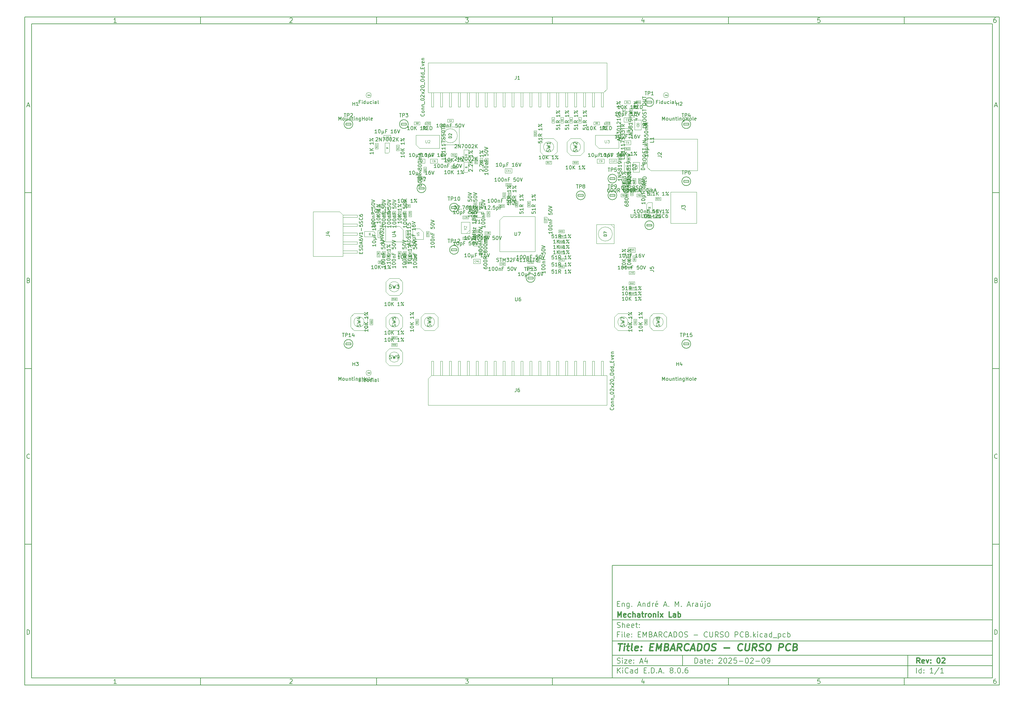
<source format=gbr>
%TF.GenerationSoftware,KiCad,Pcbnew,8.0.6*%
%TF.CreationDate,2025-02-09T14:35:09-03:00*%
%TF.ProjectId,EMBARCADOS - CURSO PCB,454d4241-5243-4414-944f-53202d204355,02*%
%TF.SameCoordinates,Original*%
%TF.FileFunction,AssemblyDrawing,Top*%
%FSLAX46Y46*%
G04 Gerber Fmt 4.6, Leading zero omitted, Abs format (unit mm)*
G04 Created by KiCad (PCBNEW 8.0.6) date 2025-02-09 14:35:09*
%MOMM*%
%LPD*%
G01*
G04 APERTURE LIST*
%ADD10C,0.100000*%
%ADD11C,0.150000*%
%ADD12C,0.300000*%
%ADD13C,0.400000*%
%ADD14C,0.060000*%
%ADD15C,0.080000*%
%ADD16C,0.050000*%
%ADD17C,0.120000*%
%ADD18C,0.105000*%
G04 APERTURE END LIST*
D10*
D11*
X177002200Y-166007200D02*
X285002200Y-166007200D01*
X285002200Y-198007200D01*
X177002200Y-198007200D01*
X177002200Y-166007200D01*
D10*
D11*
X10000000Y-10000000D02*
X287002200Y-10000000D01*
X287002200Y-200007200D01*
X10000000Y-200007200D01*
X10000000Y-10000000D01*
D10*
D11*
X12000000Y-12000000D02*
X285002200Y-12000000D01*
X285002200Y-198007200D01*
X12000000Y-198007200D01*
X12000000Y-12000000D01*
D10*
D11*
X60000000Y-12000000D02*
X60000000Y-10000000D01*
D10*
D11*
X110000000Y-12000000D02*
X110000000Y-10000000D01*
D10*
D11*
X160000000Y-12000000D02*
X160000000Y-10000000D01*
D10*
D11*
X210000000Y-12000000D02*
X210000000Y-10000000D01*
D10*
D11*
X260000000Y-12000000D02*
X260000000Y-10000000D01*
D10*
D11*
X36089160Y-11593604D02*
X35346303Y-11593604D01*
X35717731Y-11593604D02*
X35717731Y-10293604D01*
X35717731Y-10293604D02*
X35593922Y-10479319D01*
X35593922Y-10479319D02*
X35470112Y-10603128D01*
X35470112Y-10603128D02*
X35346303Y-10665033D01*
D10*
D11*
X85346303Y-10417414D02*
X85408207Y-10355509D01*
X85408207Y-10355509D02*
X85532017Y-10293604D01*
X85532017Y-10293604D02*
X85841541Y-10293604D01*
X85841541Y-10293604D02*
X85965350Y-10355509D01*
X85965350Y-10355509D02*
X86027255Y-10417414D01*
X86027255Y-10417414D02*
X86089160Y-10541223D01*
X86089160Y-10541223D02*
X86089160Y-10665033D01*
X86089160Y-10665033D02*
X86027255Y-10850747D01*
X86027255Y-10850747D02*
X85284398Y-11593604D01*
X85284398Y-11593604D02*
X86089160Y-11593604D01*
D10*
D11*
X135284398Y-10293604D02*
X136089160Y-10293604D01*
X136089160Y-10293604D02*
X135655826Y-10788842D01*
X135655826Y-10788842D02*
X135841541Y-10788842D01*
X135841541Y-10788842D02*
X135965350Y-10850747D01*
X135965350Y-10850747D02*
X136027255Y-10912652D01*
X136027255Y-10912652D02*
X136089160Y-11036461D01*
X136089160Y-11036461D02*
X136089160Y-11345985D01*
X136089160Y-11345985D02*
X136027255Y-11469795D01*
X136027255Y-11469795D02*
X135965350Y-11531700D01*
X135965350Y-11531700D02*
X135841541Y-11593604D01*
X135841541Y-11593604D02*
X135470112Y-11593604D01*
X135470112Y-11593604D02*
X135346303Y-11531700D01*
X135346303Y-11531700D02*
X135284398Y-11469795D01*
D10*
D11*
X185965350Y-10726938D02*
X185965350Y-11593604D01*
X185655826Y-10231700D02*
X185346303Y-11160271D01*
X185346303Y-11160271D02*
X186151064Y-11160271D01*
D10*
D11*
X236027255Y-10293604D02*
X235408207Y-10293604D01*
X235408207Y-10293604D02*
X235346303Y-10912652D01*
X235346303Y-10912652D02*
X235408207Y-10850747D01*
X235408207Y-10850747D02*
X235532017Y-10788842D01*
X235532017Y-10788842D02*
X235841541Y-10788842D01*
X235841541Y-10788842D02*
X235965350Y-10850747D01*
X235965350Y-10850747D02*
X236027255Y-10912652D01*
X236027255Y-10912652D02*
X236089160Y-11036461D01*
X236089160Y-11036461D02*
X236089160Y-11345985D01*
X236089160Y-11345985D02*
X236027255Y-11469795D01*
X236027255Y-11469795D02*
X235965350Y-11531700D01*
X235965350Y-11531700D02*
X235841541Y-11593604D01*
X235841541Y-11593604D02*
X235532017Y-11593604D01*
X235532017Y-11593604D02*
X235408207Y-11531700D01*
X235408207Y-11531700D02*
X235346303Y-11469795D01*
D10*
D11*
X285965350Y-10293604D02*
X285717731Y-10293604D01*
X285717731Y-10293604D02*
X285593922Y-10355509D01*
X285593922Y-10355509D02*
X285532017Y-10417414D01*
X285532017Y-10417414D02*
X285408207Y-10603128D01*
X285408207Y-10603128D02*
X285346303Y-10850747D01*
X285346303Y-10850747D02*
X285346303Y-11345985D01*
X285346303Y-11345985D02*
X285408207Y-11469795D01*
X285408207Y-11469795D02*
X285470112Y-11531700D01*
X285470112Y-11531700D02*
X285593922Y-11593604D01*
X285593922Y-11593604D02*
X285841541Y-11593604D01*
X285841541Y-11593604D02*
X285965350Y-11531700D01*
X285965350Y-11531700D02*
X286027255Y-11469795D01*
X286027255Y-11469795D02*
X286089160Y-11345985D01*
X286089160Y-11345985D02*
X286089160Y-11036461D01*
X286089160Y-11036461D02*
X286027255Y-10912652D01*
X286027255Y-10912652D02*
X285965350Y-10850747D01*
X285965350Y-10850747D02*
X285841541Y-10788842D01*
X285841541Y-10788842D02*
X285593922Y-10788842D01*
X285593922Y-10788842D02*
X285470112Y-10850747D01*
X285470112Y-10850747D02*
X285408207Y-10912652D01*
X285408207Y-10912652D02*
X285346303Y-11036461D01*
D10*
D11*
X60000000Y-198007200D02*
X60000000Y-200007200D01*
D10*
D11*
X110000000Y-198007200D02*
X110000000Y-200007200D01*
D10*
D11*
X160000000Y-198007200D02*
X160000000Y-200007200D01*
D10*
D11*
X210000000Y-198007200D02*
X210000000Y-200007200D01*
D10*
D11*
X260000000Y-198007200D02*
X260000000Y-200007200D01*
D10*
D11*
X36089160Y-199600804D02*
X35346303Y-199600804D01*
X35717731Y-199600804D02*
X35717731Y-198300804D01*
X35717731Y-198300804D02*
X35593922Y-198486519D01*
X35593922Y-198486519D02*
X35470112Y-198610328D01*
X35470112Y-198610328D02*
X35346303Y-198672233D01*
D10*
D11*
X85346303Y-198424614D02*
X85408207Y-198362709D01*
X85408207Y-198362709D02*
X85532017Y-198300804D01*
X85532017Y-198300804D02*
X85841541Y-198300804D01*
X85841541Y-198300804D02*
X85965350Y-198362709D01*
X85965350Y-198362709D02*
X86027255Y-198424614D01*
X86027255Y-198424614D02*
X86089160Y-198548423D01*
X86089160Y-198548423D02*
X86089160Y-198672233D01*
X86089160Y-198672233D02*
X86027255Y-198857947D01*
X86027255Y-198857947D02*
X85284398Y-199600804D01*
X85284398Y-199600804D02*
X86089160Y-199600804D01*
D10*
D11*
X135284398Y-198300804D02*
X136089160Y-198300804D01*
X136089160Y-198300804D02*
X135655826Y-198796042D01*
X135655826Y-198796042D02*
X135841541Y-198796042D01*
X135841541Y-198796042D02*
X135965350Y-198857947D01*
X135965350Y-198857947D02*
X136027255Y-198919852D01*
X136027255Y-198919852D02*
X136089160Y-199043661D01*
X136089160Y-199043661D02*
X136089160Y-199353185D01*
X136089160Y-199353185D02*
X136027255Y-199476995D01*
X136027255Y-199476995D02*
X135965350Y-199538900D01*
X135965350Y-199538900D02*
X135841541Y-199600804D01*
X135841541Y-199600804D02*
X135470112Y-199600804D01*
X135470112Y-199600804D02*
X135346303Y-199538900D01*
X135346303Y-199538900D02*
X135284398Y-199476995D01*
D10*
D11*
X185965350Y-198734138D02*
X185965350Y-199600804D01*
X185655826Y-198238900D02*
X185346303Y-199167471D01*
X185346303Y-199167471D02*
X186151064Y-199167471D01*
D10*
D11*
X236027255Y-198300804D02*
X235408207Y-198300804D01*
X235408207Y-198300804D02*
X235346303Y-198919852D01*
X235346303Y-198919852D02*
X235408207Y-198857947D01*
X235408207Y-198857947D02*
X235532017Y-198796042D01*
X235532017Y-198796042D02*
X235841541Y-198796042D01*
X235841541Y-198796042D02*
X235965350Y-198857947D01*
X235965350Y-198857947D02*
X236027255Y-198919852D01*
X236027255Y-198919852D02*
X236089160Y-199043661D01*
X236089160Y-199043661D02*
X236089160Y-199353185D01*
X236089160Y-199353185D02*
X236027255Y-199476995D01*
X236027255Y-199476995D02*
X235965350Y-199538900D01*
X235965350Y-199538900D02*
X235841541Y-199600804D01*
X235841541Y-199600804D02*
X235532017Y-199600804D01*
X235532017Y-199600804D02*
X235408207Y-199538900D01*
X235408207Y-199538900D02*
X235346303Y-199476995D01*
D10*
D11*
X285965350Y-198300804D02*
X285717731Y-198300804D01*
X285717731Y-198300804D02*
X285593922Y-198362709D01*
X285593922Y-198362709D02*
X285532017Y-198424614D01*
X285532017Y-198424614D02*
X285408207Y-198610328D01*
X285408207Y-198610328D02*
X285346303Y-198857947D01*
X285346303Y-198857947D02*
X285346303Y-199353185D01*
X285346303Y-199353185D02*
X285408207Y-199476995D01*
X285408207Y-199476995D02*
X285470112Y-199538900D01*
X285470112Y-199538900D02*
X285593922Y-199600804D01*
X285593922Y-199600804D02*
X285841541Y-199600804D01*
X285841541Y-199600804D02*
X285965350Y-199538900D01*
X285965350Y-199538900D02*
X286027255Y-199476995D01*
X286027255Y-199476995D02*
X286089160Y-199353185D01*
X286089160Y-199353185D02*
X286089160Y-199043661D01*
X286089160Y-199043661D02*
X286027255Y-198919852D01*
X286027255Y-198919852D02*
X285965350Y-198857947D01*
X285965350Y-198857947D02*
X285841541Y-198796042D01*
X285841541Y-198796042D02*
X285593922Y-198796042D01*
X285593922Y-198796042D02*
X285470112Y-198857947D01*
X285470112Y-198857947D02*
X285408207Y-198919852D01*
X285408207Y-198919852D02*
X285346303Y-199043661D01*
D10*
D11*
X10000000Y-60000000D02*
X12000000Y-60000000D01*
D10*
D11*
X10000000Y-110000000D02*
X12000000Y-110000000D01*
D10*
D11*
X10000000Y-160000000D02*
X12000000Y-160000000D01*
D10*
D11*
X10690476Y-35222176D02*
X11309523Y-35222176D01*
X10566666Y-35593604D02*
X10999999Y-34293604D01*
X10999999Y-34293604D02*
X11433333Y-35593604D01*
D10*
D11*
X11092857Y-84912652D02*
X11278571Y-84974557D01*
X11278571Y-84974557D02*
X11340476Y-85036461D01*
X11340476Y-85036461D02*
X11402380Y-85160271D01*
X11402380Y-85160271D02*
X11402380Y-85345985D01*
X11402380Y-85345985D02*
X11340476Y-85469795D01*
X11340476Y-85469795D02*
X11278571Y-85531700D01*
X11278571Y-85531700D02*
X11154761Y-85593604D01*
X11154761Y-85593604D02*
X10659523Y-85593604D01*
X10659523Y-85593604D02*
X10659523Y-84293604D01*
X10659523Y-84293604D02*
X11092857Y-84293604D01*
X11092857Y-84293604D02*
X11216666Y-84355509D01*
X11216666Y-84355509D02*
X11278571Y-84417414D01*
X11278571Y-84417414D02*
X11340476Y-84541223D01*
X11340476Y-84541223D02*
X11340476Y-84665033D01*
X11340476Y-84665033D02*
X11278571Y-84788842D01*
X11278571Y-84788842D02*
X11216666Y-84850747D01*
X11216666Y-84850747D02*
X11092857Y-84912652D01*
X11092857Y-84912652D02*
X10659523Y-84912652D01*
D10*
D11*
X11402380Y-135469795D02*
X11340476Y-135531700D01*
X11340476Y-135531700D02*
X11154761Y-135593604D01*
X11154761Y-135593604D02*
X11030952Y-135593604D01*
X11030952Y-135593604D02*
X10845238Y-135531700D01*
X10845238Y-135531700D02*
X10721428Y-135407890D01*
X10721428Y-135407890D02*
X10659523Y-135284080D01*
X10659523Y-135284080D02*
X10597619Y-135036461D01*
X10597619Y-135036461D02*
X10597619Y-134850747D01*
X10597619Y-134850747D02*
X10659523Y-134603128D01*
X10659523Y-134603128D02*
X10721428Y-134479319D01*
X10721428Y-134479319D02*
X10845238Y-134355509D01*
X10845238Y-134355509D02*
X11030952Y-134293604D01*
X11030952Y-134293604D02*
X11154761Y-134293604D01*
X11154761Y-134293604D02*
X11340476Y-134355509D01*
X11340476Y-134355509D02*
X11402380Y-134417414D01*
D10*
D11*
X10659523Y-185593604D02*
X10659523Y-184293604D01*
X10659523Y-184293604D02*
X10969047Y-184293604D01*
X10969047Y-184293604D02*
X11154761Y-184355509D01*
X11154761Y-184355509D02*
X11278571Y-184479319D01*
X11278571Y-184479319D02*
X11340476Y-184603128D01*
X11340476Y-184603128D02*
X11402380Y-184850747D01*
X11402380Y-184850747D02*
X11402380Y-185036461D01*
X11402380Y-185036461D02*
X11340476Y-185284080D01*
X11340476Y-185284080D02*
X11278571Y-185407890D01*
X11278571Y-185407890D02*
X11154761Y-185531700D01*
X11154761Y-185531700D02*
X10969047Y-185593604D01*
X10969047Y-185593604D02*
X10659523Y-185593604D01*
D10*
D11*
X287002200Y-60000000D02*
X285002200Y-60000000D01*
D10*
D11*
X287002200Y-110000000D02*
X285002200Y-110000000D01*
D10*
D11*
X287002200Y-160000000D02*
X285002200Y-160000000D01*
D10*
D11*
X285692676Y-35222176D02*
X286311723Y-35222176D01*
X285568866Y-35593604D02*
X286002199Y-34293604D01*
X286002199Y-34293604D02*
X286435533Y-35593604D01*
D10*
D11*
X286095057Y-84912652D02*
X286280771Y-84974557D01*
X286280771Y-84974557D02*
X286342676Y-85036461D01*
X286342676Y-85036461D02*
X286404580Y-85160271D01*
X286404580Y-85160271D02*
X286404580Y-85345985D01*
X286404580Y-85345985D02*
X286342676Y-85469795D01*
X286342676Y-85469795D02*
X286280771Y-85531700D01*
X286280771Y-85531700D02*
X286156961Y-85593604D01*
X286156961Y-85593604D02*
X285661723Y-85593604D01*
X285661723Y-85593604D02*
X285661723Y-84293604D01*
X285661723Y-84293604D02*
X286095057Y-84293604D01*
X286095057Y-84293604D02*
X286218866Y-84355509D01*
X286218866Y-84355509D02*
X286280771Y-84417414D01*
X286280771Y-84417414D02*
X286342676Y-84541223D01*
X286342676Y-84541223D02*
X286342676Y-84665033D01*
X286342676Y-84665033D02*
X286280771Y-84788842D01*
X286280771Y-84788842D02*
X286218866Y-84850747D01*
X286218866Y-84850747D02*
X286095057Y-84912652D01*
X286095057Y-84912652D02*
X285661723Y-84912652D01*
D10*
D11*
X286404580Y-135469795D02*
X286342676Y-135531700D01*
X286342676Y-135531700D02*
X286156961Y-135593604D01*
X286156961Y-135593604D02*
X286033152Y-135593604D01*
X286033152Y-135593604D02*
X285847438Y-135531700D01*
X285847438Y-135531700D02*
X285723628Y-135407890D01*
X285723628Y-135407890D02*
X285661723Y-135284080D01*
X285661723Y-135284080D02*
X285599819Y-135036461D01*
X285599819Y-135036461D02*
X285599819Y-134850747D01*
X285599819Y-134850747D02*
X285661723Y-134603128D01*
X285661723Y-134603128D02*
X285723628Y-134479319D01*
X285723628Y-134479319D02*
X285847438Y-134355509D01*
X285847438Y-134355509D02*
X286033152Y-134293604D01*
X286033152Y-134293604D02*
X286156961Y-134293604D01*
X286156961Y-134293604D02*
X286342676Y-134355509D01*
X286342676Y-134355509D02*
X286404580Y-134417414D01*
D10*
D11*
X285661723Y-185593604D02*
X285661723Y-184293604D01*
X285661723Y-184293604D02*
X285971247Y-184293604D01*
X285971247Y-184293604D02*
X286156961Y-184355509D01*
X286156961Y-184355509D02*
X286280771Y-184479319D01*
X286280771Y-184479319D02*
X286342676Y-184603128D01*
X286342676Y-184603128D02*
X286404580Y-184850747D01*
X286404580Y-184850747D02*
X286404580Y-185036461D01*
X286404580Y-185036461D02*
X286342676Y-185284080D01*
X286342676Y-185284080D02*
X286280771Y-185407890D01*
X286280771Y-185407890D02*
X286156961Y-185531700D01*
X286156961Y-185531700D02*
X285971247Y-185593604D01*
X285971247Y-185593604D02*
X285661723Y-185593604D01*
D10*
D11*
X200458026Y-193793328D02*
X200458026Y-192293328D01*
X200458026Y-192293328D02*
X200815169Y-192293328D01*
X200815169Y-192293328D02*
X201029455Y-192364757D01*
X201029455Y-192364757D02*
X201172312Y-192507614D01*
X201172312Y-192507614D02*
X201243741Y-192650471D01*
X201243741Y-192650471D02*
X201315169Y-192936185D01*
X201315169Y-192936185D02*
X201315169Y-193150471D01*
X201315169Y-193150471D02*
X201243741Y-193436185D01*
X201243741Y-193436185D02*
X201172312Y-193579042D01*
X201172312Y-193579042D02*
X201029455Y-193721900D01*
X201029455Y-193721900D02*
X200815169Y-193793328D01*
X200815169Y-193793328D02*
X200458026Y-193793328D01*
X202600884Y-193793328D02*
X202600884Y-193007614D01*
X202600884Y-193007614D02*
X202529455Y-192864757D01*
X202529455Y-192864757D02*
X202386598Y-192793328D01*
X202386598Y-192793328D02*
X202100884Y-192793328D01*
X202100884Y-192793328D02*
X201958026Y-192864757D01*
X202600884Y-193721900D02*
X202458026Y-193793328D01*
X202458026Y-193793328D02*
X202100884Y-193793328D01*
X202100884Y-193793328D02*
X201958026Y-193721900D01*
X201958026Y-193721900D02*
X201886598Y-193579042D01*
X201886598Y-193579042D02*
X201886598Y-193436185D01*
X201886598Y-193436185D02*
X201958026Y-193293328D01*
X201958026Y-193293328D02*
X202100884Y-193221900D01*
X202100884Y-193221900D02*
X202458026Y-193221900D01*
X202458026Y-193221900D02*
X202600884Y-193150471D01*
X203100884Y-192793328D02*
X203672312Y-192793328D01*
X203315169Y-192293328D02*
X203315169Y-193579042D01*
X203315169Y-193579042D02*
X203386598Y-193721900D01*
X203386598Y-193721900D02*
X203529455Y-193793328D01*
X203529455Y-193793328D02*
X203672312Y-193793328D01*
X204743741Y-193721900D02*
X204600884Y-193793328D01*
X204600884Y-193793328D02*
X204315170Y-193793328D01*
X204315170Y-193793328D02*
X204172312Y-193721900D01*
X204172312Y-193721900D02*
X204100884Y-193579042D01*
X204100884Y-193579042D02*
X204100884Y-193007614D01*
X204100884Y-193007614D02*
X204172312Y-192864757D01*
X204172312Y-192864757D02*
X204315170Y-192793328D01*
X204315170Y-192793328D02*
X204600884Y-192793328D01*
X204600884Y-192793328D02*
X204743741Y-192864757D01*
X204743741Y-192864757D02*
X204815170Y-193007614D01*
X204815170Y-193007614D02*
X204815170Y-193150471D01*
X204815170Y-193150471D02*
X204100884Y-193293328D01*
X205458026Y-193650471D02*
X205529455Y-193721900D01*
X205529455Y-193721900D02*
X205458026Y-193793328D01*
X205458026Y-193793328D02*
X205386598Y-193721900D01*
X205386598Y-193721900D02*
X205458026Y-193650471D01*
X205458026Y-193650471D02*
X205458026Y-193793328D01*
X205458026Y-192864757D02*
X205529455Y-192936185D01*
X205529455Y-192936185D02*
X205458026Y-193007614D01*
X205458026Y-193007614D02*
X205386598Y-192936185D01*
X205386598Y-192936185D02*
X205458026Y-192864757D01*
X205458026Y-192864757D02*
X205458026Y-193007614D01*
X207243741Y-192436185D02*
X207315169Y-192364757D01*
X207315169Y-192364757D02*
X207458027Y-192293328D01*
X207458027Y-192293328D02*
X207815169Y-192293328D01*
X207815169Y-192293328D02*
X207958027Y-192364757D01*
X207958027Y-192364757D02*
X208029455Y-192436185D01*
X208029455Y-192436185D02*
X208100884Y-192579042D01*
X208100884Y-192579042D02*
X208100884Y-192721900D01*
X208100884Y-192721900D02*
X208029455Y-192936185D01*
X208029455Y-192936185D02*
X207172312Y-193793328D01*
X207172312Y-193793328D02*
X208100884Y-193793328D01*
X209029455Y-192293328D02*
X209172312Y-192293328D01*
X209172312Y-192293328D02*
X209315169Y-192364757D01*
X209315169Y-192364757D02*
X209386598Y-192436185D01*
X209386598Y-192436185D02*
X209458026Y-192579042D01*
X209458026Y-192579042D02*
X209529455Y-192864757D01*
X209529455Y-192864757D02*
X209529455Y-193221900D01*
X209529455Y-193221900D02*
X209458026Y-193507614D01*
X209458026Y-193507614D02*
X209386598Y-193650471D01*
X209386598Y-193650471D02*
X209315169Y-193721900D01*
X209315169Y-193721900D02*
X209172312Y-193793328D01*
X209172312Y-193793328D02*
X209029455Y-193793328D01*
X209029455Y-193793328D02*
X208886598Y-193721900D01*
X208886598Y-193721900D02*
X208815169Y-193650471D01*
X208815169Y-193650471D02*
X208743740Y-193507614D01*
X208743740Y-193507614D02*
X208672312Y-193221900D01*
X208672312Y-193221900D02*
X208672312Y-192864757D01*
X208672312Y-192864757D02*
X208743740Y-192579042D01*
X208743740Y-192579042D02*
X208815169Y-192436185D01*
X208815169Y-192436185D02*
X208886598Y-192364757D01*
X208886598Y-192364757D02*
X209029455Y-192293328D01*
X210100883Y-192436185D02*
X210172311Y-192364757D01*
X210172311Y-192364757D02*
X210315169Y-192293328D01*
X210315169Y-192293328D02*
X210672311Y-192293328D01*
X210672311Y-192293328D02*
X210815169Y-192364757D01*
X210815169Y-192364757D02*
X210886597Y-192436185D01*
X210886597Y-192436185D02*
X210958026Y-192579042D01*
X210958026Y-192579042D02*
X210958026Y-192721900D01*
X210958026Y-192721900D02*
X210886597Y-192936185D01*
X210886597Y-192936185D02*
X210029454Y-193793328D01*
X210029454Y-193793328D02*
X210958026Y-193793328D01*
X212315168Y-192293328D02*
X211600882Y-192293328D01*
X211600882Y-192293328D02*
X211529454Y-193007614D01*
X211529454Y-193007614D02*
X211600882Y-192936185D01*
X211600882Y-192936185D02*
X211743740Y-192864757D01*
X211743740Y-192864757D02*
X212100882Y-192864757D01*
X212100882Y-192864757D02*
X212243740Y-192936185D01*
X212243740Y-192936185D02*
X212315168Y-193007614D01*
X212315168Y-193007614D02*
X212386597Y-193150471D01*
X212386597Y-193150471D02*
X212386597Y-193507614D01*
X212386597Y-193507614D02*
X212315168Y-193650471D01*
X212315168Y-193650471D02*
X212243740Y-193721900D01*
X212243740Y-193721900D02*
X212100882Y-193793328D01*
X212100882Y-193793328D02*
X211743740Y-193793328D01*
X211743740Y-193793328D02*
X211600882Y-193721900D01*
X211600882Y-193721900D02*
X211529454Y-193650471D01*
X213029453Y-193221900D02*
X214172311Y-193221900D01*
X215172311Y-192293328D02*
X215315168Y-192293328D01*
X215315168Y-192293328D02*
X215458025Y-192364757D01*
X215458025Y-192364757D02*
X215529454Y-192436185D01*
X215529454Y-192436185D02*
X215600882Y-192579042D01*
X215600882Y-192579042D02*
X215672311Y-192864757D01*
X215672311Y-192864757D02*
X215672311Y-193221900D01*
X215672311Y-193221900D02*
X215600882Y-193507614D01*
X215600882Y-193507614D02*
X215529454Y-193650471D01*
X215529454Y-193650471D02*
X215458025Y-193721900D01*
X215458025Y-193721900D02*
X215315168Y-193793328D01*
X215315168Y-193793328D02*
X215172311Y-193793328D01*
X215172311Y-193793328D02*
X215029454Y-193721900D01*
X215029454Y-193721900D02*
X214958025Y-193650471D01*
X214958025Y-193650471D02*
X214886596Y-193507614D01*
X214886596Y-193507614D02*
X214815168Y-193221900D01*
X214815168Y-193221900D02*
X214815168Y-192864757D01*
X214815168Y-192864757D02*
X214886596Y-192579042D01*
X214886596Y-192579042D02*
X214958025Y-192436185D01*
X214958025Y-192436185D02*
X215029454Y-192364757D01*
X215029454Y-192364757D02*
X215172311Y-192293328D01*
X216243739Y-192436185D02*
X216315167Y-192364757D01*
X216315167Y-192364757D02*
X216458025Y-192293328D01*
X216458025Y-192293328D02*
X216815167Y-192293328D01*
X216815167Y-192293328D02*
X216958025Y-192364757D01*
X216958025Y-192364757D02*
X217029453Y-192436185D01*
X217029453Y-192436185D02*
X217100882Y-192579042D01*
X217100882Y-192579042D02*
X217100882Y-192721900D01*
X217100882Y-192721900D02*
X217029453Y-192936185D01*
X217029453Y-192936185D02*
X216172310Y-193793328D01*
X216172310Y-193793328D02*
X217100882Y-193793328D01*
X217743738Y-193221900D02*
X218886596Y-193221900D01*
X219886596Y-192293328D02*
X220029453Y-192293328D01*
X220029453Y-192293328D02*
X220172310Y-192364757D01*
X220172310Y-192364757D02*
X220243739Y-192436185D01*
X220243739Y-192436185D02*
X220315167Y-192579042D01*
X220315167Y-192579042D02*
X220386596Y-192864757D01*
X220386596Y-192864757D02*
X220386596Y-193221900D01*
X220386596Y-193221900D02*
X220315167Y-193507614D01*
X220315167Y-193507614D02*
X220243739Y-193650471D01*
X220243739Y-193650471D02*
X220172310Y-193721900D01*
X220172310Y-193721900D02*
X220029453Y-193793328D01*
X220029453Y-193793328D02*
X219886596Y-193793328D01*
X219886596Y-193793328D02*
X219743739Y-193721900D01*
X219743739Y-193721900D02*
X219672310Y-193650471D01*
X219672310Y-193650471D02*
X219600881Y-193507614D01*
X219600881Y-193507614D02*
X219529453Y-193221900D01*
X219529453Y-193221900D02*
X219529453Y-192864757D01*
X219529453Y-192864757D02*
X219600881Y-192579042D01*
X219600881Y-192579042D02*
X219672310Y-192436185D01*
X219672310Y-192436185D02*
X219743739Y-192364757D01*
X219743739Y-192364757D02*
X219886596Y-192293328D01*
X221100881Y-193793328D02*
X221386595Y-193793328D01*
X221386595Y-193793328D02*
X221529452Y-193721900D01*
X221529452Y-193721900D02*
X221600881Y-193650471D01*
X221600881Y-193650471D02*
X221743738Y-193436185D01*
X221743738Y-193436185D02*
X221815167Y-193150471D01*
X221815167Y-193150471D02*
X221815167Y-192579042D01*
X221815167Y-192579042D02*
X221743738Y-192436185D01*
X221743738Y-192436185D02*
X221672310Y-192364757D01*
X221672310Y-192364757D02*
X221529452Y-192293328D01*
X221529452Y-192293328D02*
X221243738Y-192293328D01*
X221243738Y-192293328D02*
X221100881Y-192364757D01*
X221100881Y-192364757D02*
X221029452Y-192436185D01*
X221029452Y-192436185D02*
X220958024Y-192579042D01*
X220958024Y-192579042D02*
X220958024Y-192936185D01*
X220958024Y-192936185D02*
X221029452Y-193079042D01*
X221029452Y-193079042D02*
X221100881Y-193150471D01*
X221100881Y-193150471D02*
X221243738Y-193221900D01*
X221243738Y-193221900D02*
X221529452Y-193221900D01*
X221529452Y-193221900D02*
X221672310Y-193150471D01*
X221672310Y-193150471D02*
X221743738Y-193079042D01*
X221743738Y-193079042D02*
X221815167Y-192936185D01*
D10*
D11*
X177002200Y-194507200D02*
X285002200Y-194507200D01*
D10*
D11*
X178458026Y-196593328D02*
X178458026Y-195093328D01*
X179315169Y-196593328D02*
X178672312Y-195736185D01*
X179315169Y-195093328D02*
X178458026Y-195950471D01*
X179958026Y-196593328D02*
X179958026Y-195593328D01*
X179958026Y-195093328D02*
X179886598Y-195164757D01*
X179886598Y-195164757D02*
X179958026Y-195236185D01*
X179958026Y-195236185D02*
X180029455Y-195164757D01*
X180029455Y-195164757D02*
X179958026Y-195093328D01*
X179958026Y-195093328D02*
X179958026Y-195236185D01*
X181529455Y-196450471D02*
X181458027Y-196521900D01*
X181458027Y-196521900D02*
X181243741Y-196593328D01*
X181243741Y-196593328D02*
X181100884Y-196593328D01*
X181100884Y-196593328D02*
X180886598Y-196521900D01*
X180886598Y-196521900D02*
X180743741Y-196379042D01*
X180743741Y-196379042D02*
X180672312Y-196236185D01*
X180672312Y-196236185D02*
X180600884Y-195950471D01*
X180600884Y-195950471D02*
X180600884Y-195736185D01*
X180600884Y-195736185D02*
X180672312Y-195450471D01*
X180672312Y-195450471D02*
X180743741Y-195307614D01*
X180743741Y-195307614D02*
X180886598Y-195164757D01*
X180886598Y-195164757D02*
X181100884Y-195093328D01*
X181100884Y-195093328D02*
X181243741Y-195093328D01*
X181243741Y-195093328D02*
X181458027Y-195164757D01*
X181458027Y-195164757D02*
X181529455Y-195236185D01*
X182815170Y-196593328D02*
X182815170Y-195807614D01*
X182815170Y-195807614D02*
X182743741Y-195664757D01*
X182743741Y-195664757D02*
X182600884Y-195593328D01*
X182600884Y-195593328D02*
X182315170Y-195593328D01*
X182315170Y-195593328D02*
X182172312Y-195664757D01*
X182815170Y-196521900D02*
X182672312Y-196593328D01*
X182672312Y-196593328D02*
X182315170Y-196593328D01*
X182315170Y-196593328D02*
X182172312Y-196521900D01*
X182172312Y-196521900D02*
X182100884Y-196379042D01*
X182100884Y-196379042D02*
X182100884Y-196236185D01*
X182100884Y-196236185D02*
X182172312Y-196093328D01*
X182172312Y-196093328D02*
X182315170Y-196021900D01*
X182315170Y-196021900D02*
X182672312Y-196021900D01*
X182672312Y-196021900D02*
X182815170Y-195950471D01*
X184172313Y-196593328D02*
X184172313Y-195093328D01*
X184172313Y-196521900D02*
X184029455Y-196593328D01*
X184029455Y-196593328D02*
X183743741Y-196593328D01*
X183743741Y-196593328D02*
X183600884Y-196521900D01*
X183600884Y-196521900D02*
X183529455Y-196450471D01*
X183529455Y-196450471D02*
X183458027Y-196307614D01*
X183458027Y-196307614D02*
X183458027Y-195879042D01*
X183458027Y-195879042D02*
X183529455Y-195736185D01*
X183529455Y-195736185D02*
X183600884Y-195664757D01*
X183600884Y-195664757D02*
X183743741Y-195593328D01*
X183743741Y-195593328D02*
X184029455Y-195593328D01*
X184029455Y-195593328D02*
X184172313Y-195664757D01*
X186029455Y-195807614D02*
X186529455Y-195807614D01*
X186743741Y-196593328D02*
X186029455Y-196593328D01*
X186029455Y-196593328D02*
X186029455Y-195093328D01*
X186029455Y-195093328D02*
X186743741Y-195093328D01*
X187386598Y-196450471D02*
X187458027Y-196521900D01*
X187458027Y-196521900D02*
X187386598Y-196593328D01*
X187386598Y-196593328D02*
X187315170Y-196521900D01*
X187315170Y-196521900D02*
X187386598Y-196450471D01*
X187386598Y-196450471D02*
X187386598Y-196593328D01*
X188100884Y-196593328D02*
X188100884Y-195093328D01*
X188100884Y-195093328D02*
X188458027Y-195093328D01*
X188458027Y-195093328D02*
X188672313Y-195164757D01*
X188672313Y-195164757D02*
X188815170Y-195307614D01*
X188815170Y-195307614D02*
X188886599Y-195450471D01*
X188886599Y-195450471D02*
X188958027Y-195736185D01*
X188958027Y-195736185D02*
X188958027Y-195950471D01*
X188958027Y-195950471D02*
X188886599Y-196236185D01*
X188886599Y-196236185D02*
X188815170Y-196379042D01*
X188815170Y-196379042D02*
X188672313Y-196521900D01*
X188672313Y-196521900D02*
X188458027Y-196593328D01*
X188458027Y-196593328D02*
X188100884Y-196593328D01*
X189600884Y-196450471D02*
X189672313Y-196521900D01*
X189672313Y-196521900D02*
X189600884Y-196593328D01*
X189600884Y-196593328D02*
X189529456Y-196521900D01*
X189529456Y-196521900D02*
X189600884Y-196450471D01*
X189600884Y-196450471D02*
X189600884Y-196593328D01*
X190243742Y-196164757D02*
X190958028Y-196164757D01*
X190100885Y-196593328D02*
X190600885Y-195093328D01*
X190600885Y-195093328D02*
X191100885Y-196593328D01*
X191600884Y-196450471D02*
X191672313Y-196521900D01*
X191672313Y-196521900D02*
X191600884Y-196593328D01*
X191600884Y-196593328D02*
X191529456Y-196521900D01*
X191529456Y-196521900D02*
X191600884Y-196450471D01*
X191600884Y-196450471D02*
X191600884Y-196593328D01*
X193672313Y-195736185D02*
X193529456Y-195664757D01*
X193529456Y-195664757D02*
X193458027Y-195593328D01*
X193458027Y-195593328D02*
X193386599Y-195450471D01*
X193386599Y-195450471D02*
X193386599Y-195379042D01*
X193386599Y-195379042D02*
X193458027Y-195236185D01*
X193458027Y-195236185D02*
X193529456Y-195164757D01*
X193529456Y-195164757D02*
X193672313Y-195093328D01*
X193672313Y-195093328D02*
X193958027Y-195093328D01*
X193958027Y-195093328D02*
X194100885Y-195164757D01*
X194100885Y-195164757D02*
X194172313Y-195236185D01*
X194172313Y-195236185D02*
X194243742Y-195379042D01*
X194243742Y-195379042D02*
X194243742Y-195450471D01*
X194243742Y-195450471D02*
X194172313Y-195593328D01*
X194172313Y-195593328D02*
X194100885Y-195664757D01*
X194100885Y-195664757D02*
X193958027Y-195736185D01*
X193958027Y-195736185D02*
X193672313Y-195736185D01*
X193672313Y-195736185D02*
X193529456Y-195807614D01*
X193529456Y-195807614D02*
X193458027Y-195879042D01*
X193458027Y-195879042D02*
X193386599Y-196021900D01*
X193386599Y-196021900D02*
X193386599Y-196307614D01*
X193386599Y-196307614D02*
X193458027Y-196450471D01*
X193458027Y-196450471D02*
X193529456Y-196521900D01*
X193529456Y-196521900D02*
X193672313Y-196593328D01*
X193672313Y-196593328D02*
X193958027Y-196593328D01*
X193958027Y-196593328D02*
X194100885Y-196521900D01*
X194100885Y-196521900D02*
X194172313Y-196450471D01*
X194172313Y-196450471D02*
X194243742Y-196307614D01*
X194243742Y-196307614D02*
X194243742Y-196021900D01*
X194243742Y-196021900D02*
X194172313Y-195879042D01*
X194172313Y-195879042D02*
X194100885Y-195807614D01*
X194100885Y-195807614D02*
X193958027Y-195736185D01*
X194886598Y-196450471D02*
X194958027Y-196521900D01*
X194958027Y-196521900D02*
X194886598Y-196593328D01*
X194886598Y-196593328D02*
X194815170Y-196521900D01*
X194815170Y-196521900D02*
X194886598Y-196450471D01*
X194886598Y-196450471D02*
X194886598Y-196593328D01*
X195886599Y-195093328D02*
X196029456Y-195093328D01*
X196029456Y-195093328D02*
X196172313Y-195164757D01*
X196172313Y-195164757D02*
X196243742Y-195236185D01*
X196243742Y-195236185D02*
X196315170Y-195379042D01*
X196315170Y-195379042D02*
X196386599Y-195664757D01*
X196386599Y-195664757D02*
X196386599Y-196021900D01*
X196386599Y-196021900D02*
X196315170Y-196307614D01*
X196315170Y-196307614D02*
X196243742Y-196450471D01*
X196243742Y-196450471D02*
X196172313Y-196521900D01*
X196172313Y-196521900D02*
X196029456Y-196593328D01*
X196029456Y-196593328D02*
X195886599Y-196593328D01*
X195886599Y-196593328D02*
X195743742Y-196521900D01*
X195743742Y-196521900D02*
X195672313Y-196450471D01*
X195672313Y-196450471D02*
X195600884Y-196307614D01*
X195600884Y-196307614D02*
X195529456Y-196021900D01*
X195529456Y-196021900D02*
X195529456Y-195664757D01*
X195529456Y-195664757D02*
X195600884Y-195379042D01*
X195600884Y-195379042D02*
X195672313Y-195236185D01*
X195672313Y-195236185D02*
X195743742Y-195164757D01*
X195743742Y-195164757D02*
X195886599Y-195093328D01*
X197029455Y-196450471D02*
X197100884Y-196521900D01*
X197100884Y-196521900D02*
X197029455Y-196593328D01*
X197029455Y-196593328D02*
X196958027Y-196521900D01*
X196958027Y-196521900D02*
X197029455Y-196450471D01*
X197029455Y-196450471D02*
X197029455Y-196593328D01*
X198386599Y-195093328D02*
X198100884Y-195093328D01*
X198100884Y-195093328D02*
X197958027Y-195164757D01*
X197958027Y-195164757D02*
X197886599Y-195236185D01*
X197886599Y-195236185D02*
X197743741Y-195450471D01*
X197743741Y-195450471D02*
X197672313Y-195736185D01*
X197672313Y-195736185D02*
X197672313Y-196307614D01*
X197672313Y-196307614D02*
X197743741Y-196450471D01*
X197743741Y-196450471D02*
X197815170Y-196521900D01*
X197815170Y-196521900D02*
X197958027Y-196593328D01*
X197958027Y-196593328D02*
X198243741Y-196593328D01*
X198243741Y-196593328D02*
X198386599Y-196521900D01*
X198386599Y-196521900D02*
X198458027Y-196450471D01*
X198458027Y-196450471D02*
X198529456Y-196307614D01*
X198529456Y-196307614D02*
X198529456Y-195950471D01*
X198529456Y-195950471D02*
X198458027Y-195807614D01*
X198458027Y-195807614D02*
X198386599Y-195736185D01*
X198386599Y-195736185D02*
X198243741Y-195664757D01*
X198243741Y-195664757D02*
X197958027Y-195664757D01*
X197958027Y-195664757D02*
X197815170Y-195736185D01*
X197815170Y-195736185D02*
X197743741Y-195807614D01*
X197743741Y-195807614D02*
X197672313Y-195950471D01*
D10*
D11*
X177002200Y-191507200D02*
X285002200Y-191507200D01*
D10*
D12*
X264413853Y-193785528D02*
X263913853Y-193071242D01*
X263556710Y-193785528D02*
X263556710Y-192285528D01*
X263556710Y-192285528D02*
X264128139Y-192285528D01*
X264128139Y-192285528D02*
X264270996Y-192356957D01*
X264270996Y-192356957D02*
X264342425Y-192428385D01*
X264342425Y-192428385D02*
X264413853Y-192571242D01*
X264413853Y-192571242D02*
X264413853Y-192785528D01*
X264413853Y-192785528D02*
X264342425Y-192928385D01*
X264342425Y-192928385D02*
X264270996Y-192999814D01*
X264270996Y-192999814D02*
X264128139Y-193071242D01*
X264128139Y-193071242D02*
X263556710Y-193071242D01*
X265628139Y-193714100D02*
X265485282Y-193785528D01*
X265485282Y-193785528D02*
X265199568Y-193785528D01*
X265199568Y-193785528D02*
X265056710Y-193714100D01*
X265056710Y-193714100D02*
X264985282Y-193571242D01*
X264985282Y-193571242D02*
X264985282Y-192999814D01*
X264985282Y-192999814D02*
X265056710Y-192856957D01*
X265056710Y-192856957D02*
X265199568Y-192785528D01*
X265199568Y-192785528D02*
X265485282Y-192785528D01*
X265485282Y-192785528D02*
X265628139Y-192856957D01*
X265628139Y-192856957D02*
X265699568Y-192999814D01*
X265699568Y-192999814D02*
X265699568Y-193142671D01*
X265699568Y-193142671D02*
X264985282Y-193285528D01*
X266199567Y-192785528D02*
X266556710Y-193785528D01*
X266556710Y-193785528D02*
X266913853Y-192785528D01*
X267485281Y-193642671D02*
X267556710Y-193714100D01*
X267556710Y-193714100D02*
X267485281Y-193785528D01*
X267485281Y-193785528D02*
X267413853Y-193714100D01*
X267413853Y-193714100D02*
X267485281Y-193642671D01*
X267485281Y-193642671D02*
X267485281Y-193785528D01*
X267485281Y-192856957D02*
X267556710Y-192928385D01*
X267556710Y-192928385D02*
X267485281Y-192999814D01*
X267485281Y-192999814D02*
X267413853Y-192928385D01*
X267413853Y-192928385D02*
X267485281Y-192856957D01*
X267485281Y-192856957D02*
X267485281Y-192999814D01*
X269628139Y-192285528D02*
X269770996Y-192285528D01*
X269770996Y-192285528D02*
X269913853Y-192356957D01*
X269913853Y-192356957D02*
X269985282Y-192428385D01*
X269985282Y-192428385D02*
X270056710Y-192571242D01*
X270056710Y-192571242D02*
X270128139Y-192856957D01*
X270128139Y-192856957D02*
X270128139Y-193214100D01*
X270128139Y-193214100D02*
X270056710Y-193499814D01*
X270056710Y-193499814D02*
X269985282Y-193642671D01*
X269985282Y-193642671D02*
X269913853Y-193714100D01*
X269913853Y-193714100D02*
X269770996Y-193785528D01*
X269770996Y-193785528D02*
X269628139Y-193785528D01*
X269628139Y-193785528D02*
X269485282Y-193714100D01*
X269485282Y-193714100D02*
X269413853Y-193642671D01*
X269413853Y-193642671D02*
X269342424Y-193499814D01*
X269342424Y-193499814D02*
X269270996Y-193214100D01*
X269270996Y-193214100D02*
X269270996Y-192856957D01*
X269270996Y-192856957D02*
X269342424Y-192571242D01*
X269342424Y-192571242D02*
X269413853Y-192428385D01*
X269413853Y-192428385D02*
X269485282Y-192356957D01*
X269485282Y-192356957D02*
X269628139Y-192285528D01*
X270699567Y-192428385D02*
X270770995Y-192356957D01*
X270770995Y-192356957D02*
X270913853Y-192285528D01*
X270913853Y-192285528D02*
X271270995Y-192285528D01*
X271270995Y-192285528D02*
X271413853Y-192356957D01*
X271413853Y-192356957D02*
X271485281Y-192428385D01*
X271485281Y-192428385D02*
X271556710Y-192571242D01*
X271556710Y-192571242D02*
X271556710Y-192714100D01*
X271556710Y-192714100D02*
X271485281Y-192928385D01*
X271485281Y-192928385D02*
X270628138Y-193785528D01*
X270628138Y-193785528D02*
X271556710Y-193785528D01*
D10*
D11*
X178386598Y-193721900D02*
X178600884Y-193793328D01*
X178600884Y-193793328D02*
X178958026Y-193793328D01*
X178958026Y-193793328D02*
X179100884Y-193721900D01*
X179100884Y-193721900D02*
X179172312Y-193650471D01*
X179172312Y-193650471D02*
X179243741Y-193507614D01*
X179243741Y-193507614D02*
X179243741Y-193364757D01*
X179243741Y-193364757D02*
X179172312Y-193221900D01*
X179172312Y-193221900D02*
X179100884Y-193150471D01*
X179100884Y-193150471D02*
X178958026Y-193079042D01*
X178958026Y-193079042D02*
X178672312Y-193007614D01*
X178672312Y-193007614D02*
X178529455Y-192936185D01*
X178529455Y-192936185D02*
X178458026Y-192864757D01*
X178458026Y-192864757D02*
X178386598Y-192721900D01*
X178386598Y-192721900D02*
X178386598Y-192579042D01*
X178386598Y-192579042D02*
X178458026Y-192436185D01*
X178458026Y-192436185D02*
X178529455Y-192364757D01*
X178529455Y-192364757D02*
X178672312Y-192293328D01*
X178672312Y-192293328D02*
X179029455Y-192293328D01*
X179029455Y-192293328D02*
X179243741Y-192364757D01*
X179886597Y-193793328D02*
X179886597Y-192793328D01*
X179886597Y-192293328D02*
X179815169Y-192364757D01*
X179815169Y-192364757D02*
X179886597Y-192436185D01*
X179886597Y-192436185D02*
X179958026Y-192364757D01*
X179958026Y-192364757D02*
X179886597Y-192293328D01*
X179886597Y-192293328D02*
X179886597Y-192436185D01*
X180458026Y-192793328D02*
X181243741Y-192793328D01*
X181243741Y-192793328D02*
X180458026Y-193793328D01*
X180458026Y-193793328D02*
X181243741Y-193793328D01*
X182386598Y-193721900D02*
X182243741Y-193793328D01*
X182243741Y-193793328D02*
X181958027Y-193793328D01*
X181958027Y-193793328D02*
X181815169Y-193721900D01*
X181815169Y-193721900D02*
X181743741Y-193579042D01*
X181743741Y-193579042D02*
X181743741Y-193007614D01*
X181743741Y-193007614D02*
X181815169Y-192864757D01*
X181815169Y-192864757D02*
X181958027Y-192793328D01*
X181958027Y-192793328D02*
X182243741Y-192793328D01*
X182243741Y-192793328D02*
X182386598Y-192864757D01*
X182386598Y-192864757D02*
X182458027Y-193007614D01*
X182458027Y-193007614D02*
X182458027Y-193150471D01*
X182458027Y-193150471D02*
X181743741Y-193293328D01*
X183100883Y-193650471D02*
X183172312Y-193721900D01*
X183172312Y-193721900D02*
X183100883Y-193793328D01*
X183100883Y-193793328D02*
X183029455Y-193721900D01*
X183029455Y-193721900D02*
X183100883Y-193650471D01*
X183100883Y-193650471D02*
X183100883Y-193793328D01*
X183100883Y-192864757D02*
X183172312Y-192936185D01*
X183172312Y-192936185D02*
X183100883Y-193007614D01*
X183100883Y-193007614D02*
X183029455Y-192936185D01*
X183029455Y-192936185D02*
X183100883Y-192864757D01*
X183100883Y-192864757D02*
X183100883Y-193007614D01*
X184886598Y-193364757D02*
X185600884Y-193364757D01*
X184743741Y-193793328D02*
X185243741Y-192293328D01*
X185243741Y-192293328D02*
X185743741Y-193793328D01*
X186886598Y-192793328D02*
X186886598Y-193793328D01*
X186529455Y-192221900D02*
X186172312Y-193293328D01*
X186172312Y-193293328D02*
X187100883Y-193293328D01*
D10*
D11*
X263458026Y-196593328D02*
X263458026Y-195093328D01*
X264815170Y-196593328D02*
X264815170Y-195093328D01*
X264815170Y-196521900D02*
X264672312Y-196593328D01*
X264672312Y-196593328D02*
X264386598Y-196593328D01*
X264386598Y-196593328D02*
X264243741Y-196521900D01*
X264243741Y-196521900D02*
X264172312Y-196450471D01*
X264172312Y-196450471D02*
X264100884Y-196307614D01*
X264100884Y-196307614D02*
X264100884Y-195879042D01*
X264100884Y-195879042D02*
X264172312Y-195736185D01*
X264172312Y-195736185D02*
X264243741Y-195664757D01*
X264243741Y-195664757D02*
X264386598Y-195593328D01*
X264386598Y-195593328D02*
X264672312Y-195593328D01*
X264672312Y-195593328D02*
X264815170Y-195664757D01*
X265529455Y-196450471D02*
X265600884Y-196521900D01*
X265600884Y-196521900D02*
X265529455Y-196593328D01*
X265529455Y-196593328D02*
X265458027Y-196521900D01*
X265458027Y-196521900D02*
X265529455Y-196450471D01*
X265529455Y-196450471D02*
X265529455Y-196593328D01*
X265529455Y-195664757D02*
X265600884Y-195736185D01*
X265600884Y-195736185D02*
X265529455Y-195807614D01*
X265529455Y-195807614D02*
X265458027Y-195736185D01*
X265458027Y-195736185D02*
X265529455Y-195664757D01*
X265529455Y-195664757D02*
X265529455Y-195807614D01*
X268172313Y-196593328D02*
X267315170Y-196593328D01*
X267743741Y-196593328D02*
X267743741Y-195093328D01*
X267743741Y-195093328D02*
X267600884Y-195307614D01*
X267600884Y-195307614D02*
X267458027Y-195450471D01*
X267458027Y-195450471D02*
X267315170Y-195521900D01*
X269886598Y-195021900D02*
X268600884Y-196950471D01*
X271172313Y-196593328D02*
X270315170Y-196593328D01*
X270743741Y-196593328D02*
X270743741Y-195093328D01*
X270743741Y-195093328D02*
X270600884Y-195307614D01*
X270600884Y-195307614D02*
X270458027Y-195450471D01*
X270458027Y-195450471D02*
X270315170Y-195521900D01*
D10*
D11*
X177002200Y-187507200D02*
X285002200Y-187507200D01*
D10*
D13*
X178693928Y-188211638D02*
X179836785Y-188211638D01*
X179015357Y-190211638D02*
X179265357Y-188211638D01*
X180253452Y-190211638D02*
X180420119Y-188878304D01*
X180503452Y-188211638D02*
X180396309Y-188306876D01*
X180396309Y-188306876D02*
X180479643Y-188402114D01*
X180479643Y-188402114D02*
X180586786Y-188306876D01*
X180586786Y-188306876D02*
X180503452Y-188211638D01*
X180503452Y-188211638D02*
X180479643Y-188402114D01*
X181086786Y-188878304D02*
X181848690Y-188878304D01*
X181455833Y-188211638D02*
X181241548Y-189925923D01*
X181241548Y-189925923D02*
X181312976Y-190116400D01*
X181312976Y-190116400D02*
X181491548Y-190211638D01*
X181491548Y-190211638D02*
X181682024Y-190211638D01*
X182634405Y-190211638D02*
X182455833Y-190116400D01*
X182455833Y-190116400D02*
X182384405Y-189925923D01*
X182384405Y-189925923D02*
X182598690Y-188211638D01*
X184170119Y-190116400D02*
X183967738Y-190211638D01*
X183967738Y-190211638D02*
X183586785Y-190211638D01*
X183586785Y-190211638D02*
X183408214Y-190116400D01*
X183408214Y-190116400D02*
X183336785Y-189925923D01*
X183336785Y-189925923D02*
X183432024Y-189164019D01*
X183432024Y-189164019D02*
X183551071Y-188973542D01*
X183551071Y-188973542D02*
X183753452Y-188878304D01*
X183753452Y-188878304D02*
X184134404Y-188878304D01*
X184134404Y-188878304D02*
X184312976Y-188973542D01*
X184312976Y-188973542D02*
X184384404Y-189164019D01*
X184384404Y-189164019D02*
X184360595Y-189354495D01*
X184360595Y-189354495D02*
X183384404Y-189544971D01*
X185134405Y-190021161D02*
X185217738Y-190116400D01*
X185217738Y-190116400D02*
X185110595Y-190211638D01*
X185110595Y-190211638D02*
X185027262Y-190116400D01*
X185027262Y-190116400D02*
X185134405Y-190021161D01*
X185134405Y-190021161D02*
X185110595Y-190211638D01*
X185265357Y-188973542D02*
X185348690Y-189068780D01*
X185348690Y-189068780D02*
X185241548Y-189164019D01*
X185241548Y-189164019D02*
X185158214Y-189068780D01*
X185158214Y-189068780D02*
X185265357Y-188973542D01*
X185265357Y-188973542D02*
X185241548Y-189164019D01*
X187717739Y-189164019D02*
X188384405Y-189164019D01*
X188539167Y-190211638D02*
X187586786Y-190211638D01*
X187586786Y-190211638D02*
X187836786Y-188211638D01*
X187836786Y-188211638D02*
X188789167Y-188211638D01*
X189396310Y-190211638D02*
X189646310Y-188211638D01*
X189646310Y-188211638D02*
X190134405Y-189640209D01*
X190134405Y-189640209D02*
X190979644Y-188211638D01*
X190979644Y-188211638D02*
X190729644Y-190211638D01*
X192479643Y-189164019D02*
X192753453Y-189259257D01*
X192753453Y-189259257D02*
X192836786Y-189354495D01*
X192836786Y-189354495D02*
X192908215Y-189544971D01*
X192908215Y-189544971D02*
X192872500Y-189830685D01*
X192872500Y-189830685D02*
X192753453Y-190021161D01*
X192753453Y-190021161D02*
X192646310Y-190116400D01*
X192646310Y-190116400D02*
X192443929Y-190211638D01*
X192443929Y-190211638D02*
X191682024Y-190211638D01*
X191682024Y-190211638D02*
X191932024Y-188211638D01*
X191932024Y-188211638D02*
X192598691Y-188211638D01*
X192598691Y-188211638D02*
X192777262Y-188306876D01*
X192777262Y-188306876D02*
X192860596Y-188402114D01*
X192860596Y-188402114D02*
X192932024Y-188592590D01*
X192932024Y-188592590D02*
X192908215Y-188783066D01*
X192908215Y-188783066D02*
X192789167Y-188973542D01*
X192789167Y-188973542D02*
X192682024Y-189068780D01*
X192682024Y-189068780D02*
X192479643Y-189164019D01*
X192479643Y-189164019D02*
X191812977Y-189164019D01*
X193658215Y-189640209D02*
X194610596Y-189640209D01*
X193396310Y-190211638D02*
X194312977Y-188211638D01*
X194312977Y-188211638D02*
X194729643Y-190211638D01*
X196539167Y-190211638D02*
X195991548Y-189259257D01*
X195396310Y-190211638D02*
X195646310Y-188211638D01*
X195646310Y-188211638D02*
X196408215Y-188211638D01*
X196408215Y-188211638D02*
X196586786Y-188306876D01*
X196586786Y-188306876D02*
X196670120Y-188402114D01*
X196670120Y-188402114D02*
X196741548Y-188592590D01*
X196741548Y-188592590D02*
X196705834Y-188878304D01*
X196705834Y-188878304D02*
X196586786Y-189068780D01*
X196586786Y-189068780D02*
X196479644Y-189164019D01*
X196479644Y-189164019D02*
X196277263Y-189259257D01*
X196277263Y-189259257D02*
X195515358Y-189259257D01*
X198562977Y-190021161D02*
X198455834Y-190116400D01*
X198455834Y-190116400D02*
X198158215Y-190211638D01*
X198158215Y-190211638D02*
X197967739Y-190211638D01*
X197967739Y-190211638D02*
X197693929Y-190116400D01*
X197693929Y-190116400D02*
X197527263Y-189925923D01*
X197527263Y-189925923D02*
X197455834Y-189735447D01*
X197455834Y-189735447D02*
X197408215Y-189354495D01*
X197408215Y-189354495D02*
X197443929Y-189068780D01*
X197443929Y-189068780D02*
X197586786Y-188687828D01*
X197586786Y-188687828D02*
X197705834Y-188497352D01*
X197705834Y-188497352D02*
X197920120Y-188306876D01*
X197920120Y-188306876D02*
X198217739Y-188211638D01*
X198217739Y-188211638D02*
X198408215Y-188211638D01*
X198408215Y-188211638D02*
X198682025Y-188306876D01*
X198682025Y-188306876D02*
X198765358Y-188402114D01*
X199372501Y-189640209D02*
X200324882Y-189640209D01*
X199110596Y-190211638D02*
X200027263Y-188211638D01*
X200027263Y-188211638D02*
X200443929Y-190211638D01*
X201110596Y-190211638D02*
X201360596Y-188211638D01*
X201360596Y-188211638D02*
X201836787Y-188211638D01*
X201836787Y-188211638D02*
X202110596Y-188306876D01*
X202110596Y-188306876D02*
X202277263Y-188497352D01*
X202277263Y-188497352D02*
X202348691Y-188687828D01*
X202348691Y-188687828D02*
X202396311Y-189068780D01*
X202396311Y-189068780D02*
X202360596Y-189354495D01*
X202360596Y-189354495D02*
X202217739Y-189735447D01*
X202217739Y-189735447D02*
X202098691Y-189925923D01*
X202098691Y-189925923D02*
X201884406Y-190116400D01*
X201884406Y-190116400D02*
X201586787Y-190211638D01*
X201586787Y-190211638D02*
X201110596Y-190211638D01*
X203741549Y-188211638D02*
X204122501Y-188211638D01*
X204122501Y-188211638D02*
X204301072Y-188306876D01*
X204301072Y-188306876D02*
X204467739Y-188497352D01*
X204467739Y-188497352D02*
X204515358Y-188878304D01*
X204515358Y-188878304D02*
X204432025Y-189544971D01*
X204432025Y-189544971D02*
X204289168Y-189925923D01*
X204289168Y-189925923D02*
X204074882Y-190116400D01*
X204074882Y-190116400D02*
X203872501Y-190211638D01*
X203872501Y-190211638D02*
X203491549Y-190211638D01*
X203491549Y-190211638D02*
X203312977Y-190116400D01*
X203312977Y-190116400D02*
X203146311Y-189925923D01*
X203146311Y-189925923D02*
X203098691Y-189544971D01*
X203098691Y-189544971D02*
X203182025Y-188878304D01*
X203182025Y-188878304D02*
X203324882Y-188497352D01*
X203324882Y-188497352D02*
X203539168Y-188306876D01*
X203539168Y-188306876D02*
X203741549Y-188211638D01*
X205122501Y-190116400D02*
X205396310Y-190211638D01*
X205396310Y-190211638D02*
X205872501Y-190211638D01*
X205872501Y-190211638D02*
X206074882Y-190116400D01*
X206074882Y-190116400D02*
X206182025Y-190021161D01*
X206182025Y-190021161D02*
X206301072Y-189830685D01*
X206301072Y-189830685D02*
X206324882Y-189640209D01*
X206324882Y-189640209D02*
X206253453Y-189449733D01*
X206253453Y-189449733D02*
X206170120Y-189354495D01*
X206170120Y-189354495D02*
X205991549Y-189259257D01*
X205991549Y-189259257D02*
X205622501Y-189164019D01*
X205622501Y-189164019D02*
X205443929Y-189068780D01*
X205443929Y-189068780D02*
X205360596Y-188973542D01*
X205360596Y-188973542D02*
X205289168Y-188783066D01*
X205289168Y-188783066D02*
X205312977Y-188592590D01*
X205312977Y-188592590D02*
X205432025Y-188402114D01*
X205432025Y-188402114D02*
X205539168Y-188306876D01*
X205539168Y-188306876D02*
X205741549Y-188211638D01*
X205741549Y-188211638D02*
X206217739Y-188211638D01*
X206217739Y-188211638D02*
X206491549Y-188306876D01*
X208729644Y-189449733D02*
X210253454Y-189449733D01*
X213801073Y-190021161D02*
X213693930Y-190116400D01*
X213693930Y-190116400D02*
X213396311Y-190211638D01*
X213396311Y-190211638D02*
X213205835Y-190211638D01*
X213205835Y-190211638D02*
X212932025Y-190116400D01*
X212932025Y-190116400D02*
X212765359Y-189925923D01*
X212765359Y-189925923D02*
X212693930Y-189735447D01*
X212693930Y-189735447D02*
X212646311Y-189354495D01*
X212646311Y-189354495D02*
X212682025Y-189068780D01*
X212682025Y-189068780D02*
X212824882Y-188687828D01*
X212824882Y-188687828D02*
X212943930Y-188497352D01*
X212943930Y-188497352D02*
X213158216Y-188306876D01*
X213158216Y-188306876D02*
X213455835Y-188211638D01*
X213455835Y-188211638D02*
X213646311Y-188211638D01*
X213646311Y-188211638D02*
X213920121Y-188306876D01*
X213920121Y-188306876D02*
X214003454Y-188402114D01*
X214884406Y-188211638D02*
X214682025Y-189830685D01*
X214682025Y-189830685D02*
X214753454Y-190021161D01*
X214753454Y-190021161D02*
X214836787Y-190116400D01*
X214836787Y-190116400D02*
X215015359Y-190211638D01*
X215015359Y-190211638D02*
X215396311Y-190211638D01*
X215396311Y-190211638D02*
X215598692Y-190116400D01*
X215598692Y-190116400D02*
X215705835Y-190021161D01*
X215705835Y-190021161D02*
X215824882Y-189830685D01*
X215824882Y-189830685D02*
X216027263Y-188211638D01*
X217872501Y-190211638D02*
X217324882Y-189259257D01*
X216729644Y-190211638D02*
X216979644Y-188211638D01*
X216979644Y-188211638D02*
X217741549Y-188211638D01*
X217741549Y-188211638D02*
X217920120Y-188306876D01*
X217920120Y-188306876D02*
X218003454Y-188402114D01*
X218003454Y-188402114D02*
X218074882Y-188592590D01*
X218074882Y-188592590D02*
X218039168Y-188878304D01*
X218039168Y-188878304D02*
X217920120Y-189068780D01*
X217920120Y-189068780D02*
X217812978Y-189164019D01*
X217812978Y-189164019D02*
X217610597Y-189259257D01*
X217610597Y-189259257D02*
X216848692Y-189259257D01*
X218646311Y-190116400D02*
X218920120Y-190211638D01*
X218920120Y-190211638D02*
X219396311Y-190211638D01*
X219396311Y-190211638D02*
X219598692Y-190116400D01*
X219598692Y-190116400D02*
X219705835Y-190021161D01*
X219705835Y-190021161D02*
X219824882Y-189830685D01*
X219824882Y-189830685D02*
X219848692Y-189640209D01*
X219848692Y-189640209D02*
X219777263Y-189449733D01*
X219777263Y-189449733D02*
X219693930Y-189354495D01*
X219693930Y-189354495D02*
X219515359Y-189259257D01*
X219515359Y-189259257D02*
X219146311Y-189164019D01*
X219146311Y-189164019D02*
X218967739Y-189068780D01*
X218967739Y-189068780D02*
X218884406Y-188973542D01*
X218884406Y-188973542D02*
X218812978Y-188783066D01*
X218812978Y-188783066D02*
X218836787Y-188592590D01*
X218836787Y-188592590D02*
X218955835Y-188402114D01*
X218955835Y-188402114D02*
X219062978Y-188306876D01*
X219062978Y-188306876D02*
X219265359Y-188211638D01*
X219265359Y-188211638D02*
X219741549Y-188211638D01*
X219741549Y-188211638D02*
X220015359Y-188306876D01*
X221265359Y-188211638D02*
X221646311Y-188211638D01*
X221646311Y-188211638D02*
X221824882Y-188306876D01*
X221824882Y-188306876D02*
X221991549Y-188497352D01*
X221991549Y-188497352D02*
X222039168Y-188878304D01*
X222039168Y-188878304D02*
X221955835Y-189544971D01*
X221955835Y-189544971D02*
X221812978Y-189925923D01*
X221812978Y-189925923D02*
X221598692Y-190116400D01*
X221598692Y-190116400D02*
X221396311Y-190211638D01*
X221396311Y-190211638D02*
X221015359Y-190211638D01*
X221015359Y-190211638D02*
X220836787Y-190116400D01*
X220836787Y-190116400D02*
X220670121Y-189925923D01*
X220670121Y-189925923D02*
X220622501Y-189544971D01*
X220622501Y-189544971D02*
X220705835Y-188878304D01*
X220705835Y-188878304D02*
X220848692Y-188497352D01*
X220848692Y-188497352D02*
X221062978Y-188306876D01*
X221062978Y-188306876D02*
X221265359Y-188211638D01*
X224253454Y-190211638D02*
X224503454Y-188211638D01*
X224503454Y-188211638D02*
X225265359Y-188211638D01*
X225265359Y-188211638D02*
X225443930Y-188306876D01*
X225443930Y-188306876D02*
X225527264Y-188402114D01*
X225527264Y-188402114D02*
X225598692Y-188592590D01*
X225598692Y-188592590D02*
X225562978Y-188878304D01*
X225562978Y-188878304D02*
X225443930Y-189068780D01*
X225443930Y-189068780D02*
X225336788Y-189164019D01*
X225336788Y-189164019D02*
X225134407Y-189259257D01*
X225134407Y-189259257D02*
X224372502Y-189259257D01*
X227420121Y-190021161D02*
X227312978Y-190116400D01*
X227312978Y-190116400D02*
X227015359Y-190211638D01*
X227015359Y-190211638D02*
X226824883Y-190211638D01*
X226824883Y-190211638D02*
X226551073Y-190116400D01*
X226551073Y-190116400D02*
X226384407Y-189925923D01*
X226384407Y-189925923D02*
X226312978Y-189735447D01*
X226312978Y-189735447D02*
X226265359Y-189354495D01*
X226265359Y-189354495D02*
X226301073Y-189068780D01*
X226301073Y-189068780D02*
X226443930Y-188687828D01*
X226443930Y-188687828D02*
X226562978Y-188497352D01*
X226562978Y-188497352D02*
X226777264Y-188306876D01*
X226777264Y-188306876D02*
X227074883Y-188211638D01*
X227074883Y-188211638D02*
X227265359Y-188211638D01*
X227265359Y-188211638D02*
X227539169Y-188306876D01*
X227539169Y-188306876D02*
X227622502Y-188402114D01*
X229051073Y-189164019D02*
X229324883Y-189259257D01*
X229324883Y-189259257D02*
X229408216Y-189354495D01*
X229408216Y-189354495D02*
X229479645Y-189544971D01*
X229479645Y-189544971D02*
X229443930Y-189830685D01*
X229443930Y-189830685D02*
X229324883Y-190021161D01*
X229324883Y-190021161D02*
X229217740Y-190116400D01*
X229217740Y-190116400D02*
X229015359Y-190211638D01*
X229015359Y-190211638D02*
X228253454Y-190211638D01*
X228253454Y-190211638D02*
X228503454Y-188211638D01*
X228503454Y-188211638D02*
X229170121Y-188211638D01*
X229170121Y-188211638D02*
X229348692Y-188306876D01*
X229348692Y-188306876D02*
X229432026Y-188402114D01*
X229432026Y-188402114D02*
X229503454Y-188592590D01*
X229503454Y-188592590D02*
X229479645Y-188783066D01*
X229479645Y-188783066D02*
X229360597Y-188973542D01*
X229360597Y-188973542D02*
X229253454Y-189068780D01*
X229253454Y-189068780D02*
X229051073Y-189164019D01*
X229051073Y-189164019D02*
X228384407Y-189164019D01*
D10*
D11*
X178958026Y-185607614D02*
X178458026Y-185607614D01*
X178458026Y-186393328D02*
X178458026Y-184893328D01*
X178458026Y-184893328D02*
X179172312Y-184893328D01*
X179743740Y-186393328D02*
X179743740Y-185393328D01*
X179743740Y-184893328D02*
X179672312Y-184964757D01*
X179672312Y-184964757D02*
X179743740Y-185036185D01*
X179743740Y-185036185D02*
X179815169Y-184964757D01*
X179815169Y-184964757D02*
X179743740Y-184893328D01*
X179743740Y-184893328D02*
X179743740Y-185036185D01*
X180672312Y-186393328D02*
X180529455Y-186321900D01*
X180529455Y-186321900D02*
X180458026Y-186179042D01*
X180458026Y-186179042D02*
X180458026Y-184893328D01*
X181815169Y-186321900D02*
X181672312Y-186393328D01*
X181672312Y-186393328D02*
X181386598Y-186393328D01*
X181386598Y-186393328D02*
X181243740Y-186321900D01*
X181243740Y-186321900D02*
X181172312Y-186179042D01*
X181172312Y-186179042D02*
X181172312Y-185607614D01*
X181172312Y-185607614D02*
X181243740Y-185464757D01*
X181243740Y-185464757D02*
X181386598Y-185393328D01*
X181386598Y-185393328D02*
X181672312Y-185393328D01*
X181672312Y-185393328D02*
X181815169Y-185464757D01*
X181815169Y-185464757D02*
X181886598Y-185607614D01*
X181886598Y-185607614D02*
X181886598Y-185750471D01*
X181886598Y-185750471D02*
X181172312Y-185893328D01*
X182529454Y-186250471D02*
X182600883Y-186321900D01*
X182600883Y-186321900D02*
X182529454Y-186393328D01*
X182529454Y-186393328D02*
X182458026Y-186321900D01*
X182458026Y-186321900D02*
X182529454Y-186250471D01*
X182529454Y-186250471D02*
X182529454Y-186393328D01*
X182529454Y-185464757D02*
X182600883Y-185536185D01*
X182600883Y-185536185D02*
X182529454Y-185607614D01*
X182529454Y-185607614D02*
X182458026Y-185536185D01*
X182458026Y-185536185D02*
X182529454Y-185464757D01*
X182529454Y-185464757D02*
X182529454Y-185607614D01*
X184386597Y-185607614D02*
X184886597Y-185607614D01*
X185100883Y-186393328D02*
X184386597Y-186393328D01*
X184386597Y-186393328D02*
X184386597Y-184893328D01*
X184386597Y-184893328D02*
X185100883Y-184893328D01*
X185743740Y-186393328D02*
X185743740Y-184893328D01*
X185743740Y-184893328D02*
X186243740Y-185964757D01*
X186243740Y-185964757D02*
X186743740Y-184893328D01*
X186743740Y-184893328D02*
X186743740Y-186393328D01*
X187958026Y-185607614D02*
X188172312Y-185679042D01*
X188172312Y-185679042D02*
X188243741Y-185750471D01*
X188243741Y-185750471D02*
X188315169Y-185893328D01*
X188315169Y-185893328D02*
X188315169Y-186107614D01*
X188315169Y-186107614D02*
X188243741Y-186250471D01*
X188243741Y-186250471D02*
X188172312Y-186321900D01*
X188172312Y-186321900D02*
X188029455Y-186393328D01*
X188029455Y-186393328D02*
X187458026Y-186393328D01*
X187458026Y-186393328D02*
X187458026Y-184893328D01*
X187458026Y-184893328D02*
X187958026Y-184893328D01*
X187958026Y-184893328D02*
X188100884Y-184964757D01*
X188100884Y-184964757D02*
X188172312Y-185036185D01*
X188172312Y-185036185D02*
X188243741Y-185179042D01*
X188243741Y-185179042D02*
X188243741Y-185321900D01*
X188243741Y-185321900D02*
X188172312Y-185464757D01*
X188172312Y-185464757D02*
X188100884Y-185536185D01*
X188100884Y-185536185D02*
X187958026Y-185607614D01*
X187958026Y-185607614D02*
X187458026Y-185607614D01*
X188886598Y-185964757D02*
X189600884Y-185964757D01*
X188743741Y-186393328D02*
X189243741Y-184893328D01*
X189243741Y-184893328D02*
X189743741Y-186393328D01*
X191100883Y-186393328D02*
X190600883Y-185679042D01*
X190243740Y-186393328D02*
X190243740Y-184893328D01*
X190243740Y-184893328D02*
X190815169Y-184893328D01*
X190815169Y-184893328D02*
X190958026Y-184964757D01*
X190958026Y-184964757D02*
X191029455Y-185036185D01*
X191029455Y-185036185D02*
X191100883Y-185179042D01*
X191100883Y-185179042D02*
X191100883Y-185393328D01*
X191100883Y-185393328D02*
X191029455Y-185536185D01*
X191029455Y-185536185D02*
X190958026Y-185607614D01*
X190958026Y-185607614D02*
X190815169Y-185679042D01*
X190815169Y-185679042D02*
X190243740Y-185679042D01*
X192600883Y-186250471D02*
X192529455Y-186321900D01*
X192529455Y-186321900D02*
X192315169Y-186393328D01*
X192315169Y-186393328D02*
X192172312Y-186393328D01*
X192172312Y-186393328D02*
X191958026Y-186321900D01*
X191958026Y-186321900D02*
X191815169Y-186179042D01*
X191815169Y-186179042D02*
X191743740Y-186036185D01*
X191743740Y-186036185D02*
X191672312Y-185750471D01*
X191672312Y-185750471D02*
X191672312Y-185536185D01*
X191672312Y-185536185D02*
X191743740Y-185250471D01*
X191743740Y-185250471D02*
X191815169Y-185107614D01*
X191815169Y-185107614D02*
X191958026Y-184964757D01*
X191958026Y-184964757D02*
X192172312Y-184893328D01*
X192172312Y-184893328D02*
X192315169Y-184893328D01*
X192315169Y-184893328D02*
X192529455Y-184964757D01*
X192529455Y-184964757D02*
X192600883Y-185036185D01*
X193172312Y-185964757D02*
X193886598Y-185964757D01*
X193029455Y-186393328D02*
X193529455Y-184893328D01*
X193529455Y-184893328D02*
X194029455Y-186393328D01*
X194529454Y-186393328D02*
X194529454Y-184893328D01*
X194529454Y-184893328D02*
X194886597Y-184893328D01*
X194886597Y-184893328D02*
X195100883Y-184964757D01*
X195100883Y-184964757D02*
X195243740Y-185107614D01*
X195243740Y-185107614D02*
X195315169Y-185250471D01*
X195315169Y-185250471D02*
X195386597Y-185536185D01*
X195386597Y-185536185D02*
X195386597Y-185750471D01*
X195386597Y-185750471D02*
X195315169Y-186036185D01*
X195315169Y-186036185D02*
X195243740Y-186179042D01*
X195243740Y-186179042D02*
X195100883Y-186321900D01*
X195100883Y-186321900D02*
X194886597Y-186393328D01*
X194886597Y-186393328D02*
X194529454Y-186393328D01*
X196315169Y-184893328D02*
X196600883Y-184893328D01*
X196600883Y-184893328D02*
X196743740Y-184964757D01*
X196743740Y-184964757D02*
X196886597Y-185107614D01*
X196886597Y-185107614D02*
X196958026Y-185393328D01*
X196958026Y-185393328D02*
X196958026Y-185893328D01*
X196958026Y-185893328D02*
X196886597Y-186179042D01*
X196886597Y-186179042D02*
X196743740Y-186321900D01*
X196743740Y-186321900D02*
X196600883Y-186393328D01*
X196600883Y-186393328D02*
X196315169Y-186393328D01*
X196315169Y-186393328D02*
X196172312Y-186321900D01*
X196172312Y-186321900D02*
X196029454Y-186179042D01*
X196029454Y-186179042D02*
X195958026Y-185893328D01*
X195958026Y-185893328D02*
X195958026Y-185393328D01*
X195958026Y-185393328D02*
X196029454Y-185107614D01*
X196029454Y-185107614D02*
X196172312Y-184964757D01*
X196172312Y-184964757D02*
X196315169Y-184893328D01*
X197529455Y-186321900D02*
X197743741Y-186393328D01*
X197743741Y-186393328D02*
X198100883Y-186393328D01*
X198100883Y-186393328D02*
X198243741Y-186321900D01*
X198243741Y-186321900D02*
X198315169Y-186250471D01*
X198315169Y-186250471D02*
X198386598Y-186107614D01*
X198386598Y-186107614D02*
X198386598Y-185964757D01*
X198386598Y-185964757D02*
X198315169Y-185821900D01*
X198315169Y-185821900D02*
X198243741Y-185750471D01*
X198243741Y-185750471D02*
X198100883Y-185679042D01*
X198100883Y-185679042D02*
X197815169Y-185607614D01*
X197815169Y-185607614D02*
X197672312Y-185536185D01*
X197672312Y-185536185D02*
X197600883Y-185464757D01*
X197600883Y-185464757D02*
X197529455Y-185321900D01*
X197529455Y-185321900D02*
X197529455Y-185179042D01*
X197529455Y-185179042D02*
X197600883Y-185036185D01*
X197600883Y-185036185D02*
X197672312Y-184964757D01*
X197672312Y-184964757D02*
X197815169Y-184893328D01*
X197815169Y-184893328D02*
X198172312Y-184893328D01*
X198172312Y-184893328D02*
X198386598Y-184964757D01*
X200172311Y-185821900D02*
X201315169Y-185821900D01*
X204029454Y-186250471D02*
X203958026Y-186321900D01*
X203958026Y-186321900D02*
X203743740Y-186393328D01*
X203743740Y-186393328D02*
X203600883Y-186393328D01*
X203600883Y-186393328D02*
X203386597Y-186321900D01*
X203386597Y-186321900D02*
X203243740Y-186179042D01*
X203243740Y-186179042D02*
X203172311Y-186036185D01*
X203172311Y-186036185D02*
X203100883Y-185750471D01*
X203100883Y-185750471D02*
X203100883Y-185536185D01*
X203100883Y-185536185D02*
X203172311Y-185250471D01*
X203172311Y-185250471D02*
X203243740Y-185107614D01*
X203243740Y-185107614D02*
X203386597Y-184964757D01*
X203386597Y-184964757D02*
X203600883Y-184893328D01*
X203600883Y-184893328D02*
X203743740Y-184893328D01*
X203743740Y-184893328D02*
X203958026Y-184964757D01*
X203958026Y-184964757D02*
X204029454Y-185036185D01*
X204672311Y-184893328D02*
X204672311Y-186107614D01*
X204672311Y-186107614D02*
X204743740Y-186250471D01*
X204743740Y-186250471D02*
X204815169Y-186321900D01*
X204815169Y-186321900D02*
X204958026Y-186393328D01*
X204958026Y-186393328D02*
X205243740Y-186393328D01*
X205243740Y-186393328D02*
X205386597Y-186321900D01*
X205386597Y-186321900D02*
X205458026Y-186250471D01*
X205458026Y-186250471D02*
X205529454Y-186107614D01*
X205529454Y-186107614D02*
X205529454Y-184893328D01*
X207100883Y-186393328D02*
X206600883Y-185679042D01*
X206243740Y-186393328D02*
X206243740Y-184893328D01*
X206243740Y-184893328D02*
X206815169Y-184893328D01*
X206815169Y-184893328D02*
X206958026Y-184964757D01*
X206958026Y-184964757D02*
X207029455Y-185036185D01*
X207029455Y-185036185D02*
X207100883Y-185179042D01*
X207100883Y-185179042D02*
X207100883Y-185393328D01*
X207100883Y-185393328D02*
X207029455Y-185536185D01*
X207029455Y-185536185D02*
X206958026Y-185607614D01*
X206958026Y-185607614D02*
X206815169Y-185679042D01*
X206815169Y-185679042D02*
X206243740Y-185679042D01*
X207672312Y-186321900D02*
X207886598Y-186393328D01*
X207886598Y-186393328D02*
X208243740Y-186393328D01*
X208243740Y-186393328D02*
X208386598Y-186321900D01*
X208386598Y-186321900D02*
X208458026Y-186250471D01*
X208458026Y-186250471D02*
X208529455Y-186107614D01*
X208529455Y-186107614D02*
X208529455Y-185964757D01*
X208529455Y-185964757D02*
X208458026Y-185821900D01*
X208458026Y-185821900D02*
X208386598Y-185750471D01*
X208386598Y-185750471D02*
X208243740Y-185679042D01*
X208243740Y-185679042D02*
X207958026Y-185607614D01*
X207958026Y-185607614D02*
X207815169Y-185536185D01*
X207815169Y-185536185D02*
X207743740Y-185464757D01*
X207743740Y-185464757D02*
X207672312Y-185321900D01*
X207672312Y-185321900D02*
X207672312Y-185179042D01*
X207672312Y-185179042D02*
X207743740Y-185036185D01*
X207743740Y-185036185D02*
X207815169Y-184964757D01*
X207815169Y-184964757D02*
X207958026Y-184893328D01*
X207958026Y-184893328D02*
X208315169Y-184893328D01*
X208315169Y-184893328D02*
X208529455Y-184964757D01*
X209458026Y-184893328D02*
X209743740Y-184893328D01*
X209743740Y-184893328D02*
X209886597Y-184964757D01*
X209886597Y-184964757D02*
X210029454Y-185107614D01*
X210029454Y-185107614D02*
X210100883Y-185393328D01*
X210100883Y-185393328D02*
X210100883Y-185893328D01*
X210100883Y-185893328D02*
X210029454Y-186179042D01*
X210029454Y-186179042D02*
X209886597Y-186321900D01*
X209886597Y-186321900D02*
X209743740Y-186393328D01*
X209743740Y-186393328D02*
X209458026Y-186393328D01*
X209458026Y-186393328D02*
X209315169Y-186321900D01*
X209315169Y-186321900D02*
X209172311Y-186179042D01*
X209172311Y-186179042D02*
X209100883Y-185893328D01*
X209100883Y-185893328D02*
X209100883Y-185393328D01*
X209100883Y-185393328D02*
X209172311Y-185107614D01*
X209172311Y-185107614D02*
X209315169Y-184964757D01*
X209315169Y-184964757D02*
X209458026Y-184893328D01*
X211886597Y-186393328D02*
X211886597Y-184893328D01*
X211886597Y-184893328D02*
X212458026Y-184893328D01*
X212458026Y-184893328D02*
X212600883Y-184964757D01*
X212600883Y-184964757D02*
X212672312Y-185036185D01*
X212672312Y-185036185D02*
X212743740Y-185179042D01*
X212743740Y-185179042D02*
X212743740Y-185393328D01*
X212743740Y-185393328D02*
X212672312Y-185536185D01*
X212672312Y-185536185D02*
X212600883Y-185607614D01*
X212600883Y-185607614D02*
X212458026Y-185679042D01*
X212458026Y-185679042D02*
X211886597Y-185679042D01*
X214243740Y-186250471D02*
X214172312Y-186321900D01*
X214172312Y-186321900D02*
X213958026Y-186393328D01*
X213958026Y-186393328D02*
X213815169Y-186393328D01*
X213815169Y-186393328D02*
X213600883Y-186321900D01*
X213600883Y-186321900D02*
X213458026Y-186179042D01*
X213458026Y-186179042D02*
X213386597Y-186036185D01*
X213386597Y-186036185D02*
X213315169Y-185750471D01*
X213315169Y-185750471D02*
X213315169Y-185536185D01*
X213315169Y-185536185D02*
X213386597Y-185250471D01*
X213386597Y-185250471D02*
X213458026Y-185107614D01*
X213458026Y-185107614D02*
X213600883Y-184964757D01*
X213600883Y-184964757D02*
X213815169Y-184893328D01*
X213815169Y-184893328D02*
X213958026Y-184893328D01*
X213958026Y-184893328D02*
X214172312Y-184964757D01*
X214172312Y-184964757D02*
X214243740Y-185036185D01*
X215386597Y-185607614D02*
X215600883Y-185679042D01*
X215600883Y-185679042D02*
X215672312Y-185750471D01*
X215672312Y-185750471D02*
X215743740Y-185893328D01*
X215743740Y-185893328D02*
X215743740Y-186107614D01*
X215743740Y-186107614D02*
X215672312Y-186250471D01*
X215672312Y-186250471D02*
X215600883Y-186321900D01*
X215600883Y-186321900D02*
X215458026Y-186393328D01*
X215458026Y-186393328D02*
X214886597Y-186393328D01*
X214886597Y-186393328D02*
X214886597Y-184893328D01*
X214886597Y-184893328D02*
X215386597Y-184893328D01*
X215386597Y-184893328D02*
X215529455Y-184964757D01*
X215529455Y-184964757D02*
X215600883Y-185036185D01*
X215600883Y-185036185D02*
X215672312Y-185179042D01*
X215672312Y-185179042D02*
X215672312Y-185321900D01*
X215672312Y-185321900D02*
X215600883Y-185464757D01*
X215600883Y-185464757D02*
X215529455Y-185536185D01*
X215529455Y-185536185D02*
X215386597Y-185607614D01*
X215386597Y-185607614D02*
X214886597Y-185607614D01*
X216386597Y-186250471D02*
X216458026Y-186321900D01*
X216458026Y-186321900D02*
X216386597Y-186393328D01*
X216386597Y-186393328D02*
X216315169Y-186321900D01*
X216315169Y-186321900D02*
X216386597Y-186250471D01*
X216386597Y-186250471D02*
X216386597Y-186393328D01*
X217100883Y-186393328D02*
X217100883Y-184893328D01*
X217243741Y-185821900D02*
X217672312Y-186393328D01*
X217672312Y-185393328D02*
X217100883Y-185964757D01*
X218315169Y-186393328D02*
X218315169Y-185393328D01*
X218315169Y-184893328D02*
X218243741Y-184964757D01*
X218243741Y-184964757D02*
X218315169Y-185036185D01*
X218315169Y-185036185D02*
X218386598Y-184964757D01*
X218386598Y-184964757D02*
X218315169Y-184893328D01*
X218315169Y-184893328D02*
X218315169Y-185036185D01*
X219672313Y-186321900D02*
X219529455Y-186393328D01*
X219529455Y-186393328D02*
X219243741Y-186393328D01*
X219243741Y-186393328D02*
X219100884Y-186321900D01*
X219100884Y-186321900D02*
X219029455Y-186250471D01*
X219029455Y-186250471D02*
X218958027Y-186107614D01*
X218958027Y-186107614D02*
X218958027Y-185679042D01*
X218958027Y-185679042D02*
X219029455Y-185536185D01*
X219029455Y-185536185D02*
X219100884Y-185464757D01*
X219100884Y-185464757D02*
X219243741Y-185393328D01*
X219243741Y-185393328D02*
X219529455Y-185393328D01*
X219529455Y-185393328D02*
X219672313Y-185464757D01*
X220958027Y-186393328D02*
X220958027Y-185607614D01*
X220958027Y-185607614D02*
X220886598Y-185464757D01*
X220886598Y-185464757D02*
X220743741Y-185393328D01*
X220743741Y-185393328D02*
X220458027Y-185393328D01*
X220458027Y-185393328D02*
X220315169Y-185464757D01*
X220958027Y-186321900D02*
X220815169Y-186393328D01*
X220815169Y-186393328D02*
X220458027Y-186393328D01*
X220458027Y-186393328D02*
X220315169Y-186321900D01*
X220315169Y-186321900D02*
X220243741Y-186179042D01*
X220243741Y-186179042D02*
X220243741Y-186036185D01*
X220243741Y-186036185D02*
X220315169Y-185893328D01*
X220315169Y-185893328D02*
X220458027Y-185821900D01*
X220458027Y-185821900D02*
X220815169Y-185821900D01*
X220815169Y-185821900D02*
X220958027Y-185750471D01*
X222315170Y-186393328D02*
X222315170Y-184893328D01*
X222315170Y-186321900D02*
X222172312Y-186393328D01*
X222172312Y-186393328D02*
X221886598Y-186393328D01*
X221886598Y-186393328D02*
X221743741Y-186321900D01*
X221743741Y-186321900D02*
X221672312Y-186250471D01*
X221672312Y-186250471D02*
X221600884Y-186107614D01*
X221600884Y-186107614D02*
X221600884Y-185679042D01*
X221600884Y-185679042D02*
X221672312Y-185536185D01*
X221672312Y-185536185D02*
X221743741Y-185464757D01*
X221743741Y-185464757D02*
X221886598Y-185393328D01*
X221886598Y-185393328D02*
X222172312Y-185393328D01*
X222172312Y-185393328D02*
X222315170Y-185464757D01*
X222672313Y-186536185D02*
X223815170Y-186536185D01*
X224172312Y-185393328D02*
X224172312Y-186893328D01*
X224172312Y-185464757D02*
X224315170Y-185393328D01*
X224315170Y-185393328D02*
X224600884Y-185393328D01*
X224600884Y-185393328D02*
X224743741Y-185464757D01*
X224743741Y-185464757D02*
X224815170Y-185536185D01*
X224815170Y-185536185D02*
X224886598Y-185679042D01*
X224886598Y-185679042D02*
X224886598Y-186107614D01*
X224886598Y-186107614D02*
X224815170Y-186250471D01*
X224815170Y-186250471D02*
X224743741Y-186321900D01*
X224743741Y-186321900D02*
X224600884Y-186393328D01*
X224600884Y-186393328D02*
X224315170Y-186393328D01*
X224315170Y-186393328D02*
X224172312Y-186321900D01*
X226172313Y-186321900D02*
X226029455Y-186393328D01*
X226029455Y-186393328D02*
X225743741Y-186393328D01*
X225743741Y-186393328D02*
X225600884Y-186321900D01*
X225600884Y-186321900D02*
X225529455Y-186250471D01*
X225529455Y-186250471D02*
X225458027Y-186107614D01*
X225458027Y-186107614D02*
X225458027Y-185679042D01*
X225458027Y-185679042D02*
X225529455Y-185536185D01*
X225529455Y-185536185D02*
X225600884Y-185464757D01*
X225600884Y-185464757D02*
X225743741Y-185393328D01*
X225743741Y-185393328D02*
X226029455Y-185393328D01*
X226029455Y-185393328D02*
X226172313Y-185464757D01*
X226815169Y-186393328D02*
X226815169Y-184893328D01*
X226815169Y-185464757D02*
X226958027Y-185393328D01*
X226958027Y-185393328D02*
X227243741Y-185393328D01*
X227243741Y-185393328D02*
X227386598Y-185464757D01*
X227386598Y-185464757D02*
X227458027Y-185536185D01*
X227458027Y-185536185D02*
X227529455Y-185679042D01*
X227529455Y-185679042D02*
X227529455Y-186107614D01*
X227529455Y-186107614D02*
X227458027Y-186250471D01*
X227458027Y-186250471D02*
X227386598Y-186321900D01*
X227386598Y-186321900D02*
X227243741Y-186393328D01*
X227243741Y-186393328D02*
X226958027Y-186393328D01*
X226958027Y-186393328D02*
X226815169Y-186321900D01*
D10*
D11*
X177002200Y-181507200D02*
X285002200Y-181507200D01*
D10*
D11*
X178386598Y-183621900D02*
X178600884Y-183693328D01*
X178600884Y-183693328D02*
X178958026Y-183693328D01*
X178958026Y-183693328D02*
X179100884Y-183621900D01*
X179100884Y-183621900D02*
X179172312Y-183550471D01*
X179172312Y-183550471D02*
X179243741Y-183407614D01*
X179243741Y-183407614D02*
X179243741Y-183264757D01*
X179243741Y-183264757D02*
X179172312Y-183121900D01*
X179172312Y-183121900D02*
X179100884Y-183050471D01*
X179100884Y-183050471D02*
X178958026Y-182979042D01*
X178958026Y-182979042D02*
X178672312Y-182907614D01*
X178672312Y-182907614D02*
X178529455Y-182836185D01*
X178529455Y-182836185D02*
X178458026Y-182764757D01*
X178458026Y-182764757D02*
X178386598Y-182621900D01*
X178386598Y-182621900D02*
X178386598Y-182479042D01*
X178386598Y-182479042D02*
X178458026Y-182336185D01*
X178458026Y-182336185D02*
X178529455Y-182264757D01*
X178529455Y-182264757D02*
X178672312Y-182193328D01*
X178672312Y-182193328D02*
X179029455Y-182193328D01*
X179029455Y-182193328D02*
X179243741Y-182264757D01*
X179886597Y-183693328D02*
X179886597Y-182193328D01*
X180529455Y-183693328D02*
X180529455Y-182907614D01*
X180529455Y-182907614D02*
X180458026Y-182764757D01*
X180458026Y-182764757D02*
X180315169Y-182693328D01*
X180315169Y-182693328D02*
X180100883Y-182693328D01*
X180100883Y-182693328D02*
X179958026Y-182764757D01*
X179958026Y-182764757D02*
X179886597Y-182836185D01*
X181815169Y-183621900D02*
X181672312Y-183693328D01*
X181672312Y-183693328D02*
X181386598Y-183693328D01*
X181386598Y-183693328D02*
X181243740Y-183621900D01*
X181243740Y-183621900D02*
X181172312Y-183479042D01*
X181172312Y-183479042D02*
X181172312Y-182907614D01*
X181172312Y-182907614D02*
X181243740Y-182764757D01*
X181243740Y-182764757D02*
X181386598Y-182693328D01*
X181386598Y-182693328D02*
X181672312Y-182693328D01*
X181672312Y-182693328D02*
X181815169Y-182764757D01*
X181815169Y-182764757D02*
X181886598Y-182907614D01*
X181886598Y-182907614D02*
X181886598Y-183050471D01*
X181886598Y-183050471D02*
X181172312Y-183193328D01*
X183100883Y-183621900D02*
X182958026Y-183693328D01*
X182958026Y-183693328D02*
X182672312Y-183693328D01*
X182672312Y-183693328D02*
X182529454Y-183621900D01*
X182529454Y-183621900D02*
X182458026Y-183479042D01*
X182458026Y-183479042D02*
X182458026Y-182907614D01*
X182458026Y-182907614D02*
X182529454Y-182764757D01*
X182529454Y-182764757D02*
X182672312Y-182693328D01*
X182672312Y-182693328D02*
X182958026Y-182693328D01*
X182958026Y-182693328D02*
X183100883Y-182764757D01*
X183100883Y-182764757D02*
X183172312Y-182907614D01*
X183172312Y-182907614D02*
X183172312Y-183050471D01*
X183172312Y-183050471D02*
X182458026Y-183193328D01*
X183600883Y-182693328D02*
X184172311Y-182693328D01*
X183815168Y-182193328D02*
X183815168Y-183479042D01*
X183815168Y-183479042D02*
X183886597Y-183621900D01*
X183886597Y-183621900D02*
X184029454Y-183693328D01*
X184029454Y-183693328D02*
X184172311Y-183693328D01*
X184672311Y-183550471D02*
X184743740Y-183621900D01*
X184743740Y-183621900D02*
X184672311Y-183693328D01*
X184672311Y-183693328D02*
X184600883Y-183621900D01*
X184600883Y-183621900D02*
X184672311Y-183550471D01*
X184672311Y-183550471D02*
X184672311Y-183693328D01*
X184672311Y-182764757D02*
X184743740Y-182836185D01*
X184743740Y-182836185D02*
X184672311Y-182907614D01*
X184672311Y-182907614D02*
X184600883Y-182836185D01*
X184600883Y-182836185D02*
X184672311Y-182764757D01*
X184672311Y-182764757D02*
X184672311Y-182907614D01*
D10*
D12*
X178556710Y-180685528D02*
X178556710Y-179185528D01*
X178556710Y-179185528D02*
X179056710Y-180256957D01*
X179056710Y-180256957D02*
X179556710Y-179185528D01*
X179556710Y-179185528D02*
X179556710Y-180685528D01*
X180842425Y-180614100D02*
X180699568Y-180685528D01*
X180699568Y-180685528D02*
X180413854Y-180685528D01*
X180413854Y-180685528D02*
X180270996Y-180614100D01*
X180270996Y-180614100D02*
X180199568Y-180471242D01*
X180199568Y-180471242D02*
X180199568Y-179899814D01*
X180199568Y-179899814D02*
X180270996Y-179756957D01*
X180270996Y-179756957D02*
X180413854Y-179685528D01*
X180413854Y-179685528D02*
X180699568Y-179685528D01*
X180699568Y-179685528D02*
X180842425Y-179756957D01*
X180842425Y-179756957D02*
X180913854Y-179899814D01*
X180913854Y-179899814D02*
X180913854Y-180042671D01*
X180913854Y-180042671D02*
X180199568Y-180185528D01*
X182199568Y-180614100D02*
X182056710Y-180685528D01*
X182056710Y-180685528D02*
X181770996Y-180685528D01*
X181770996Y-180685528D02*
X181628139Y-180614100D01*
X181628139Y-180614100D02*
X181556710Y-180542671D01*
X181556710Y-180542671D02*
X181485282Y-180399814D01*
X181485282Y-180399814D02*
X181485282Y-179971242D01*
X181485282Y-179971242D02*
X181556710Y-179828385D01*
X181556710Y-179828385D02*
X181628139Y-179756957D01*
X181628139Y-179756957D02*
X181770996Y-179685528D01*
X181770996Y-179685528D02*
X182056710Y-179685528D01*
X182056710Y-179685528D02*
X182199568Y-179756957D01*
X182842424Y-180685528D02*
X182842424Y-179185528D01*
X183485282Y-180685528D02*
X183485282Y-179899814D01*
X183485282Y-179899814D02*
X183413853Y-179756957D01*
X183413853Y-179756957D02*
X183270996Y-179685528D01*
X183270996Y-179685528D02*
X183056710Y-179685528D01*
X183056710Y-179685528D02*
X182913853Y-179756957D01*
X182913853Y-179756957D02*
X182842424Y-179828385D01*
X184842425Y-180685528D02*
X184842425Y-179899814D01*
X184842425Y-179899814D02*
X184770996Y-179756957D01*
X184770996Y-179756957D02*
X184628139Y-179685528D01*
X184628139Y-179685528D02*
X184342425Y-179685528D01*
X184342425Y-179685528D02*
X184199567Y-179756957D01*
X184842425Y-180614100D02*
X184699567Y-180685528D01*
X184699567Y-180685528D02*
X184342425Y-180685528D01*
X184342425Y-180685528D02*
X184199567Y-180614100D01*
X184199567Y-180614100D02*
X184128139Y-180471242D01*
X184128139Y-180471242D02*
X184128139Y-180328385D01*
X184128139Y-180328385D02*
X184199567Y-180185528D01*
X184199567Y-180185528D02*
X184342425Y-180114100D01*
X184342425Y-180114100D02*
X184699567Y-180114100D01*
X184699567Y-180114100D02*
X184842425Y-180042671D01*
X185342425Y-179685528D02*
X185913853Y-179685528D01*
X185556710Y-179185528D02*
X185556710Y-180471242D01*
X185556710Y-180471242D02*
X185628139Y-180614100D01*
X185628139Y-180614100D02*
X185770996Y-180685528D01*
X185770996Y-180685528D02*
X185913853Y-180685528D01*
X186413853Y-180685528D02*
X186413853Y-179685528D01*
X186413853Y-179971242D02*
X186485282Y-179828385D01*
X186485282Y-179828385D02*
X186556711Y-179756957D01*
X186556711Y-179756957D02*
X186699568Y-179685528D01*
X186699568Y-179685528D02*
X186842425Y-179685528D01*
X187556710Y-180685528D02*
X187413853Y-180614100D01*
X187413853Y-180614100D02*
X187342424Y-180542671D01*
X187342424Y-180542671D02*
X187270996Y-180399814D01*
X187270996Y-180399814D02*
X187270996Y-179971242D01*
X187270996Y-179971242D02*
X187342424Y-179828385D01*
X187342424Y-179828385D02*
X187413853Y-179756957D01*
X187413853Y-179756957D02*
X187556710Y-179685528D01*
X187556710Y-179685528D02*
X187770996Y-179685528D01*
X187770996Y-179685528D02*
X187913853Y-179756957D01*
X187913853Y-179756957D02*
X187985282Y-179828385D01*
X187985282Y-179828385D02*
X188056710Y-179971242D01*
X188056710Y-179971242D02*
X188056710Y-180399814D01*
X188056710Y-180399814D02*
X187985282Y-180542671D01*
X187985282Y-180542671D02*
X187913853Y-180614100D01*
X187913853Y-180614100D02*
X187770996Y-180685528D01*
X187770996Y-180685528D02*
X187556710Y-180685528D01*
X188699567Y-179685528D02*
X188699567Y-180685528D01*
X188699567Y-179828385D02*
X188770996Y-179756957D01*
X188770996Y-179756957D02*
X188913853Y-179685528D01*
X188913853Y-179685528D02*
X189128139Y-179685528D01*
X189128139Y-179685528D02*
X189270996Y-179756957D01*
X189270996Y-179756957D02*
X189342425Y-179899814D01*
X189342425Y-179899814D02*
X189342425Y-180685528D01*
X190056710Y-180685528D02*
X190056710Y-179685528D01*
X190056710Y-179185528D02*
X189985282Y-179256957D01*
X189985282Y-179256957D02*
X190056710Y-179328385D01*
X190056710Y-179328385D02*
X190128139Y-179256957D01*
X190128139Y-179256957D02*
X190056710Y-179185528D01*
X190056710Y-179185528D02*
X190056710Y-179328385D01*
X190628139Y-180685528D02*
X191413854Y-179685528D01*
X190628139Y-179685528D02*
X191413854Y-180685528D01*
X193842425Y-180685528D02*
X193128139Y-180685528D01*
X193128139Y-180685528D02*
X193128139Y-179185528D01*
X194985283Y-180685528D02*
X194985283Y-179899814D01*
X194985283Y-179899814D02*
X194913854Y-179756957D01*
X194913854Y-179756957D02*
X194770997Y-179685528D01*
X194770997Y-179685528D02*
X194485283Y-179685528D01*
X194485283Y-179685528D02*
X194342425Y-179756957D01*
X194985283Y-180614100D02*
X194842425Y-180685528D01*
X194842425Y-180685528D02*
X194485283Y-180685528D01*
X194485283Y-180685528D02*
X194342425Y-180614100D01*
X194342425Y-180614100D02*
X194270997Y-180471242D01*
X194270997Y-180471242D02*
X194270997Y-180328385D01*
X194270997Y-180328385D02*
X194342425Y-180185528D01*
X194342425Y-180185528D02*
X194485283Y-180114100D01*
X194485283Y-180114100D02*
X194842425Y-180114100D01*
X194842425Y-180114100D02*
X194985283Y-180042671D01*
X195699568Y-180685528D02*
X195699568Y-179185528D01*
X195699568Y-179756957D02*
X195842426Y-179685528D01*
X195842426Y-179685528D02*
X196128140Y-179685528D01*
X196128140Y-179685528D02*
X196270997Y-179756957D01*
X196270997Y-179756957D02*
X196342426Y-179828385D01*
X196342426Y-179828385D02*
X196413854Y-179971242D01*
X196413854Y-179971242D02*
X196413854Y-180399814D01*
X196413854Y-180399814D02*
X196342426Y-180542671D01*
X196342426Y-180542671D02*
X196270997Y-180614100D01*
X196270997Y-180614100D02*
X196128140Y-180685528D01*
X196128140Y-180685528D02*
X195842426Y-180685528D01*
X195842426Y-180685528D02*
X195699568Y-180614100D01*
D10*
D11*
X178458026Y-176907614D02*
X178958026Y-176907614D01*
X179172312Y-177693328D02*
X178458026Y-177693328D01*
X178458026Y-177693328D02*
X178458026Y-176193328D01*
X178458026Y-176193328D02*
X179172312Y-176193328D01*
X179815169Y-176693328D02*
X179815169Y-177693328D01*
X179815169Y-176836185D02*
X179886598Y-176764757D01*
X179886598Y-176764757D02*
X180029455Y-176693328D01*
X180029455Y-176693328D02*
X180243741Y-176693328D01*
X180243741Y-176693328D02*
X180386598Y-176764757D01*
X180386598Y-176764757D02*
X180458027Y-176907614D01*
X180458027Y-176907614D02*
X180458027Y-177693328D01*
X181815170Y-176693328D02*
X181815170Y-177907614D01*
X181815170Y-177907614D02*
X181743741Y-178050471D01*
X181743741Y-178050471D02*
X181672312Y-178121900D01*
X181672312Y-178121900D02*
X181529455Y-178193328D01*
X181529455Y-178193328D02*
X181315170Y-178193328D01*
X181315170Y-178193328D02*
X181172312Y-178121900D01*
X181815170Y-177621900D02*
X181672312Y-177693328D01*
X181672312Y-177693328D02*
X181386598Y-177693328D01*
X181386598Y-177693328D02*
X181243741Y-177621900D01*
X181243741Y-177621900D02*
X181172312Y-177550471D01*
X181172312Y-177550471D02*
X181100884Y-177407614D01*
X181100884Y-177407614D02*
X181100884Y-176979042D01*
X181100884Y-176979042D02*
X181172312Y-176836185D01*
X181172312Y-176836185D02*
X181243741Y-176764757D01*
X181243741Y-176764757D02*
X181386598Y-176693328D01*
X181386598Y-176693328D02*
X181672312Y-176693328D01*
X181672312Y-176693328D02*
X181815170Y-176764757D01*
X182529455Y-177550471D02*
X182600884Y-177621900D01*
X182600884Y-177621900D02*
X182529455Y-177693328D01*
X182529455Y-177693328D02*
X182458027Y-177621900D01*
X182458027Y-177621900D02*
X182529455Y-177550471D01*
X182529455Y-177550471D02*
X182529455Y-177693328D01*
X184315170Y-177264757D02*
X185029456Y-177264757D01*
X184172313Y-177693328D02*
X184672313Y-176193328D01*
X184672313Y-176193328D02*
X185172313Y-177693328D01*
X185672312Y-176693328D02*
X185672312Y-177693328D01*
X185672312Y-176836185D02*
X185743741Y-176764757D01*
X185743741Y-176764757D02*
X185886598Y-176693328D01*
X185886598Y-176693328D02*
X186100884Y-176693328D01*
X186100884Y-176693328D02*
X186243741Y-176764757D01*
X186243741Y-176764757D02*
X186315170Y-176907614D01*
X186315170Y-176907614D02*
X186315170Y-177693328D01*
X187672313Y-177693328D02*
X187672313Y-176193328D01*
X187672313Y-177621900D02*
X187529455Y-177693328D01*
X187529455Y-177693328D02*
X187243741Y-177693328D01*
X187243741Y-177693328D02*
X187100884Y-177621900D01*
X187100884Y-177621900D02*
X187029455Y-177550471D01*
X187029455Y-177550471D02*
X186958027Y-177407614D01*
X186958027Y-177407614D02*
X186958027Y-176979042D01*
X186958027Y-176979042D02*
X187029455Y-176836185D01*
X187029455Y-176836185D02*
X187100884Y-176764757D01*
X187100884Y-176764757D02*
X187243741Y-176693328D01*
X187243741Y-176693328D02*
X187529455Y-176693328D01*
X187529455Y-176693328D02*
X187672313Y-176764757D01*
X188386598Y-177693328D02*
X188386598Y-176693328D01*
X188386598Y-176979042D02*
X188458027Y-176836185D01*
X188458027Y-176836185D02*
X188529456Y-176764757D01*
X188529456Y-176764757D02*
X188672313Y-176693328D01*
X188672313Y-176693328D02*
X188815170Y-176693328D01*
X189886598Y-177621900D02*
X189743741Y-177693328D01*
X189743741Y-177693328D02*
X189458027Y-177693328D01*
X189458027Y-177693328D02*
X189315169Y-177621900D01*
X189315169Y-177621900D02*
X189243741Y-177479042D01*
X189243741Y-177479042D02*
X189243741Y-176907614D01*
X189243741Y-176907614D02*
X189315169Y-176764757D01*
X189315169Y-176764757D02*
X189458027Y-176693328D01*
X189458027Y-176693328D02*
X189743741Y-176693328D01*
X189743741Y-176693328D02*
X189886598Y-176764757D01*
X189886598Y-176764757D02*
X189958027Y-176907614D01*
X189958027Y-176907614D02*
X189958027Y-177050471D01*
X189958027Y-177050471D02*
X189243741Y-177193328D01*
X189743741Y-176121900D02*
X189529455Y-176336185D01*
X191672312Y-177264757D02*
X192386598Y-177264757D01*
X191529455Y-177693328D02*
X192029455Y-176193328D01*
X192029455Y-176193328D02*
X192529455Y-177693328D01*
X193029454Y-177550471D02*
X193100883Y-177621900D01*
X193100883Y-177621900D02*
X193029454Y-177693328D01*
X193029454Y-177693328D02*
X192958026Y-177621900D01*
X192958026Y-177621900D02*
X193029454Y-177550471D01*
X193029454Y-177550471D02*
X193029454Y-177693328D01*
X194886597Y-177693328D02*
X194886597Y-176193328D01*
X194886597Y-176193328D02*
X195386597Y-177264757D01*
X195386597Y-177264757D02*
X195886597Y-176193328D01*
X195886597Y-176193328D02*
X195886597Y-177693328D01*
X196600883Y-177550471D02*
X196672312Y-177621900D01*
X196672312Y-177621900D02*
X196600883Y-177693328D01*
X196600883Y-177693328D02*
X196529455Y-177621900D01*
X196529455Y-177621900D02*
X196600883Y-177550471D01*
X196600883Y-177550471D02*
X196600883Y-177693328D01*
X198386598Y-177264757D02*
X199100884Y-177264757D01*
X198243741Y-177693328D02*
X198743741Y-176193328D01*
X198743741Y-176193328D02*
X199243741Y-177693328D01*
X199743740Y-177693328D02*
X199743740Y-176693328D01*
X199743740Y-176979042D02*
X199815169Y-176836185D01*
X199815169Y-176836185D02*
X199886598Y-176764757D01*
X199886598Y-176764757D02*
X200029455Y-176693328D01*
X200029455Y-176693328D02*
X200172312Y-176693328D01*
X201315169Y-177693328D02*
X201315169Y-176907614D01*
X201315169Y-176907614D02*
X201243740Y-176764757D01*
X201243740Y-176764757D02*
X201100883Y-176693328D01*
X201100883Y-176693328D02*
X200815169Y-176693328D01*
X200815169Y-176693328D02*
X200672311Y-176764757D01*
X201315169Y-177621900D02*
X201172311Y-177693328D01*
X201172311Y-177693328D02*
X200815169Y-177693328D01*
X200815169Y-177693328D02*
X200672311Y-177621900D01*
X200672311Y-177621900D02*
X200600883Y-177479042D01*
X200600883Y-177479042D02*
X200600883Y-177336185D01*
X200600883Y-177336185D02*
X200672311Y-177193328D01*
X200672311Y-177193328D02*
X200815169Y-177121900D01*
X200815169Y-177121900D02*
X201172311Y-177121900D01*
X201172311Y-177121900D02*
X201315169Y-177050471D01*
X202672312Y-176693328D02*
X202672312Y-177693328D01*
X202029454Y-176693328D02*
X202029454Y-177479042D01*
X202029454Y-177479042D02*
X202100883Y-177621900D01*
X202100883Y-177621900D02*
X202243740Y-177693328D01*
X202243740Y-177693328D02*
X202458026Y-177693328D01*
X202458026Y-177693328D02*
X202600883Y-177621900D01*
X202600883Y-177621900D02*
X202672312Y-177550471D01*
X202529454Y-176121900D02*
X202315169Y-176336185D01*
X203386597Y-176693328D02*
X203386597Y-177979042D01*
X203386597Y-177979042D02*
X203315169Y-178121900D01*
X203315169Y-178121900D02*
X203172312Y-178193328D01*
X203172312Y-178193328D02*
X203100883Y-178193328D01*
X203386597Y-176193328D02*
X203315169Y-176264757D01*
X203315169Y-176264757D02*
X203386597Y-176336185D01*
X203386597Y-176336185D02*
X203458026Y-176264757D01*
X203458026Y-176264757D02*
X203386597Y-176193328D01*
X203386597Y-176193328D02*
X203386597Y-176336185D01*
X204315169Y-177693328D02*
X204172312Y-177621900D01*
X204172312Y-177621900D02*
X204100883Y-177550471D01*
X204100883Y-177550471D02*
X204029455Y-177407614D01*
X204029455Y-177407614D02*
X204029455Y-176979042D01*
X204029455Y-176979042D02*
X204100883Y-176836185D01*
X204100883Y-176836185D02*
X204172312Y-176764757D01*
X204172312Y-176764757D02*
X204315169Y-176693328D01*
X204315169Y-176693328D02*
X204529455Y-176693328D01*
X204529455Y-176693328D02*
X204672312Y-176764757D01*
X204672312Y-176764757D02*
X204743741Y-176836185D01*
X204743741Y-176836185D02*
X204815169Y-176979042D01*
X204815169Y-176979042D02*
X204815169Y-177407614D01*
X204815169Y-177407614D02*
X204743741Y-177550471D01*
X204743741Y-177550471D02*
X204672312Y-177621900D01*
X204672312Y-177621900D02*
X204529455Y-177693328D01*
X204529455Y-177693328D02*
X204315169Y-177693328D01*
D10*
D11*
X197002200Y-191507200D02*
X197002200Y-194507200D01*
D10*
D11*
X261002200Y-191507200D02*
X261002200Y-198007200D01*
X149458095Y-89795444D02*
X149458095Y-90604967D01*
X149458095Y-90604967D02*
X149505714Y-90700205D01*
X149505714Y-90700205D02*
X149553333Y-90747825D01*
X149553333Y-90747825D02*
X149648571Y-90795444D01*
X149648571Y-90795444D02*
X149839047Y-90795444D01*
X149839047Y-90795444D02*
X149934285Y-90747825D01*
X149934285Y-90747825D02*
X149981904Y-90700205D01*
X149981904Y-90700205D02*
X150029523Y-90604967D01*
X150029523Y-90604967D02*
X150029523Y-89795444D01*
X150934285Y-89795444D02*
X150743809Y-89795444D01*
X150743809Y-89795444D02*
X150648571Y-89843063D01*
X150648571Y-89843063D02*
X150600952Y-89890682D01*
X150600952Y-89890682D02*
X150505714Y-90033539D01*
X150505714Y-90033539D02*
X150458095Y-90224015D01*
X150458095Y-90224015D02*
X150458095Y-90604967D01*
X150458095Y-90604967D02*
X150505714Y-90700205D01*
X150505714Y-90700205D02*
X150553333Y-90747825D01*
X150553333Y-90747825D02*
X150648571Y-90795444D01*
X150648571Y-90795444D02*
X150839047Y-90795444D01*
X150839047Y-90795444D02*
X150934285Y-90747825D01*
X150934285Y-90747825D02*
X150981904Y-90700205D01*
X150981904Y-90700205D02*
X151029523Y-90604967D01*
X151029523Y-90604967D02*
X151029523Y-90366872D01*
X151029523Y-90366872D02*
X150981904Y-90271634D01*
X150981904Y-90271634D02*
X150934285Y-90224015D01*
X150934285Y-90224015D02*
X150839047Y-90176396D01*
X150839047Y-90176396D02*
X150648571Y-90176396D01*
X150648571Y-90176396D02*
X150553333Y-90224015D01*
X150553333Y-90224015D02*
X150505714Y-90271634D01*
X150505714Y-90271634D02*
X150458095Y-90366872D01*
X187724819Y-82073958D02*
X188439104Y-82073958D01*
X188439104Y-82073958D02*
X188581961Y-82121577D01*
X188581961Y-82121577D02*
X188677200Y-82216815D01*
X188677200Y-82216815D02*
X188724819Y-82359672D01*
X188724819Y-82359672D02*
X188724819Y-82454910D01*
X187724819Y-81121577D02*
X187724819Y-81597767D01*
X187724819Y-81597767D02*
X188201009Y-81645386D01*
X188201009Y-81645386D02*
X188153390Y-81597767D01*
X188153390Y-81597767D02*
X188105771Y-81502529D01*
X188105771Y-81502529D02*
X188105771Y-81264434D01*
X188105771Y-81264434D02*
X188153390Y-81169196D01*
X188153390Y-81169196D02*
X188201009Y-81121577D01*
X188201009Y-81121577D02*
X188296247Y-81073958D01*
X188296247Y-81073958D02*
X188534342Y-81073958D01*
X188534342Y-81073958D02*
X188629580Y-81121577D01*
X188629580Y-81121577D02*
X188677200Y-81169196D01*
X188677200Y-81169196D02*
X188724819Y-81264434D01*
X188724819Y-81264434D02*
X188724819Y-81502529D01*
X188724819Y-81502529D02*
X188677200Y-81597767D01*
X188677200Y-81597767D02*
X188629580Y-81645386D01*
X168684819Y-41522291D02*
X168684819Y-41998481D01*
X168684819Y-41998481D02*
X169161009Y-42046100D01*
X169161009Y-42046100D02*
X169113390Y-41998481D01*
X169113390Y-41998481D02*
X169065771Y-41903243D01*
X169065771Y-41903243D02*
X169065771Y-41665148D01*
X169065771Y-41665148D02*
X169113390Y-41569910D01*
X169113390Y-41569910D02*
X169161009Y-41522291D01*
X169161009Y-41522291D02*
X169256247Y-41474672D01*
X169256247Y-41474672D02*
X169494342Y-41474672D01*
X169494342Y-41474672D02*
X169589580Y-41522291D01*
X169589580Y-41522291D02*
X169637200Y-41569910D01*
X169637200Y-41569910D02*
X169684819Y-41665148D01*
X169684819Y-41665148D02*
X169684819Y-41903243D01*
X169684819Y-41903243D02*
X169637200Y-41998481D01*
X169637200Y-41998481D02*
X169589580Y-42046100D01*
X169684819Y-40522291D02*
X169684819Y-41093719D01*
X169684819Y-40808005D02*
X168684819Y-40808005D01*
X168684819Y-40808005D02*
X168827676Y-40903243D01*
X168827676Y-40903243D02*
X168922914Y-40998481D01*
X168922914Y-40998481D02*
X168970533Y-41093719D01*
X169684819Y-39522291D02*
X169208628Y-39855624D01*
X169684819Y-40093719D02*
X168684819Y-40093719D01*
X168684819Y-40093719D02*
X168684819Y-39712767D01*
X168684819Y-39712767D02*
X168732438Y-39617529D01*
X168732438Y-39617529D02*
X168780057Y-39569910D01*
X168780057Y-39569910D02*
X168875295Y-39522291D01*
X168875295Y-39522291D02*
X169018152Y-39522291D01*
X169018152Y-39522291D02*
X169113390Y-39569910D01*
X169113390Y-39569910D02*
X169161009Y-39617529D01*
X169161009Y-39617529D02*
X169208628Y-39712767D01*
X169208628Y-39712767D02*
X169208628Y-40093719D01*
X169684819Y-37808005D02*
X169684819Y-38379433D01*
X169684819Y-38093719D02*
X168684819Y-38093719D01*
X168684819Y-38093719D02*
X168827676Y-38188957D01*
X168827676Y-38188957D02*
X168922914Y-38284195D01*
X168922914Y-38284195D02*
X168970533Y-38379433D01*
X169684819Y-37427052D02*
X168684819Y-36665148D01*
X168684819Y-37284195D02*
X168732438Y-37188957D01*
X168732438Y-37188957D02*
X168827676Y-37141338D01*
X168827676Y-37141338D02*
X168922914Y-37188957D01*
X168922914Y-37188957D02*
X168970533Y-37284195D01*
X168970533Y-37284195D02*
X168922914Y-37379433D01*
X168922914Y-37379433D02*
X168827676Y-37427052D01*
X168827676Y-37427052D02*
X168732438Y-37379433D01*
X168732438Y-37379433D02*
X168684819Y-37284195D01*
X169637200Y-36712767D02*
X169541961Y-36665148D01*
X169541961Y-36665148D02*
X169446723Y-36712767D01*
X169446723Y-36712767D02*
X169399104Y-36808005D01*
X169399104Y-36808005D02*
X169446723Y-36903243D01*
X169446723Y-36903243D02*
X169541961Y-36950862D01*
X169541961Y-36950862D02*
X169637200Y-36903243D01*
X169637200Y-36903243D02*
X169684819Y-36808005D01*
X169684819Y-36808005D02*
X169637200Y-36712767D01*
D14*
X167981927Y-39422291D02*
X167791451Y-39555624D01*
X167981927Y-39650862D02*
X167581927Y-39650862D01*
X167581927Y-39650862D02*
X167581927Y-39498481D01*
X167581927Y-39498481D02*
X167600975Y-39460386D01*
X167600975Y-39460386D02*
X167620022Y-39441339D01*
X167620022Y-39441339D02*
X167658118Y-39422291D01*
X167658118Y-39422291D02*
X167715260Y-39422291D01*
X167715260Y-39422291D02*
X167753356Y-39441339D01*
X167753356Y-39441339D02*
X167772403Y-39460386D01*
X167772403Y-39460386D02*
X167791451Y-39498481D01*
X167791451Y-39498481D02*
X167791451Y-39650862D01*
X167581927Y-39288958D02*
X167581927Y-39022291D01*
X167581927Y-39022291D02*
X167981927Y-39193720D01*
D11*
X121404819Y-80800149D02*
X121404819Y-81371577D01*
X121404819Y-81085863D02*
X120404819Y-81085863D01*
X120404819Y-81085863D02*
X120547676Y-81181101D01*
X120547676Y-81181101D02*
X120642914Y-81276339D01*
X120642914Y-81276339D02*
X120690533Y-81371577D01*
X120404819Y-80181101D02*
X120404819Y-80085863D01*
X120404819Y-80085863D02*
X120452438Y-79990625D01*
X120452438Y-79990625D02*
X120500057Y-79943006D01*
X120500057Y-79943006D02*
X120595295Y-79895387D01*
X120595295Y-79895387D02*
X120785771Y-79847768D01*
X120785771Y-79847768D02*
X121023866Y-79847768D01*
X121023866Y-79847768D02*
X121214342Y-79895387D01*
X121214342Y-79895387D02*
X121309580Y-79943006D01*
X121309580Y-79943006D02*
X121357200Y-79990625D01*
X121357200Y-79990625D02*
X121404819Y-80085863D01*
X121404819Y-80085863D02*
X121404819Y-80181101D01*
X121404819Y-80181101D02*
X121357200Y-80276339D01*
X121357200Y-80276339D02*
X121309580Y-80323958D01*
X121309580Y-80323958D02*
X121214342Y-80371577D01*
X121214342Y-80371577D02*
X121023866Y-80419196D01*
X121023866Y-80419196D02*
X120785771Y-80419196D01*
X120785771Y-80419196D02*
X120595295Y-80371577D01*
X120595295Y-80371577D02*
X120500057Y-80323958D01*
X120500057Y-80323958D02*
X120452438Y-80276339D01*
X120452438Y-80276339D02*
X120404819Y-80181101D01*
X120404819Y-79228720D02*
X120404819Y-79133482D01*
X120404819Y-79133482D02*
X120452438Y-79038244D01*
X120452438Y-79038244D02*
X120500057Y-78990625D01*
X120500057Y-78990625D02*
X120595295Y-78943006D01*
X120595295Y-78943006D02*
X120785771Y-78895387D01*
X120785771Y-78895387D02*
X121023866Y-78895387D01*
X121023866Y-78895387D02*
X121214342Y-78943006D01*
X121214342Y-78943006D02*
X121309580Y-78990625D01*
X121309580Y-78990625D02*
X121357200Y-79038244D01*
X121357200Y-79038244D02*
X121404819Y-79133482D01*
X121404819Y-79133482D02*
X121404819Y-79228720D01*
X121404819Y-79228720D02*
X121357200Y-79323958D01*
X121357200Y-79323958D02*
X121309580Y-79371577D01*
X121309580Y-79371577D02*
X121214342Y-79419196D01*
X121214342Y-79419196D02*
X121023866Y-79466815D01*
X121023866Y-79466815D02*
X120785771Y-79466815D01*
X120785771Y-79466815D02*
X120595295Y-79419196D01*
X120595295Y-79419196D02*
X120500057Y-79371577D01*
X120500057Y-79371577D02*
X120452438Y-79323958D01*
X120452438Y-79323958D02*
X120404819Y-79228720D01*
X120738152Y-78466815D02*
X121404819Y-78466815D01*
X120833390Y-78466815D02*
X120785771Y-78419196D01*
X120785771Y-78419196D02*
X120738152Y-78323958D01*
X120738152Y-78323958D02*
X120738152Y-78181101D01*
X120738152Y-78181101D02*
X120785771Y-78085863D01*
X120785771Y-78085863D02*
X120881009Y-78038244D01*
X120881009Y-78038244D02*
X121404819Y-78038244D01*
X120881009Y-77228720D02*
X120881009Y-77562053D01*
X121404819Y-77562053D02*
X120404819Y-77562053D01*
X120404819Y-77562053D02*
X120404819Y-77085863D01*
X120404819Y-75466815D02*
X120404819Y-75943005D01*
X120404819Y-75943005D02*
X120881009Y-75990624D01*
X120881009Y-75990624D02*
X120833390Y-75943005D01*
X120833390Y-75943005D02*
X120785771Y-75847767D01*
X120785771Y-75847767D02*
X120785771Y-75609672D01*
X120785771Y-75609672D02*
X120833390Y-75514434D01*
X120833390Y-75514434D02*
X120881009Y-75466815D01*
X120881009Y-75466815D02*
X120976247Y-75419196D01*
X120976247Y-75419196D02*
X121214342Y-75419196D01*
X121214342Y-75419196D02*
X121309580Y-75466815D01*
X121309580Y-75466815D02*
X121357200Y-75514434D01*
X121357200Y-75514434D02*
X121404819Y-75609672D01*
X121404819Y-75609672D02*
X121404819Y-75847767D01*
X121404819Y-75847767D02*
X121357200Y-75943005D01*
X121357200Y-75943005D02*
X121309580Y-75990624D01*
X120404819Y-74800148D02*
X120404819Y-74704910D01*
X120404819Y-74704910D02*
X120452438Y-74609672D01*
X120452438Y-74609672D02*
X120500057Y-74562053D01*
X120500057Y-74562053D02*
X120595295Y-74514434D01*
X120595295Y-74514434D02*
X120785771Y-74466815D01*
X120785771Y-74466815D02*
X121023866Y-74466815D01*
X121023866Y-74466815D02*
X121214342Y-74514434D01*
X121214342Y-74514434D02*
X121309580Y-74562053D01*
X121309580Y-74562053D02*
X121357200Y-74609672D01*
X121357200Y-74609672D02*
X121404819Y-74704910D01*
X121404819Y-74704910D02*
X121404819Y-74800148D01*
X121404819Y-74800148D02*
X121357200Y-74895386D01*
X121357200Y-74895386D02*
X121309580Y-74943005D01*
X121309580Y-74943005D02*
X121214342Y-74990624D01*
X121214342Y-74990624D02*
X121023866Y-75038243D01*
X121023866Y-75038243D02*
X120785771Y-75038243D01*
X120785771Y-75038243D02*
X120595295Y-74990624D01*
X120595295Y-74990624D02*
X120500057Y-74943005D01*
X120500057Y-74943005D02*
X120452438Y-74895386D01*
X120452438Y-74895386D02*
X120404819Y-74800148D01*
X120404819Y-74181100D02*
X121404819Y-73847767D01*
X121404819Y-73847767D02*
X120404819Y-73514434D01*
D14*
X119663832Y-77747767D02*
X119682880Y-77766815D01*
X119682880Y-77766815D02*
X119701927Y-77823957D01*
X119701927Y-77823957D02*
X119701927Y-77862053D01*
X119701927Y-77862053D02*
X119682880Y-77919196D01*
X119682880Y-77919196D02*
X119644784Y-77957291D01*
X119644784Y-77957291D02*
X119606689Y-77976338D01*
X119606689Y-77976338D02*
X119530499Y-77995386D01*
X119530499Y-77995386D02*
X119473356Y-77995386D01*
X119473356Y-77995386D02*
X119397165Y-77976338D01*
X119397165Y-77976338D02*
X119359070Y-77957291D01*
X119359070Y-77957291D02*
X119320975Y-77919196D01*
X119320975Y-77919196D02*
X119301927Y-77862053D01*
X119301927Y-77862053D02*
X119301927Y-77823957D01*
X119301927Y-77823957D02*
X119320975Y-77766815D01*
X119320975Y-77766815D02*
X119340022Y-77747767D01*
X119301927Y-77614434D02*
X119301927Y-77366815D01*
X119301927Y-77366815D02*
X119454308Y-77500148D01*
X119454308Y-77500148D02*
X119454308Y-77443005D01*
X119454308Y-77443005D02*
X119473356Y-77404910D01*
X119473356Y-77404910D02*
X119492403Y-77385862D01*
X119492403Y-77385862D02*
X119530499Y-77366815D01*
X119530499Y-77366815D02*
X119625737Y-77366815D01*
X119625737Y-77366815D02*
X119663832Y-77385862D01*
X119663832Y-77385862D02*
X119682880Y-77404910D01*
X119682880Y-77404910D02*
X119701927Y-77443005D01*
X119701927Y-77443005D02*
X119701927Y-77557291D01*
X119701927Y-77557291D02*
X119682880Y-77595386D01*
X119682880Y-77595386D02*
X119663832Y-77614434D01*
X119701927Y-77176339D02*
X119701927Y-77100148D01*
X119701927Y-77100148D02*
X119682880Y-77062053D01*
X119682880Y-77062053D02*
X119663832Y-77043005D01*
X119663832Y-77043005D02*
X119606689Y-77004910D01*
X119606689Y-77004910D02*
X119530499Y-76985863D01*
X119530499Y-76985863D02*
X119378118Y-76985863D01*
X119378118Y-76985863D02*
X119340022Y-77004910D01*
X119340022Y-77004910D02*
X119320975Y-77023958D01*
X119320975Y-77023958D02*
X119301927Y-77062053D01*
X119301927Y-77062053D02*
X119301927Y-77138244D01*
X119301927Y-77138244D02*
X119320975Y-77176339D01*
X119320975Y-77176339D02*
X119340022Y-77195386D01*
X119340022Y-77195386D02*
X119378118Y-77214434D01*
X119378118Y-77214434D02*
X119473356Y-77214434D01*
X119473356Y-77214434D02*
X119511451Y-77195386D01*
X119511451Y-77195386D02*
X119530499Y-77176339D01*
X119530499Y-77176339D02*
X119549546Y-77138244D01*
X119549546Y-77138244D02*
X119549546Y-77062053D01*
X119549546Y-77062053D02*
X119530499Y-77023958D01*
X119530499Y-77023958D02*
X119511451Y-77004910D01*
X119511451Y-77004910D02*
X119473356Y-76985863D01*
D11*
X127660475Y-41375444D02*
X127089047Y-41375444D01*
X127374761Y-41375444D02*
X127374761Y-40375444D01*
X127374761Y-40375444D02*
X127279523Y-40518301D01*
X127279523Y-40518301D02*
X127184285Y-40613539D01*
X127184285Y-40613539D02*
X127089047Y-40661158D01*
X128279523Y-40375444D02*
X128374761Y-40375444D01*
X128374761Y-40375444D02*
X128469999Y-40423063D01*
X128469999Y-40423063D02*
X128517618Y-40470682D01*
X128517618Y-40470682D02*
X128565237Y-40565920D01*
X128565237Y-40565920D02*
X128612856Y-40756396D01*
X128612856Y-40756396D02*
X128612856Y-40994491D01*
X128612856Y-40994491D02*
X128565237Y-41184967D01*
X128565237Y-41184967D02*
X128517618Y-41280205D01*
X128517618Y-41280205D02*
X128469999Y-41327825D01*
X128469999Y-41327825D02*
X128374761Y-41375444D01*
X128374761Y-41375444D02*
X128279523Y-41375444D01*
X128279523Y-41375444D02*
X128184285Y-41327825D01*
X128184285Y-41327825D02*
X128136666Y-41280205D01*
X128136666Y-41280205D02*
X128089047Y-41184967D01*
X128089047Y-41184967D02*
X128041428Y-40994491D01*
X128041428Y-40994491D02*
X128041428Y-40756396D01*
X128041428Y-40756396D02*
X128089047Y-40565920D01*
X128089047Y-40565920D02*
X128136666Y-40470682D01*
X128136666Y-40470682D02*
X128184285Y-40423063D01*
X128184285Y-40423063D02*
X128279523Y-40375444D01*
X129231904Y-40375444D02*
X129327142Y-40375444D01*
X129327142Y-40375444D02*
X129422380Y-40423063D01*
X129422380Y-40423063D02*
X129469999Y-40470682D01*
X129469999Y-40470682D02*
X129517618Y-40565920D01*
X129517618Y-40565920D02*
X129565237Y-40756396D01*
X129565237Y-40756396D02*
X129565237Y-40994491D01*
X129565237Y-40994491D02*
X129517618Y-41184967D01*
X129517618Y-41184967D02*
X129469999Y-41280205D01*
X129469999Y-41280205D02*
X129422380Y-41327825D01*
X129422380Y-41327825D02*
X129327142Y-41375444D01*
X129327142Y-41375444D02*
X129231904Y-41375444D01*
X129231904Y-41375444D02*
X129136666Y-41327825D01*
X129136666Y-41327825D02*
X129089047Y-41280205D01*
X129089047Y-41280205D02*
X129041428Y-41184967D01*
X129041428Y-41184967D02*
X128993809Y-40994491D01*
X128993809Y-40994491D02*
X128993809Y-40756396D01*
X128993809Y-40756396D02*
X129041428Y-40565920D01*
X129041428Y-40565920D02*
X129089047Y-40470682D01*
X129089047Y-40470682D02*
X129136666Y-40423063D01*
X129136666Y-40423063D02*
X129231904Y-40375444D01*
X129993809Y-40708777D02*
X129993809Y-41375444D01*
X129993809Y-40804015D02*
X130041428Y-40756396D01*
X130041428Y-40756396D02*
X130136666Y-40708777D01*
X130136666Y-40708777D02*
X130279523Y-40708777D01*
X130279523Y-40708777D02*
X130374761Y-40756396D01*
X130374761Y-40756396D02*
X130422380Y-40851634D01*
X130422380Y-40851634D02*
X130422380Y-41375444D01*
X131231904Y-40851634D02*
X130898571Y-40851634D01*
X130898571Y-41375444D02*
X130898571Y-40375444D01*
X130898571Y-40375444D02*
X131374761Y-40375444D01*
X132993809Y-40375444D02*
X132517619Y-40375444D01*
X132517619Y-40375444D02*
X132470000Y-40851634D01*
X132470000Y-40851634D02*
X132517619Y-40804015D01*
X132517619Y-40804015D02*
X132612857Y-40756396D01*
X132612857Y-40756396D02*
X132850952Y-40756396D01*
X132850952Y-40756396D02*
X132946190Y-40804015D01*
X132946190Y-40804015D02*
X132993809Y-40851634D01*
X132993809Y-40851634D02*
X133041428Y-40946872D01*
X133041428Y-40946872D02*
X133041428Y-41184967D01*
X133041428Y-41184967D02*
X132993809Y-41280205D01*
X132993809Y-41280205D02*
X132946190Y-41327825D01*
X132946190Y-41327825D02*
X132850952Y-41375444D01*
X132850952Y-41375444D02*
X132612857Y-41375444D01*
X132612857Y-41375444D02*
X132517619Y-41327825D01*
X132517619Y-41327825D02*
X132470000Y-41280205D01*
X133660476Y-40375444D02*
X133755714Y-40375444D01*
X133755714Y-40375444D02*
X133850952Y-40423063D01*
X133850952Y-40423063D02*
X133898571Y-40470682D01*
X133898571Y-40470682D02*
X133946190Y-40565920D01*
X133946190Y-40565920D02*
X133993809Y-40756396D01*
X133993809Y-40756396D02*
X133993809Y-40994491D01*
X133993809Y-40994491D02*
X133946190Y-41184967D01*
X133946190Y-41184967D02*
X133898571Y-41280205D01*
X133898571Y-41280205D02*
X133850952Y-41327825D01*
X133850952Y-41327825D02*
X133755714Y-41375444D01*
X133755714Y-41375444D02*
X133660476Y-41375444D01*
X133660476Y-41375444D02*
X133565238Y-41327825D01*
X133565238Y-41327825D02*
X133517619Y-41280205D01*
X133517619Y-41280205D02*
X133470000Y-41184967D01*
X133470000Y-41184967D02*
X133422381Y-40994491D01*
X133422381Y-40994491D02*
X133422381Y-40756396D01*
X133422381Y-40756396D02*
X133470000Y-40565920D01*
X133470000Y-40565920D02*
X133517619Y-40470682D01*
X133517619Y-40470682D02*
X133565238Y-40423063D01*
X133565238Y-40423063D02*
X133660476Y-40375444D01*
X134279524Y-40375444D02*
X134612857Y-41375444D01*
X134612857Y-41375444D02*
X134946190Y-40375444D01*
D14*
X130903333Y-39634457D02*
X130884285Y-39653505D01*
X130884285Y-39653505D02*
X130827143Y-39672552D01*
X130827143Y-39672552D02*
X130789047Y-39672552D01*
X130789047Y-39672552D02*
X130731904Y-39653505D01*
X130731904Y-39653505D02*
X130693809Y-39615409D01*
X130693809Y-39615409D02*
X130674762Y-39577314D01*
X130674762Y-39577314D02*
X130655714Y-39501124D01*
X130655714Y-39501124D02*
X130655714Y-39443981D01*
X130655714Y-39443981D02*
X130674762Y-39367790D01*
X130674762Y-39367790D02*
X130693809Y-39329695D01*
X130693809Y-39329695D02*
X130731904Y-39291600D01*
X130731904Y-39291600D02*
X130789047Y-39272552D01*
X130789047Y-39272552D02*
X130827143Y-39272552D01*
X130827143Y-39272552D02*
X130884285Y-39291600D01*
X130884285Y-39291600D02*
X130903333Y-39310647D01*
X131055714Y-39310647D02*
X131074762Y-39291600D01*
X131074762Y-39291600D02*
X131112857Y-39272552D01*
X131112857Y-39272552D02*
X131208095Y-39272552D01*
X131208095Y-39272552D02*
X131246190Y-39291600D01*
X131246190Y-39291600D02*
X131265238Y-39310647D01*
X131265238Y-39310647D02*
X131284285Y-39348743D01*
X131284285Y-39348743D02*
X131284285Y-39386838D01*
X131284285Y-39386838D02*
X131265238Y-39443981D01*
X131265238Y-39443981D02*
X131036666Y-39672552D01*
X131036666Y-39672552D02*
X131284285Y-39672552D01*
D11*
X112544819Y-69300149D02*
X112544819Y-69871577D01*
X112544819Y-69585863D02*
X111544819Y-69585863D01*
X111544819Y-69585863D02*
X111687676Y-69681101D01*
X111687676Y-69681101D02*
X111782914Y-69776339D01*
X111782914Y-69776339D02*
X111830533Y-69871577D01*
X111544819Y-68681101D02*
X111544819Y-68585863D01*
X111544819Y-68585863D02*
X111592438Y-68490625D01*
X111592438Y-68490625D02*
X111640057Y-68443006D01*
X111640057Y-68443006D02*
X111735295Y-68395387D01*
X111735295Y-68395387D02*
X111925771Y-68347768D01*
X111925771Y-68347768D02*
X112163866Y-68347768D01*
X112163866Y-68347768D02*
X112354342Y-68395387D01*
X112354342Y-68395387D02*
X112449580Y-68443006D01*
X112449580Y-68443006D02*
X112497200Y-68490625D01*
X112497200Y-68490625D02*
X112544819Y-68585863D01*
X112544819Y-68585863D02*
X112544819Y-68681101D01*
X112544819Y-68681101D02*
X112497200Y-68776339D01*
X112497200Y-68776339D02*
X112449580Y-68823958D01*
X112449580Y-68823958D02*
X112354342Y-68871577D01*
X112354342Y-68871577D02*
X112163866Y-68919196D01*
X112163866Y-68919196D02*
X111925771Y-68919196D01*
X111925771Y-68919196D02*
X111735295Y-68871577D01*
X111735295Y-68871577D02*
X111640057Y-68823958D01*
X111640057Y-68823958D02*
X111592438Y-68776339D01*
X111592438Y-68776339D02*
X111544819Y-68681101D01*
X111544819Y-67728720D02*
X111544819Y-67633482D01*
X111544819Y-67633482D02*
X111592438Y-67538244D01*
X111592438Y-67538244D02*
X111640057Y-67490625D01*
X111640057Y-67490625D02*
X111735295Y-67443006D01*
X111735295Y-67443006D02*
X111925771Y-67395387D01*
X111925771Y-67395387D02*
X112163866Y-67395387D01*
X112163866Y-67395387D02*
X112354342Y-67443006D01*
X112354342Y-67443006D02*
X112449580Y-67490625D01*
X112449580Y-67490625D02*
X112497200Y-67538244D01*
X112497200Y-67538244D02*
X112544819Y-67633482D01*
X112544819Y-67633482D02*
X112544819Y-67728720D01*
X112544819Y-67728720D02*
X112497200Y-67823958D01*
X112497200Y-67823958D02*
X112449580Y-67871577D01*
X112449580Y-67871577D02*
X112354342Y-67919196D01*
X112354342Y-67919196D02*
X112163866Y-67966815D01*
X112163866Y-67966815D02*
X111925771Y-67966815D01*
X111925771Y-67966815D02*
X111735295Y-67919196D01*
X111735295Y-67919196D02*
X111640057Y-67871577D01*
X111640057Y-67871577D02*
X111592438Y-67823958D01*
X111592438Y-67823958D02*
X111544819Y-67728720D01*
X111878152Y-66966815D02*
X112544819Y-66966815D01*
X111973390Y-66966815D02*
X111925771Y-66919196D01*
X111925771Y-66919196D02*
X111878152Y-66823958D01*
X111878152Y-66823958D02*
X111878152Y-66681101D01*
X111878152Y-66681101D02*
X111925771Y-66585863D01*
X111925771Y-66585863D02*
X112021009Y-66538244D01*
X112021009Y-66538244D02*
X112544819Y-66538244D01*
X112021009Y-65728720D02*
X112021009Y-66062053D01*
X112544819Y-66062053D02*
X111544819Y-66062053D01*
X111544819Y-66062053D02*
X111544819Y-65585863D01*
X111544819Y-63966815D02*
X111544819Y-64443005D01*
X111544819Y-64443005D02*
X112021009Y-64490624D01*
X112021009Y-64490624D02*
X111973390Y-64443005D01*
X111973390Y-64443005D02*
X111925771Y-64347767D01*
X111925771Y-64347767D02*
X111925771Y-64109672D01*
X111925771Y-64109672D02*
X111973390Y-64014434D01*
X111973390Y-64014434D02*
X112021009Y-63966815D01*
X112021009Y-63966815D02*
X112116247Y-63919196D01*
X112116247Y-63919196D02*
X112354342Y-63919196D01*
X112354342Y-63919196D02*
X112449580Y-63966815D01*
X112449580Y-63966815D02*
X112497200Y-64014434D01*
X112497200Y-64014434D02*
X112544819Y-64109672D01*
X112544819Y-64109672D02*
X112544819Y-64347767D01*
X112544819Y-64347767D02*
X112497200Y-64443005D01*
X112497200Y-64443005D02*
X112449580Y-64490624D01*
X111544819Y-63300148D02*
X111544819Y-63204910D01*
X111544819Y-63204910D02*
X111592438Y-63109672D01*
X111592438Y-63109672D02*
X111640057Y-63062053D01*
X111640057Y-63062053D02*
X111735295Y-63014434D01*
X111735295Y-63014434D02*
X111925771Y-62966815D01*
X111925771Y-62966815D02*
X112163866Y-62966815D01*
X112163866Y-62966815D02*
X112354342Y-63014434D01*
X112354342Y-63014434D02*
X112449580Y-63062053D01*
X112449580Y-63062053D02*
X112497200Y-63109672D01*
X112497200Y-63109672D02*
X112544819Y-63204910D01*
X112544819Y-63204910D02*
X112544819Y-63300148D01*
X112544819Y-63300148D02*
X112497200Y-63395386D01*
X112497200Y-63395386D02*
X112449580Y-63443005D01*
X112449580Y-63443005D02*
X112354342Y-63490624D01*
X112354342Y-63490624D02*
X112163866Y-63538243D01*
X112163866Y-63538243D02*
X111925771Y-63538243D01*
X111925771Y-63538243D02*
X111735295Y-63490624D01*
X111735295Y-63490624D02*
X111640057Y-63443005D01*
X111640057Y-63443005D02*
X111592438Y-63395386D01*
X111592438Y-63395386D02*
X111544819Y-63300148D01*
X111544819Y-62681100D02*
X112544819Y-62347767D01*
X112544819Y-62347767D02*
X111544819Y-62014434D01*
D14*
X113663832Y-66247767D02*
X113682880Y-66266815D01*
X113682880Y-66266815D02*
X113701927Y-66323957D01*
X113701927Y-66323957D02*
X113701927Y-66362053D01*
X113701927Y-66362053D02*
X113682880Y-66419196D01*
X113682880Y-66419196D02*
X113644784Y-66457291D01*
X113644784Y-66457291D02*
X113606689Y-66476338D01*
X113606689Y-66476338D02*
X113530499Y-66495386D01*
X113530499Y-66495386D02*
X113473356Y-66495386D01*
X113473356Y-66495386D02*
X113397165Y-66476338D01*
X113397165Y-66476338D02*
X113359070Y-66457291D01*
X113359070Y-66457291D02*
X113320975Y-66419196D01*
X113320975Y-66419196D02*
X113301927Y-66362053D01*
X113301927Y-66362053D02*
X113301927Y-66323957D01*
X113301927Y-66323957D02*
X113320975Y-66266815D01*
X113320975Y-66266815D02*
X113340022Y-66247767D01*
X113340022Y-66095386D02*
X113320975Y-66076338D01*
X113320975Y-66076338D02*
X113301927Y-66038243D01*
X113301927Y-66038243D02*
X113301927Y-65943005D01*
X113301927Y-65943005D02*
X113320975Y-65904910D01*
X113320975Y-65904910D02*
X113340022Y-65885862D01*
X113340022Y-65885862D02*
X113378118Y-65866815D01*
X113378118Y-65866815D02*
X113416213Y-65866815D01*
X113416213Y-65866815D02*
X113473356Y-65885862D01*
X113473356Y-65885862D02*
X113701927Y-66114434D01*
X113701927Y-66114434D02*
X113701927Y-65866815D01*
X113301927Y-65619196D02*
X113301927Y-65581101D01*
X113301927Y-65581101D02*
X113320975Y-65543005D01*
X113320975Y-65543005D02*
X113340022Y-65523958D01*
X113340022Y-65523958D02*
X113378118Y-65504910D01*
X113378118Y-65504910D02*
X113454308Y-65485863D01*
X113454308Y-65485863D02*
X113549546Y-65485863D01*
X113549546Y-65485863D02*
X113625737Y-65504910D01*
X113625737Y-65504910D02*
X113663832Y-65523958D01*
X113663832Y-65523958D02*
X113682880Y-65543005D01*
X113682880Y-65543005D02*
X113701927Y-65581101D01*
X113701927Y-65581101D02*
X113701927Y-65619196D01*
X113701927Y-65619196D02*
X113682880Y-65657291D01*
X113682880Y-65657291D02*
X113663832Y-65676339D01*
X113663832Y-65676339D02*
X113625737Y-65695386D01*
X113625737Y-65695386D02*
X113549546Y-65714434D01*
X113549546Y-65714434D02*
X113454308Y-65714434D01*
X113454308Y-65714434D02*
X113378118Y-65695386D01*
X113378118Y-65695386D02*
X113340022Y-65676339D01*
X113340022Y-65676339D02*
X113320975Y-65657291D01*
X113320975Y-65657291D02*
X113301927Y-65619196D01*
D11*
X100281905Y-99945444D02*
X100853333Y-99945444D01*
X100567619Y-100945444D02*
X100567619Y-99945444D01*
X101186667Y-100945444D02*
X101186667Y-99945444D01*
X101186667Y-99945444D02*
X101567619Y-99945444D01*
X101567619Y-99945444D02*
X101662857Y-99993063D01*
X101662857Y-99993063D02*
X101710476Y-100040682D01*
X101710476Y-100040682D02*
X101758095Y-100135920D01*
X101758095Y-100135920D02*
X101758095Y-100278777D01*
X101758095Y-100278777D02*
X101710476Y-100374015D01*
X101710476Y-100374015D02*
X101662857Y-100421634D01*
X101662857Y-100421634D02*
X101567619Y-100469253D01*
X101567619Y-100469253D02*
X101186667Y-100469253D01*
X102710476Y-100945444D02*
X102139048Y-100945444D01*
X102424762Y-100945444D02*
X102424762Y-99945444D01*
X102424762Y-99945444D02*
X102329524Y-100088301D01*
X102329524Y-100088301D02*
X102234286Y-100183539D01*
X102234286Y-100183539D02*
X102139048Y-100231158D01*
X103567619Y-100278777D02*
X103567619Y-100945444D01*
X103329524Y-99897825D02*
X103091429Y-100612110D01*
X103091429Y-100612110D02*
X103710476Y-100612110D01*
X116650952Y-62765444D02*
X116079524Y-62765444D01*
X116365238Y-62765444D02*
X116365238Y-61765444D01*
X116365238Y-61765444D02*
X116270000Y-61908301D01*
X116270000Y-61908301D02*
X116174762Y-62003539D01*
X116174762Y-62003539D02*
X116079524Y-62051158D01*
X117270000Y-61765444D02*
X117365238Y-61765444D01*
X117365238Y-61765444D02*
X117460476Y-61813063D01*
X117460476Y-61813063D02*
X117508095Y-61860682D01*
X117508095Y-61860682D02*
X117555714Y-61955920D01*
X117555714Y-61955920D02*
X117603333Y-62146396D01*
X117603333Y-62146396D02*
X117603333Y-62384491D01*
X117603333Y-62384491D02*
X117555714Y-62574967D01*
X117555714Y-62574967D02*
X117508095Y-62670205D01*
X117508095Y-62670205D02*
X117460476Y-62717825D01*
X117460476Y-62717825D02*
X117365238Y-62765444D01*
X117365238Y-62765444D02*
X117270000Y-62765444D01*
X117270000Y-62765444D02*
X117174762Y-62717825D01*
X117174762Y-62717825D02*
X117127143Y-62670205D01*
X117127143Y-62670205D02*
X117079524Y-62574967D01*
X117079524Y-62574967D02*
X117031905Y-62384491D01*
X117031905Y-62384491D02*
X117031905Y-62146396D01*
X117031905Y-62146396D02*
X117079524Y-61955920D01*
X117079524Y-61955920D02*
X117127143Y-61860682D01*
X117127143Y-61860682D02*
X117174762Y-61813063D01*
X117174762Y-61813063D02*
X117270000Y-61765444D01*
X118031905Y-62765444D02*
X118031905Y-61765444D01*
X118603333Y-62765444D02*
X118174762Y-62194015D01*
X118603333Y-61765444D02*
X118031905Y-62336872D01*
X120317619Y-62765444D02*
X119746191Y-62765444D01*
X120031905Y-62765444D02*
X120031905Y-61765444D01*
X120031905Y-61765444D02*
X119936667Y-61908301D01*
X119936667Y-61908301D02*
X119841429Y-62003539D01*
X119841429Y-62003539D02*
X119746191Y-62051158D01*
X120698572Y-62765444D02*
X121460476Y-61765444D01*
X120841429Y-61765444D02*
X120936667Y-61813063D01*
X120936667Y-61813063D02*
X120984286Y-61908301D01*
X120984286Y-61908301D02*
X120936667Y-62003539D01*
X120936667Y-62003539D02*
X120841429Y-62051158D01*
X120841429Y-62051158D02*
X120746191Y-62003539D01*
X120746191Y-62003539D02*
X120698572Y-61908301D01*
X120698572Y-61908301D02*
X120746191Y-61813063D01*
X120746191Y-61813063D02*
X120841429Y-61765444D01*
X121412857Y-62717825D02*
X121460476Y-62622586D01*
X121460476Y-62622586D02*
X121412857Y-62527348D01*
X121412857Y-62527348D02*
X121317619Y-62479729D01*
X121317619Y-62479729D02*
X121222381Y-62527348D01*
X121222381Y-62527348D02*
X121174762Y-62622586D01*
X121174762Y-62622586D02*
X121222381Y-62717825D01*
X121222381Y-62717825D02*
X121317619Y-62765444D01*
X121317619Y-62765444D02*
X121412857Y-62717825D01*
D14*
X118512857Y-63922552D02*
X118379524Y-63732076D01*
X118284286Y-63922552D02*
X118284286Y-63522552D01*
X118284286Y-63522552D02*
X118436667Y-63522552D01*
X118436667Y-63522552D02*
X118474762Y-63541600D01*
X118474762Y-63541600D02*
X118493809Y-63560647D01*
X118493809Y-63560647D02*
X118512857Y-63598743D01*
X118512857Y-63598743D02*
X118512857Y-63655885D01*
X118512857Y-63655885D02*
X118493809Y-63693981D01*
X118493809Y-63693981D02*
X118474762Y-63713028D01*
X118474762Y-63713028D02*
X118436667Y-63732076D01*
X118436667Y-63732076D02*
X118284286Y-63732076D01*
X118665238Y-63560647D02*
X118684286Y-63541600D01*
X118684286Y-63541600D02*
X118722381Y-63522552D01*
X118722381Y-63522552D02*
X118817619Y-63522552D01*
X118817619Y-63522552D02*
X118855714Y-63541600D01*
X118855714Y-63541600D02*
X118874762Y-63560647D01*
X118874762Y-63560647D02*
X118893809Y-63598743D01*
X118893809Y-63598743D02*
X118893809Y-63636838D01*
X118893809Y-63636838D02*
X118874762Y-63693981D01*
X118874762Y-63693981D02*
X118646190Y-63922552D01*
X118646190Y-63922552D02*
X118893809Y-63922552D01*
X119122380Y-63693981D02*
X119084285Y-63674933D01*
X119084285Y-63674933D02*
X119065238Y-63655885D01*
X119065238Y-63655885D02*
X119046190Y-63617790D01*
X119046190Y-63617790D02*
X119046190Y-63598743D01*
X119046190Y-63598743D02*
X119065238Y-63560647D01*
X119065238Y-63560647D02*
X119084285Y-63541600D01*
X119084285Y-63541600D02*
X119122380Y-63522552D01*
X119122380Y-63522552D02*
X119198571Y-63522552D01*
X119198571Y-63522552D02*
X119236666Y-63541600D01*
X119236666Y-63541600D02*
X119255714Y-63560647D01*
X119255714Y-63560647D02*
X119274761Y-63598743D01*
X119274761Y-63598743D02*
X119274761Y-63617790D01*
X119274761Y-63617790D02*
X119255714Y-63655885D01*
X119255714Y-63655885D02*
X119236666Y-63674933D01*
X119236666Y-63674933D02*
X119198571Y-63693981D01*
X119198571Y-63693981D02*
X119122380Y-63693981D01*
X119122380Y-63693981D02*
X119084285Y-63713028D01*
X119084285Y-63713028D02*
X119065238Y-63732076D01*
X119065238Y-63732076D02*
X119046190Y-63770171D01*
X119046190Y-63770171D02*
X119046190Y-63846362D01*
X119046190Y-63846362D02*
X119065238Y-63884457D01*
X119065238Y-63884457D02*
X119084285Y-63903505D01*
X119084285Y-63903505D02*
X119122380Y-63922552D01*
X119122380Y-63922552D02*
X119198571Y-63922552D01*
X119198571Y-63922552D02*
X119236666Y-63903505D01*
X119236666Y-63903505D02*
X119255714Y-63884457D01*
X119255714Y-63884457D02*
X119274761Y-63846362D01*
X119274761Y-63846362D02*
X119274761Y-63770171D01*
X119274761Y-63770171D02*
X119255714Y-63732076D01*
X119255714Y-63732076D02*
X119236666Y-63713028D01*
X119236666Y-63713028D02*
X119198571Y-63693981D01*
D11*
X166144819Y-41522291D02*
X166144819Y-41998481D01*
X166144819Y-41998481D02*
X166621009Y-42046100D01*
X166621009Y-42046100D02*
X166573390Y-41998481D01*
X166573390Y-41998481D02*
X166525771Y-41903243D01*
X166525771Y-41903243D02*
X166525771Y-41665148D01*
X166525771Y-41665148D02*
X166573390Y-41569910D01*
X166573390Y-41569910D02*
X166621009Y-41522291D01*
X166621009Y-41522291D02*
X166716247Y-41474672D01*
X166716247Y-41474672D02*
X166954342Y-41474672D01*
X166954342Y-41474672D02*
X167049580Y-41522291D01*
X167049580Y-41522291D02*
X167097200Y-41569910D01*
X167097200Y-41569910D02*
X167144819Y-41665148D01*
X167144819Y-41665148D02*
X167144819Y-41903243D01*
X167144819Y-41903243D02*
X167097200Y-41998481D01*
X167097200Y-41998481D02*
X167049580Y-42046100D01*
X167144819Y-40522291D02*
X167144819Y-41093719D01*
X167144819Y-40808005D02*
X166144819Y-40808005D01*
X166144819Y-40808005D02*
X166287676Y-40903243D01*
X166287676Y-40903243D02*
X166382914Y-40998481D01*
X166382914Y-40998481D02*
X166430533Y-41093719D01*
X167144819Y-39522291D02*
X166668628Y-39855624D01*
X167144819Y-40093719D02*
X166144819Y-40093719D01*
X166144819Y-40093719D02*
X166144819Y-39712767D01*
X166144819Y-39712767D02*
X166192438Y-39617529D01*
X166192438Y-39617529D02*
X166240057Y-39569910D01*
X166240057Y-39569910D02*
X166335295Y-39522291D01*
X166335295Y-39522291D02*
X166478152Y-39522291D01*
X166478152Y-39522291D02*
X166573390Y-39569910D01*
X166573390Y-39569910D02*
X166621009Y-39617529D01*
X166621009Y-39617529D02*
X166668628Y-39712767D01*
X166668628Y-39712767D02*
X166668628Y-40093719D01*
X167144819Y-37808005D02*
X167144819Y-38379433D01*
X167144819Y-38093719D02*
X166144819Y-38093719D01*
X166144819Y-38093719D02*
X166287676Y-38188957D01*
X166287676Y-38188957D02*
X166382914Y-38284195D01*
X166382914Y-38284195D02*
X166430533Y-38379433D01*
X167144819Y-37427052D02*
X166144819Y-36665148D01*
X166144819Y-37284195D02*
X166192438Y-37188957D01*
X166192438Y-37188957D02*
X166287676Y-37141338D01*
X166287676Y-37141338D02*
X166382914Y-37188957D01*
X166382914Y-37188957D02*
X166430533Y-37284195D01*
X166430533Y-37284195D02*
X166382914Y-37379433D01*
X166382914Y-37379433D02*
X166287676Y-37427052D01*
X166287676Y-37427052D02*
X166192438Y-37379433D01*
X166192438Y-37379433D02*
X166144819Y-37284195D01*
X167097200Y-36712767D02*
X167001961Y-36665148D01*
X167001961Y-36665148D02*
X166906723Y-36712767D01*
X166906723Y-36712767D02*
X166859104Y-36808005D01*
X166859104Y-36808005D02*
X166906723Y-36903243D01*
X166906723Y-36903243D02*
X167001961Y-36950862D01*
X167001961Y-36950862D02*
X167097200Y-36903243D01*
X167097200Y-36903243D02*
X167144819Y-36808005D01*
X167144819Y-36808005D02*
X167097200Y-36712767D01*
D14*
X165441927Y-39422291D02*
X165251451Y-39555624D01*
X165441927Y-39650862D02*
X165041927Y-39650862D01*
X165041927Y-39650862D02*
X165041927Y-39498481D01*
X165041927Y-39498481D02*
X165060975Y-39460386D01*
X165060975Y-39460386D02*
X165080022Y-39441339D01*
X165080022Y-39441339D02*
X165118118Y-39422291D01*
X165118118Y-39422291D02*
X165175260Y-39422291D01*
X165175260Y-39422291D02*
X165213356Y-39441339D01*
X165213356Y-39441339D02*
X165232403Y-39460386D01*
X165232403Y-39460386D02*
X165251451Y-39498481D01*
X165251451Y-39498481D02*
X165251451Y-39650862D01*
X165041927Y-39079434D02*
X165041927Y-39155624D01*
X165041927Y-39155624D02*
X165060975Y-39193720D01*
X165060975Y-39193720D02*
X165080022Y-39212767D01*
X165080022Y-39212767D02*
X165137165Y-39250862D01*
X165137165Y-39250862D02*
X165213356Y-39269910D01*
X165213356Y-39269910D02*
X165365737Y-39269910D01*
X165365737Y-39269910D02*
X165403832Y-39250862D01*
X165403832Y-39250862D02*
X165422880Y-39231815D01*
X165422880Y-39231815D02*
X165441927Y-39193720D01*
X165441927Y-39193720D02*
X165441927Y-39117529D01*
X165441927Y-39117529D02*
X165422880Y-39079434D01*
X165422880Y-39079434D02*
X165403832Y-39060386D01*
X165403832Y-39060386D02*
X165365737Y-39041339D01*
X165365737Y-39041339D02*
X165270499Y-39041339D01*
X165270499Y-39041339D02*
X165232403Y-39060386D01*
X165232403Y-39060386D02*
X165213356Y-39079434D01*
X165213356Y-39079434D02*
X165194308Y-39117529D01*
X165194308Y-39117529D02*
X165194308Y-39193720D01*
X165194308Y-39193720D02*
X165213356Y-39231815D01*
X165213356Y-39231815D02*
X165232403Y-39250862D01*
X165232403Y-39250862D02*
X165270499Y-39269910D01*
D11*
X191234285Y-39395444D02*
X191234285Y-38395444D01*
X191234285Y-38395444D02*
X191567618Y-39109729D01*
X191567618Y-39109729D02*
X191900951Y-38395444D01*
X191900951Y-38395444D02*
X191900951Y-39395444D01*
X192519999Y-39395444D02*
X192424761Y-39347825D01*
X192424761Y-39347825D02*
X192377142Y-39300205D01*
X192377142Y-39300205D02*
X192329523Y-39204967D01*
X192329523Y-39204967D02*
X192329523Y-38919253D01*
X192329523Y-38919253D02*
X192377142Y-38824015D01*
X192377142Y-38824015D02*
X192424761Y-38776396D01*
X192424761Y-38776396D02*
X192519999Y-38728777D01*
X192519999Y-38728777D02*
X192662856Y-38728777D01*
X192662856Y-38728777D02*
X192758094Y-38776396D01*
X192758094Y-38776396D02*
X192805713Y-38824015D01*
X192805713Y-38824015D02*
X192853332Y-38919253D01*
X192853332Y-38919253D02*
X192853332Y-39204967D01*
X192853332Y-39204967D02*
X192805713Y-39300205D01*
X192805713Y-39300205D02*
X192758094Y-39347825D01*
X192758094Y-39347825D02*
X192662856Y-39395444D01*
X192662856Y-39395444D02*
X192519999Y-39395444D01*
X193710475Y-38728777D02*
X193710475Y-39395444D01*
X193281904Y-38728777D02*
X193281904Y-39252586D01*
X193281904Y-39252586D02*
X193329523Y-39347825D01*
X193329523Y-39347825D02*
X193424761Y-39395444D01*
X193424761Y-39395444D02*
X193567618Y-39395444D01*
X193567618Y-39395444D02*
X193662856Y-39347825D01*
X193662856Y-39347825D02*
X193710475Y-39300205D01*
X194186666Y-38728777D02*
X194186666Y-39395444D01*
X194186666Y-38824015D02*
X194234285Y-38776396D01*
X194234285Y-38776396D02*
X194329523Y-38728777D01*
X194329523Y-38728777D02*
X194472380Y-38728777D01*
X194472380Y-38728777D02*
X194567618Y-38776396D01*
X194567618Y-38776396D02*
X194615237Y-38871634D01*
X194615237Y-38871634D02*
X194615237Y-39395444D01*
X194948571Y-38728777D02*
X195329523Y-38728777D01*
X195091428Y-38395444D02*
X195091428Y-39252586D01*
X195091428Y-39252586D02*
X195139047Y-39347825D01*
X195139047Y-39347825D02*
X195234285Y-39395444D01*
X195234285Y-39395444D02*
X195329523Y-39395444D01*
X195662857Y-39395444D02*
X195662857Y-38728777D01*
X195662857Y-38395444D02*
X195615238Y-38443063D01*
X195615238Y-38443063D02*
X195662857Y-38490682D01*
X195662857Y-38490682D02*
X195710476Y-38443063D01*
X195710476Y-38443063D02*
X195662857Y-38395444D01*
X195662857Y-38395444D02*
X195662857Y-38490682D01*
X196139047Y-38728777D02*
X196139047Y-39395444D01*
X196139047Y-38824015D02*
X196186666Y-38776396D01*
X196186666Y-38776396D02*
X196281904Y-38728777D01*
X196281904Y-38728777D02*
X196424761Y-38728777D01*
X196424761Y-38728777D02*
X196519999Y-38776396D01*
X196519999Y-38776396D02*
X196567618Y-38871634D01*
X196567618Y-38871634D02*
X196567618Y-39395444D01*
X197472380Y-38728777D02*
X197472380Y-39538301D01*
X197472380Y-39538301D02*
X197424761Y-39633539D01*
X197424761Y-39633539D02*
X197377142Y-39681158D01*
X197377142Y-39681158D02*
X197281904Y-39728777D01*
X197281904Y-39728777D02*
X197139047Y-39728777D01*
X197139047Y-39728777D02*
X197043809Y-39681158D01*
X197472380Y-39347825D02*
X197377142Y-39395444D01*
X197377142Y-39395444D02*
X197186666Y-39395444D01*
X197186666Y-39395444D02*
X197091428Y-39347825D01*
X197091428Y-39347825D02*
X197043809Y-39300205D01*
X197043809Y-39300205D02*
X196996190Y-39204967D01*
X196996190Y-39204967D02*
X196996190Y-38919253D01*
X196996190Y-38919253D02*
X197043809Y-38824015D01*
X197043809Y-38824015D02*
X197091428Y-38776396D01*
X197091428Y-38776396D02*
X197186666Y-38728777D01*
X197186666Y-38728777D02*
X197377142Y-38728777D01*
X197377142Y-38728777D02*
X197472380Y-38776396D01*
X197948571Y-39395444D02*
X197948571Y-38395444D01*
X197948571Y-38871634D02*
X198519999Y-38871634D01*
X198519999Y-39395444D02*
X198519999Y-38395444D01*
X199139047Y-39395444D02*
X199043809Y-39347825D01*
X199043809Y-39347825D02*
X198996190Y-39300205D01*
X198996190Y-39300205D02*
X198948571Y-39204967D01*
X198948571Y-39204967D02*
X198948571Y-38919253D01*
X198948571Y-38919253D02*
X198996190Y-38824015D01*
X198996190Y-38824015D02*
X199043809Y-38776396D01*
X199043809Y-38776396D02*
X199139047Y-38728777D01*
X199139047Y-38728777D02*
X199281904Y-38728777D01*
X199281904Y-38728777D02*
X199377142Y-38776396D01*
X199377142Y-38776396D02*
X199424761Y-38824015D01*
X199424761Y-38824015D02*
X199472380Y-38919253D01*
X199472380Y-38919253D02*
X199472380Y-39204967D01*
X199472380Y-39204967D02*
X199424761Y-39300205D01*
X199424761Y-39300205D02*
X199377142Y-39347825D01*
X199377142Y-39347825D02*
X199281904Y-39395444D01*
X199281904Y-39395444D02*
X199139047Y-39395444D01*
X200043809Y-39395444D02*
X199948571Y-39347825D01*
X199948571Y-39347825D02*
X199900952Y-39252586D01*
X199900952Y-39252586D02*
X199900952Y-38395444D01*
X200805714Y-39347825D02*
X200710476Y-39395444D01*
X200710476Y-39395444D02*
X200520000Y-39395444D01*
X200520000Y-39395444D02*
X200424762Y-39347825D01*
X200424762Y-39347825D02*
X200377143Y-39252586D01*
X200377143Y-39252586D02*
X200377143Y-38871634D01*
X200377143Y-38871634D02*
X200424762Y-38776396D01*
X200424762Y-38776396D02*
X200520000Y-38728777D01*
X200520000Y-38728777D02*
X200710476Y-38728777D01*
X200710476Y-38728777D02*
X200805714Y-38776396D01*
X200805714Y-38776396D02*
X200853333Y-38871634D01*
X200853333Y-38871634D02*
X200853333Y-38966872D01*
X200853333Y-38966872D02*
X200377143Y-39062110D01*
X195258095Y-35195444D02*
X195258095Y-34195444D01*
X195258095Y-34671634D02*
X195829523Y-34671634D01*
X195829523Y-35195444D02*
X195829523Y-34195444D01*
X196258095Y-34290682D02*
X196305714Y-34243063D01*
X196305714Y-34243063D02*
X196400952Y-34195444D01*
X196400952Y-34195444D02*
X196639047Y-34195444D01*
X196639047Y-34195444D02*
X196734285Y-34243063D01*
X196734285Y-34243063D02*
X196781904Y-34290682D01*
X196781904Y-34290682D02*
X196829523Y-34385920D01*
X196829523Y-34385920D02*
X196829523Y-34481158D01*
X196829523Y-34481158D02*
X196781904Y-34624015D01*
X196781904Y-34624015D02*
X196210476Y-35195444D01*
X196210476Y-35195444D02*
X196829523Y-35195444D01*
X157904819Y-82300149D02*
X157904819Y-82871577D01*
X157904819Y-82585863D02*
X156904819Y-82585863D01*
X156904819Y-82585863D02*
X157047676Y-82681101D01*
X157047676Y-82681101D02*
X157142914Y-82776339D01*
X157142914Y-82776339D02*
X157190533Y-82871577D01*
X156904819Y-81681101D02*
X156904819Y-81585863D01*
X156904819Y-81585863D02*
X156952438Y-81490625D01*
X156952438Y-81490625D02*
X157000057Y-81443006D01*
X157000057Y-81443006D02*
X157095295Y-81395387D01*
X157095295Y-81395387D02*
X157285771Y-81347768D01*
X157285771Y-81347768D02*
X157523866Y-81347768D01*
X157523866Y-81347768D02*
X157714342Y-81395387D01*
X157714342Y-81395387D02*
X157809580Y-81443006D01*
X157809580Y-81443006D02*
X157857200Y-81490625D01*
X157857200Y-81490625D02*
X157904819Y-81585863D01*
X157904819Y-81585863D02*
X157904819Y-81681101D01*
X157904819Y-81681101D02*
X157857200Y-81776339D01*
X157857200Y-81776339D02*
X157809580Y-81823958D01*
X157809580Y-81823958D02*
X157714342Y-81871577D01*
X157714342Y-81871577D02*
X157523866Y-81919196D01*
X157523866Y-81919196D02*
X157285771Y-81919196D01*
X157285771Y-81919196D02*
X157095295Y-81871577D01*
X157095295Y-81871577D02*
X157000057Y-81823958D01*
X157000057Y-81823958D02*
X156952438Y-81776339D01*
X156952438Y-81776339D02*
X156904819Y-81681101D01*
X156904819Y-80728720D02*
X156904819Y-80633482D01*
X156904819Y-80633482D02*
X156952438Y-80538244D01*
X156952438Y-80538244D02*
X157000057Y-80490625D01*
X157000057Y-80490625D02*
X157095295Y-80443006D01*
X157095295Y-80443006D02*
X157285771Y-80395387D01*
X157285771Y-80395387D02*
X157523866Y-80395387D01*
X157523866Y-80395387D02*
X157714342Y-80443006D01*
X157714342Y-80443006D02*
X157809580Y-80490625D01*
X157809580Y-80490625D02*
X157857200Y-80538244D01*
X157857200Y-80538244D02*
X157904819Y-80633482D01*
X157904819Y-80633482D02*
X157904819Y-80728720D01*
X157904819Y-80728720D02*
X157857200Y-80823958D01*
X157857200Y-80823958D02*
X157809580Y-80871577D01*
X157809580Y-80871577D02*
X157714342Y-80919196D01*
X157714342Y-80919196D02*
X157523866Y-80966815D01*
X157523866Y-80966815D02*
X157285771Y-80966815D01*
X157285771Y-80966815D02*
X157095295Y-80919196D01*
X157095295Y-80919196D02*
X157000057Y-80871577D01*
X157000057Y-80871577D02*
X156952438Y-80823958D01*
X156952438Y-80823958D02*
X156904819Y-80728720D01*
X157238152Y-79966815D02*
X157904819Y-79966815D01*
X157333390Y-79966815D02*
X157285771Y-79919196D01*
X157285771Y-79919196D02*
X157238152Y-79823958D01*
X157238152Y-79823958D02*
X157238152Y-79681101D01*
X157238152Y-79681101D02*
X157285771Y-79585863D01*
X157285771Y-79585863D02*
X157381009Y-79538244D01*
X157381009Y-79538244D02*
X157904819Y-79538244D01*
X157381009Y-78728720D02*
X157381009Y-79062053D01*
X157904819Y-79062053D02*
X156904819Y-79062053D01*
X156904819Y-79062053D02*
X156904819Y-78585863D01*
X156904819Y-76966815D02*
X156904819Y-77443005D01*
X156904819Y-77443005D02*
X157381009Y-77490624D01*
X157381009Y-77490624D02*
X157333390Y-77443005D01*
X157333390Y-77443005D02*
X157285771Y-77347767D01*
X157285771Y-77347767D02*
X157285771Y-77109672D01*
X157285771Y-77109672D02*
X157333390Y-77014434D01*
X157333390Y-77014434D02*
X157381009Y-76966815D01*
X157381009Y-76966815D02*
X157476247Y-76919196D01*
X157476247Y-76919196D02*
X157714342Y-76919196D01*
X157714342Y-76919196D02*
X157809580Y-76966815D01*
X157809580Y-76966815D02*
X157857200Y-77014434D01*
X157857200Y-77014434D02*
X157904819Y-77109672D01*
X157904819Y-77109672D02*
X157904819Y-77347767D01*
X157904819Y-77347767D02*
X157857200Y-77443005D01*
X157857200Y-77443005D02*
X157809580Y-77490624D01*
X156904819Y-76300148D02*
X156904819Y-76204910D01*
X156904819Y-76204910D02*
X156952438Y-76109672D01*
X156952438Y-76109672D02*
X157000057Y-76062053D01*
X157000057Y-76062053D02*
X157095295Y-76014434D01*
X157095295Y-76014434D02*
X157285771Y-75966815D01*
X157285771Y-75966815D02*
X157523866Y-75966815D01*
X157523866Y-75966815D02*
X157714342Y-76014434D01*
X157714342Y-76014434D02*
X157809580Y-76062053D01*
X157809580Y-76062053D02*
X157857200Y-76109672D01*
X157857200Y-76109672D02*
X157904819Y-76204910D01*
X157904819Y-76204910D02*
X157904819Y-76300148D01*
X157904819Y-76300148D02*
X157857200Y-76395386D01*
X157857200Y-76395386D02*
X157809580Y-76443005D01*
X157809580Y-76443005D02*
X157714342Y-76490624D01*
X157714342Y-76490624D02*
X157523866Y-76538243D01*
X157523866Y-76538243D02*
X157285771Y-76538243D01*
X157285771Y-76538243D02*
X157095295Y-76490624D01*
X157095295Y-76490624D02*
X157000057Y-76443005D01*
X157000057Y-76443005D02*
X156952438Y-76395386D01*
X156952438Y-76395386D02*
X156904819Y-76300148D01*
X156904819Y-75681100D02*
X157904819Y-75347767D01*
X157904819Y-75347767D02*
X156904819Y-75014434D01*
D14*
X156163832Y-79247767D02*
X156182880Y-79266815D01*
X156182880Y-79266815D02*
X156201927Y-79323957D01*
X156201927Y-79323957D02*
X156201927Y-79362053D01*
X156201927Y-79362053D02*
X156182880Y-79419196D01*
X156182880Y-79419196D02*
X156144784Y-79457291D01*
X156144784Y-79457291D02*
X156106689Y-79476338D01*
X156106689Y-79476338D02*
X156030499Y-79495386D01*
X156030499Y-79495386D02*
X155973356Y-79495386D01*
X155973356Y-79495386D02*
X155897165Y-79476338D01*
X155897165Y-79476338D02*
X155859070Y-79457291D01*
X155859070Y-79457291D02*
X155820975Y-79419196D01*
X155820975Y-79419196D02*
X155801927Y-79362053D01*
X155801927Y-79362053D02*
X155801927Y-79323957D01*
X155801927Y-79323957D02*
X155820975Y-79266815D01*
X155820975Y-79266815D02*
X155840022Y-79247767D01*
X155935260Y-78904910D02*
X156201927Y-78904910D01*
X155782880Y-79000148D02*
X156068594Y-79095386D01*
X156068594Y-79095386D02*
X156068594Y-78847767D01*
X155801927Y-78619196D02*
X155801927Y-78581101D01*
X155801927Y-78581101D02*
X155820975Y-78543005D01*
X155820975Y-78543005D02*
X155840022Y-78523958D01*
X155840022Y-78523958D02*
X155878118Y-78504910D01*
X155878118Y-78504910D02*
X155954308Y-78485863D01*
X155954308Y-78485863D02*
X156049546Y-78485863D01*
X156049546Y-78485863D02*
X156125737Y-78504910D01*
X156125737Y-78504910D02*
X156163832Y-78523958D01*
X156163832Y-78523958D02*
X156182880Y-78543005D01*
X156182880Y-78543005D02*
X156201927Y-78581101D01*
X156201927Y-78581101D02*
X156201927Y-78619196D01*
X156201927Y-78619196D02*
X156182880Y-78657291D01*
X156182880Y-78657291D02*
X156163832Y-78676339D01*
X156163832Y-78676339D02*
X156125737Y-78695386D01*
X156125737Y-78695386D02*
X156049546Y-78714434D01*
X156049546Y-78714434D02*
X155954308Y-78714434D01*
X155954308Y-78714434D02*
X155878118Y-78695386D01*
X155878118Y-78695386D02*
X155840022Y-78676339D01*
X155840022Y-78676339D02*
X155820975Y-78657291D01*
X155820975Y-78657291D02*
X155801927Y-78619196D01*
D11*
X111044819Y-68109672D02*
X111044819Y-68681100D01*
X111044819Y-68395386D02*
X110044819Y-68395386D01*
X110044819Y-68395386D02*
X110187676Y-68490624D01*
X110187676Y-68490624D02*
X110282914Y-68585862D01*
X110282914Y-68585862D02*
X110330533Y-68681100D01*
X110044819Y-67490624D02*
X110044819Y-67395386D01*
X110044819Y-67395386D02*
X110092438Y-67300148D01*
X110092438Y-67300148D02*
X110140057Y-67252529D01*
X110140057Y-67252529D02*
X110235295Y-67204910D01*
X110235295Y-67204910D02*
X110425771Y-67157291D01*
X110425771Y-67157291D02*
X110663866Y-67157291D01*
X110663866Y-67157291D02*
X110854342Y-67204910D01*
X110854342Y-67204910D02*
X110949580Y-67252529D01*
X110949580Y-67252529D02*
X110997200Y-67300148D01*
X110997200Y-67300148D02*
X111044819Y-67395386D01*
X111044819Y-67395386D02*
X111044819Y-67490624D01*
X111044819Y-67490624D02*
X110997200Y-67585862D01*
X110997200Y-67585862D02*
X110949580Y-67633481D01*
X110949580Y-67633481D02*
X110854342Y-67681100D01*
X110854342Y-67681100D02*
X110663866Y-67728719D01*
X110663866Y-67728719D02*
X110425771Y-67728719D01*
X110425771Y-67728719D02*
X110235295Y-67681100D01*
X110235295Y-67681100D02*
X110140057Y-67633481D01*
X110140057Y-67633481D02*
X110092438Y-67585862D01*
X110092438Y-67585862D02*
X110044819Y-67490624D01*
X111044819Y-66728719D02*
X110044819Y-66728719D01*
X111044819Y-66157291D02*
X110473390Y-66585862D01*
X110044819Y-66157291D02*
X110616247Y-66728719D01*
X111044819Y-64443005D02*
X111044819Y-65014433D01*
X111044819Y-64728719D02*
X110044819Y-64728719D01*
X110044819Y-64728719D02*
X110187676Y-64823957D01*
X110187676Y-64823957D02*
X110282914Y-64919195D01*
X110282914Y-64919195D02*
X110330533Y-65014433D01*
X111044819Y-64062052D02*
X110044819Y-63300148D01*
X110044819Y-63919195D02*
X110092438Y-63823957D01*
X110092438Y-63823957D02*
X110187676Y-63776338D01*
X110187676Y-63776338D02*
X110282914Y-63823957D01*
X110282914Y-63823957D02*
X110330533Y-63919195D01*
X110330533Y-63919195D02*
X110282914Y-64014433D01*
X110282914Y-64014433D02*
X110187676Y-64062052D01*
X110187676Y-64062052D02*
X110092438Y-64014433D01*
X110092438Y-64014433D02*
X110044819Y-63919195D01*
X110997200Y-63347767D02*
X110901961Y-63300148D01*
X110901961Y-63300148D02*
X110806723Y-63347767D01*
X110806723Y-63347767D02*
X110759104Y-63443005D01*
X110759104Y-63443005D02*
X110806723Y-63538243D01*
X110806723Y-63538243D02*
X110901961Y-63585862D01*
X110901961Y-63585862D02*
X110997200Y-63538243D01*
X110997200Y-63538243D02*
X111044819Y-63443005D01*
X111044819Y-63443005D02*
X110997200Y-63347767D01*
D14*
X112201927Y-66247767D02*
X112011451Y-66381100D01*
X112201927Y-66476338D02*
X111801927Y-66476338D01*
X111801927Y-66476338D02*
X111801927Y-66323957D01*
X111801927Y-66323957D02*
X111820975Y-66285862D01*
X111820975Y-66285862D02*
X111840022Y-66266815D01*
X111840022Y-66266815D02*
X111878118Y-66247767D01*
X111878118Y-66247767D02*
X111935260Y-66247767D01*
X111935260Y-66247767D02*
X111973356Y-66266815D01*
X111973356Y-66266815D02*
X111992403Y-66285862D01*
X111992403Y-66285862D02*
X112011451Y-66323957D01*
X112011451Y-66323957D02*
X112011451Y-66476338D01*
X111840022Y-66095386D02*
X111820975Y-66076338D01*
X111820975Y-66076338D02*
X111801927Y-66038243D01*
X111801927Y-66038243D02*
X111801927Y-65943005D01*
X111801927Y-65943005D02*
X111820975Y-65904910D01*
X111820975Y-65904910D02*
X111840022Y-65885862D01*
X111840022Y-65885862D02*
X111878118Y-65866815D01*
X111878118Y-65866815D02*
X111916213Y-65866815D01*
X111916213Y-65866815D02*
X111973356Y-65885862D01*
X111973356Y-65885862D02*
X112201927Y-66114434D01*
X112201927Y-66114434D02*
X112201927Y-65866815D01*
X112201927Y-65676339D02*
X112201927Y-65600148D01*
X112201927Y-65600148D02*
X112182880Y-65562053D01*
X112182880Y-65562053D02*
X112163832Y-65543005D01*
X112163832Y-65543005D02*
X112106689Y-65504910D01*
X112106689Y-65504910D02*
X112030499Y-65485863D01*
X112030499Y-65485863D02*
X111878118Y-65485863D01*
X111878118Y-65485863D02*
X111840022Y-65504910D01*
X111840022Y-65504910D02*
X111820975Y-65523958D01*
X111820975Y-65523958D02*
X111801927Y-65562053D01*
X111801927Y-65562053D02*
X111801927Y-65638244D01*
X111801927Y-65638244D02*
X111820975Y-65676339D01*
X111820975Y-65676339D02*
X111840022Y-65695386D01*
X111840022Y-65695386D02*
X111878118Y-65714434D01*
X111878118Y-65714434D02*
X111973356Y-65714434D01*
X111973356Y-65714434D02*
X112011451Y-65695386D01*
X112011451Y-65695386D02*
X112030499Y-65676339D01*
X112030499Y-65676339D02*
X112049546Y-65638244D01*
X112049546Y-65638244D02*
X112049546Y-65562053D01*
X112049546Y-65562053D02*
X112030499Y-65523958D01*
X112030499Y-65523958D02*
X112011451Y-65504910D01*
X112011451Y-65504910D02*
X111973356Y-65485863D01*
D11*
X175758095Y-52945444D02*
X176329523Y-52945444D01*
X176043809Y-53945444D02*
X176043809Y-52945444D01*
X176662857Y-53945444D02*
X176662857Y-52945444D01*
X176662857Y-52945444D02*
X177043809Y-52945444D01*
X177043809Y-52945444D02*
X177139047Y-52993063D01*
X177139047Y-52993063D02*
X177186666Y-53040682D01*
X177186666Y-53040682D02*
X177234285Y-53135920D01*
X177234285Y-53135920D02*
X177234285Y-53278777D01*
X177234285Y-53278777D02*
X177186666Y-53374015D01*
X177186666Y-53374015D02*
X177139047Y-53421634D01*
X177139047Y-53421634D02*
X177043809Y-53469253D01*
X177043809Y-53469253D02*
X176662857Y-53469253D01*
X178139047Y-52945444D02*
X177662857Y-52945444D01*
X177662857Y-52945444D02*
X177615238Y-53421634D01*
X177615238Y-53421634D02*
X177662857Y-53374015D01*
X177662857Y-53374015D02*
X177758095Y-53326396D01*
X177758095Y-53326396D02*
X177996190Y-53326396D01*
X177996190Y-53326396D02*
X178091428Y-53374015D01*
X178091428Y-53374015D02*
X178139047Y-53421634D01*
X178139047Y-53421634D02*
X178186666Y-53516872D01*
X178186666Y-53516872D02*
X178186666Y-53754967D01*
X178186666Y-53754967D02*
X178139047Y-53850205D01*
X178139047Y-53850205D02*
X178091428Y-53897825D01*
X178091428Y-53897825D02*
X177996190Y-53945444D01*
X177996190Y-53945444D02*
X177758095Y-53945444D01*
X177758095Y-53945444D02*
X177662857Y-53897825D01*
X177662857Y-53897825D02*
X177615238Y-53850205D01*
X113686667Y-107147825D02*
X113829524Y-107195444D01*
X113829524Y-107195444D02*
X114067619Y-107195444D01*
X114067619Y-107195444D02*
X114162857Y-107147825D01*
X114162857Y-107147825D02*
X114210476Y-107100205D01*
X114210476Y-107100205D02*
X114258095Y-107004967D01*
X114258095Y-107004967D02*
X114258095Y-106909729D01*
X114258095Y-106909729D02*
X114210476Y-106814491D01*
X114210476Y-106814491D02*
X114162857Y-106766872D01*
X114162857Y-106766872D02*
X114067619Y-106719253D01*
X114067619Y-106719253D02*
X113877143Y-106671634D01*
X113877143Y-106671634D02*
X113781905Y-106624015D01*
X113781905Y-106624015D02*
X113734286Y-106576396D01*
X113734286Y-106576396D02*
X113686667Y-106481158D01*
X113686667Y-106481158D02*
X113686667Y-106385920D01*
X113686667Y-106385920D02*
X113734286Y-106290682D01*
X113734286Y-106290682D02*
X113781905Y-106243063D01*
X113781905Y-106243063D02*
X113877143Y-106195444D01*
X113877143Y-106195444D02*
X114115238Y-106195444D01*
X114115238Y-106195444D02*
X114258095Y-106243063D01*
X114591429Y-106195444D02*
X114829524Y-107195444D01*
X114829524Y-107195444D02*
X115020000Y-106481158D01*
X115020000Y-106481158D02*
X115210476Y-107195444D01*
X115210476Y-107195444D02*
X115448572Y-106195444D01*
X115877143Y-107195444D02*
X116067619Y-107195444D01*
X116067619Y-107195444D02*
X116162857Y-107147825D01*
X116162857Y-107147825D02*
X116210476Y-107100205D01*
X116210476Y-107100205D02*
X116305714Y-106957348D01*
X116305714Y-106957348D02*
X116353333Y-106766872D01*
X116353333Y-106766872D02*
X116353333Y-106385920D01*
X116353333Y-106385920D02*
X116305714Y-106290682D01*
X116305714Y-106290682D02*
X116258095Y-106243063D01*
X116258095Y-106243063D02*
X116162857Y-106195444D01*
X116162857Y-106195444D02*
X115972381Y-106195444D01*
X115972381Y-106195444D02*
X115877143Y-106243063D01*
X115877143Y-106243063D02*
X115829524Y-106290682D01*
X115829524Y-106290682D02*
X115781905Y-106385920D01*
X115781905Y-106385920D02*
X115781905Y-106624015D01*
X115781905Y-106624015D02*
X115829524Y-106719253D01*
X115829524Y-106719253D02*
X115877143Y-106766872D01*
X115877143Y-106766872D02*
X115972381Y-106814491D01*
X115972381Y-106814491D02*
X116162857Y-106814491D01*
X116162857Y-106814491D02*
X116258095Y-106766872D01*
X116258095Y-106766872D02*
X116305714Y-106719253D01*
X116305714Y-106719253D02*
X116353333Y-106624015D01*
X179624819Y-55978720D02*
X179624819Y-56550148D01*
X179624819Y-56264434D02*
X178624819Y-56264434D01*
X178624819Y-56264434D02*
X178767676Y-56359672D01*
X178767676Y-56359672D02*
X178862914Y-56454910D01*
X178862914Y-56454910D02*
X178910533Y-56550148D01*
X179624819Y-55550148D02*
X178624819Y-55550148D01*
X178624819Y-55550148D02*
X179624819Y-54978720D01*
X179624819Y-54978720D02*
X178624819Y-54978720D01*
X178624819Y-54026339D02*
X178624819Y-54502529D01*
X178624819Y-54502529D02*
X179101009Y-54550148D01*
X179101009Y-54550148D02*
X179053390Y-54502529D01*
X179053390Y-54502529D02*
X179005771Y-54407291D01*
X179005771Y-54407291D02*
X179005771Y-54169196D01*
X179005771Y-54169196D02*
X179053390Y-54073958D01*
X179053390Y-54073958D02*
X179101009Y-54026339D01*
X179101009Y-54026339D02*
X179196247Y-53978720D01*
X179196247Y-53978720D02*
X179434342Y-53978720D01*
X179434342Y-53978720D02*
X179529580Y-54026339D01*
X179529580Y-54026339D02*
X179577200Y-54073958D01*
X179577200Y-54073958D02*
X179624819Y-54169196D01*
X179624819Y-54169196D02*
X179624819Y-54407291D01*
X179624819Y-54407291D02*
X179577200Y-54502529D01*
X179577200Y-54502529D02*
X179529580Y-54550148D01*
X179053390Y-53407291D02*
X179005771Y-53502529D01*
X179005771Y-53502529D02*
X178958152Y-53550148D01*
X178958152Y-53550148D02*
X178862914Y-53597767D01*
X178862914Y-53597767D02*
X178815295Y-53597767D01*
X178815295Y-53597767D02*
X178720057Y-53550148D01*
X178720057Y-53550148D02*
X178672438Y-53502529D01*
X178672438Y-53502529D02*
X178624819Y-53407291D01*
X178624819Y-53407291D02*
X178624819Y-53216815D01*
X178624819Y-53216815D02*
X178672438Y-53121577D01*
X178672438Y-53121577D02*
X178720057Y-53073958D01*
X178720057Y-53073958D02*
X178815295Y-53026339D01*
X178815295Y-53026339D02*
X178862914Y-53026339D01*
X178862914Y-53026339D02*
X178958152Y-53073958D01*
X178958152Y-53073958D02*
X179005771Y-53121577D01*
X179005771Y-53121577D02*
X179053390Y-53216815D01*
X179053390Y-53216815D02*
X179053390Y-53407291D01*
X179053390Y-53407291D02*
X179101009Y-53502529D01*
X179101009Y-53502529D02*
X179148628Y-53550148D01*
X179148628Y-53550148D02*
X179243866Y-53597767D01*
X179243866Y-53597767D02*
X179434342Y-53597767D01*
X179434342Y-53597767D02*
X179529580Y-53550148D01*
X179529580Y-53550148D02*
X179577200Y-53502529D01*
X179577200Y-53502529D02*
X179624819Y-53407291D01*
X179624819Y-53407291D02*
X179624819Y-53216815D01*
X179624819Y-53216815D02*
X179577200Y-53121577D01*
X179577200Y-53121577D02*
X179529580Y-53073958D01*
X179529580Y-53073958D02*
X179434342Y-53026339D01*
X179434342Y-53026339D02*
X179243866Y-53026339D01*
X179243866Y-53026339D02*
X179148628Y-53073958D01*
X179148628Y-53073958D02*
X179101009Y-53121577D01*
X179101009Y-53121577D02*
X179053390Y-53216815D01*
X179624819Y-52073958D02*
X179624819Y-52645386D01*
X179624819Y-52359672D02*
X178624819Y-52359672D01*
X178624819Y-52359672D02*
X178767676Y-52454910D01*
X178767676Y-52454910D02*
X178862914Y-52550148D01*
X178862914Y-52550148D02*
X178910533Y-52645386D01*
X179624819Y-51597767D02*
X179624819Y-51407291D01*
X179624819Y-51407291D02*
X179577200Y-51312053D01*
X179577200Y-51312053D02*
X179529580Y-51264434D01*
X179529580Y-51264434D02*
X179386723Y-51169196D01*
X179386723Y-51169196D02*
X179196247Y-51121577D01*
X179196247Y-51121577D02*
X178815295Y-51121577D01*
X178815295Y-51121577D02*
X178720057Y-51169196D01*
X178720057Y-51169196D02*
X178672438Y-51216815D01*
X178672438Y-51216815D02*
X178624819Y-51312053D01*
X178624819Y-51312053D02*
X178624819Y-51502529D01*
X178624819Y-51502529D02*
X178672438Y-51597767D01*
X178672438Y-51597767D02*
X178720057Y-51645386D01*
X178720057Y-51645386D02*
X178815295Y-51693005D01*
X178815295Y-51693005D02*
X179053390Y-51693005D01*
X179053390Y-51693005D02*
X179148628Y-51645386D01*
X179148628Y-51645386D02*
X179196247Y-51597767D01*
X179196247Y-51597767D02*
X179243866Y-51502529D01*
X179243866Y-51502529D02*
X179243866Y-51312053D01*
X179243866Y-51312053D02*
X179196247Y-51216815D01*
X179196247Y-51216815D02*
X179148628Y-51169196D01*
X179148628Y-51169196D02*
X179053390Y-51121577D01*
X179624819Y-50693005D02*
X178624819Y-50693005D01*
X179101009Y-50693005D02*
X179101009Y-50121577D01*
X179624819Y-50121577D02*
X178624819Y-50121577D01*
X178624819Y-49740624D02*
X179624819Y-49502529D01*
X179624819Y-49502529D02*
X178910533Y-49312053D01*
X178910533Y-49312053D02*
X179624819Y-49121577D01*
X179624819Y-49121577D02*
X178624819Y-48883482D01*
X183724819Y-53478719D02*
X182724819Y-53478719D01*
X182724819Y-53478719D02*
X182724819Y-53240624D01*
X182724819Y-53240624D02*
X182772438Y-53097767D01*
X182772438Y-53097767D02*
X182867676Y-53002529D01*
X182867676Y-53002529D02*
X182962914Y-52954910D01*
X182962914Y-52954910D02*
X183153390Y-52907291D01*
X183153390Y-52907291D02*
X183296247Y-52907291D01*
X183296247Y-52907291D02*
X183486723Y-52954910D01*
X183486723Y-52954910D02*
X183581961Y-53002529D01*
X183581961Y-53002529D02*
X183677200Y-53097767D01*
X183677200Y-53097767D02*
X183724819Y-53240624D01*
X183724819Y-53240624D02*
X183724819Y-53478719D01*
X182724819Y-52573957D02*
X182724819Y-51954910D01*
X182724819Y-51954910D02*
X183105771Y-52288243D01*
X183105771Y-52288243D02*
X183105771Y-52145386D01*
X183105771Y-52145386D02*
X183153390Y-52050148D01*
X183153390Y-52050148D02*
X183201009Y-52002529D01*
X183201009Y-52002529D02*
X183296247Y-51954910D01*
X183296247Y-51954910D02*
X183534342Y-51954910D01*
X183534342Y-51954910D02*
X183629580Y-52002529D01*
X183629580Y-52002529D02*
X183677200Y-52050148D01*
X183677200Y-52050148D02*
X183724819Y-52145386D01*
X183724819Y-52145386D02*
X183724819Y-52431100D01*
X183724819Y-52431100D02*
X183677200Y-52526338D01*
X183677200Y-52526338D02*
X183629580Y-52573957D01*
X187615238Y-59765444D02*
X187139048Y-59765444D01*
X187139048Y-59765444D02*
X187091429Y-60241634D01*
X187091429Y-60241634D02*
X187139048Y-60194015D01*
X187139048Y-60194015D02*
X187234286Y-60146396D01*
X187234286Y-60146396D02*
X187472381Y-60146396D01*
X187472381Y-60146396D02*
X187567619Y-60194015D01*
X187567619Y-60194015D02*
X187615238Y-60241634D01*
X187615238Y-60241634D02*
X187662857Y-60336872D01*
X187662857Y-60336872D02*
X187662857Y-60574967D01*
X187662857Y-60574967D02*
X187615238Y-60670205D01*
X187615238Y-60670205D02*
X187567619Y-60717825D01*
X187567619Y-60717825D02*
X187472381Y-60765444D01*
X187472381Y-60765444D02*
X187234286Y-60765444D01*
X187234286Y-60765444D02*
X187139048Y-60717825D01*
X187139048Y-60717825D02*
X187091429Y-60670205D01*
X188091429Y-60670205D02*
X188139048Y-60717825D01*
X188139048Y-60717825D02*
X188091429Y-60765444D01*
X188091429Y-60765444D02*
X188043810Y-60717825D01*
X188043810Y-60717825D02*
X188091429Y-60670205D01*
X188091429Y-60670205D02*
X188091429Y-60765444D01*
X189091428Y-60765444D02*
X188520000Y-60765444D01*
X188805714Y-60765444D02*
X188805714Y-59765444D01*
X188805714Y-59765444D02*
X188710476Y-59908301D01*
X188710476Y-59908301D02*
X188615238Y-60003539D01*
X188615238Y-60003539D02*
X188520000Y-60051158D01*
X189520000Y-60765444D02*
X189520000Y-59765444D01*
X190091428Y-60765444D02*
X189662857Y-60194015D01*
X190091428Y-59765444D02*
X189520000Y-60336872D01*
X191805714Y-60765444D02*
X191234286Y-60765444D01*
X191520000Y-60765444D02*
X191520000Y-59765444D01*
X191520000Y-59765444D02*
X191424762Y-59908301D01*
X191424762Y-59908301D02*
X191329524Y-60003539D01*
X191329524Y-60003539D02*
X191234286Y-60051158D01*
X192186667Y-60765444D02*
X192948571Y-59765444D01*
X192329524Y-59765444D02*
X192424762Y-59813063D01*
X192424762Y-59813063D02*
X192472381Y-59908301D01*
X192472381Y-59908301D02*
X192424762Y-60003539D01*
X192424762Y-60003539D02*
X192329524Y-60051158D01*
X192329524Y-60051158D02*
X192234286Y-60003539D01*
X192234286Y-60003539D02*
X192186667Y-59908301D01*
X192186667Y-59908301D02*
X192234286Y-59813063D01*
X192234286Y-59813063D02*
X192329524Y-59765444D01*
X192900952Y-60717825D02*
X192948571Y-60622586D01*
X192948571Y-60622586D02*
X192900952Y-60527348D01*
X192900952Y-60527348D02*
X192805714Y-60479729D01*
X192805714Y-60479729D02*
X192710476Y-60527348D01*
X192710476Y-60527348D02*
X192662857Y-60622586D01*
X192662857Y-60622586D02*
X192710476Y-60717825D01*
X192710476Y-60717825D02*
X192805714Y-60765444D01*
X192805714Y-60765444D02*
X192900952Y-60717825D01*
D14*
X189762857Y-61922552D02*
X189629524Y-61732076D01*
X189534286Y-61922552D02*
X189534286Y-61522552D01*
X189534286Y-61522552D02*
X189686667Y-61522552D01*
X189686667Y-61522552D02*
X189724762Y-61541600D01*
X189724762Y-61541600D02*
X189743809Y-61560647D01*
X189743809Y-61560647D02*
X189762857Y-61598743D01*
X189762857Y-61598743D02*
X189762857Y-61655885D01*
X189762857Y-61655885D02*
X189743809Y-61693981D01*
X189743809Y-61693981D02*
X189724762Y-61713028D01*
X189724762Y-61713028D02*
X189686667Y-61732076D01*
X189686667Y-61732076D02*
X189534286Y-61732076D01*
X189915238Y-61560647D02*
X189934286Y-61541600D01*
X189934286Y-61541600D02*
X189972381Y-61522552D01*
X189972381Y-61522552D02*
X190067619Y-61522552D01*
X190067619Y-61522552D02*
X190105714Y-61541600D01*
X190105714Y-61541600D02*
X190124762Y-61560647D01*
X190124762Y-61560647D02*
X190143809Y-61598743D01*
X190143809Y-61598743D02*
X190143809Y-61636838D01*
X190143809Y-61636838D02*
X190124762Y-61693981D01*
X190124762Y-61693981D02*
X189896190Y-61922552D01*
X189896190Y-61922552D02*
X190143809Y-61922552D01*
X190486666Y-61655885D02*
X190486666Y-61922552D01*
X190391428Y-61503505D02*
X190296190Y-61789219D01*
X190296190Y-61789219D02*
X190543809Y-61789219D01*
D11*
X119389104Y-74859672D02*
X119389104Y-74383482D01*
X119674819Y-74954910D02*
X118674819Y-74621577D01*
X118674819Y-74621577D02*
X119674819Y-74288244D01*
X119674819Y-73954910D02*
X118674819Y-73954910D01*
X118674819Y-73954910D02*
X118674819Y-73716815D01*
X118674819Y-73716815D02*
X118722438Y-73573958D01*
X118722438Y-73573958D02*
X118817676Y-73478720D01*
X118817676Y-73478720D02*
X118912914Y-73431101D01*
X118912914Y-73431101D02*
X119103390Y-73383482D01*
X119103390Y-73383482D02*
X119246247Y-73383482D01*
X119246247Y-73383482D02*
X119436723Y-73431101D01*
X119436723Y-73431101D02*
X119531961Y-73478720D01*
X119531961Y-73478720D02*
X119627200Y-73573958D01*
X119627200Y-73573958D02*
X119674819Y-73716815D01*
X119674819Y-73716815D02*
X119674819Y-73954910D01*
X119627200Y-73002529D02*
X119674819Y-72859672D01*
X119674819Y-72859672D02*
X119674819Y-72621577D01*
X119674819Y-72621577D02*
X119627200Y-72526339D01*
X119627200Y-72526339D02*
X119579580Y-72478720D01*
X119579580Y-72478720D02*
X119484342Y-72431101D01*
X119484342Y-72431101D02*
X119389104Y-72431101D01*
X119389104Y-72431101D02*
X119293866Y-72478720D01*
X119293866Y-72478720D02*
X119246247Y-72526339D01*
X119246247Y-72526339D02*
X119198628Y-72621577D01*
X119198628Y-72621577D02*
X119151009Y-72812053D01*
X119151009Y-72812053D02*
X119103390Y-72907291D01*
X119103390Y-72907291D02*
X119055771Y-72954910D01*
X119055771Y-72954910D02*
X118960533Y-73002529D01*
X118960533Y-73002529D02*
X118865295Y-73002529D01*
X118865295Y-73002529D02*
X118770057Y-72954910D01*
X118770057Y-72954910D02*
X118722438Y-72907291D01*
X118722438Y-72907291D02*
X118674819Y-72812053D01*
X118674819Y-72812053D02*
X118674819Y-72573958D01*
X118674819Y-72573958D02*
X118722438Y-72431101D01*
X119674819Y-71478720D02*
X119674819Y-72050148D01*
X119674819Y-71764434D02*
X118674819Y-71764434D01*
X118674819Y-71764434D02*
X118817676Y-71859672D01*
X118817676Y-71859672D02*
X118912914Y-71954910D01*
X118912914Y-71954910D02*
X118960533Y-72050148D01*
X119674819Y-70526339D02*
X119674819Y-71097767D01*
X119674819Y-70812053D02*
X118674819Y-70812053D01*
X118674819Y-70812053D02*
X118817676Y-70907291D01*
X118817676Y-70907291D02*
X118912914Y-71002529D01*
X118912914Y-71002529D02*
X118960533Y-71097767D01*
X119674819Y-69573958D02*
X119674819Y-70145386D01*
X119674819Y-69859672D02*
X118674819Y-69859672D01*
X118674819Y-69859672D02*
X118817676Y-69954910D01*
X118817676Y-69954910D02*
X118912914Y-70050148D01*
X118912914Y-70050148D02*
X118960533Y-70145386D01*
X118674819Y-68669196D02*
X118674819Y-69145386D01*
X118674819Y-69145386D02*
X119151009Y-69193005D01*
X119151009Y-69193005D02*
X119103390Y-69145386D01*
X119103390Y-69145386D02*
X119055771Y-69050148D01*
X119055771Y-69050148D02*
X119055771Y-68812053D01*
X119055771Y-68812053D02*
X119103390Y-68716815D01*
X119103390Y-68716815D02*
X119151009Y-68669196D01*
X119151009Y-68669196D02*
X119246247Y-68621577D01*
X119246247Y-68621577D02*
X119484342Y-68621577D01*
X119484342Y-68621577D02*
X119579580Y-68669196D01*
X119579580Y-68669196D02*
X119627200Y-68716815D01*
X119627200Y-68716815D02*
X119674819Y-68812053D01*
X119674819Y-68812053D02*
X119674819Y-69050148D01*
X119674819Y-69050148D02*
X119627200Y-69145386D01*
X119627200Y-69145386D02*
X119579580Y-69193005D01*
D10*
X121442371Y-72197767D02*
X121928085Y-72197767D01*
X121928085Y-72197767D02*
X121985228Y-72169196D01*
X121985228Y-72169196D02*
X122013800Y-72140625D01*
X122013800Y-72140625D02*
X122042371Y-72083482D01*
X122042371Y-72083482D02*
X122042371Y-71969196D01*
X122042371Y-71969196D02*
X122013800Y-71912053D01*
X122013800Y-71912053D02*
X121985228Y-71883482D01*
X121985228Y-71883482D02*
X121928085Y-71854910D01*
X121928085Y-71854910D02*
X121442371Y-71854910D01*
X121442371Y-71283482D02*
X121442371Y-71569196D01*
X121442371Y-71569196D02*
X121728085Y-71597768D01*
X121728085Y-71597768D02*
X121699514Y-71569196D01*
X121699514Y-71569196D02*
X121670942Y-71512054D01*
X121670942Y-71512054D02*
X121670942Y-71369196D01*
X121670942Y-71369196D02*
X121699514Y-71312054D01*
X121699514Y-71312054D02*
X121728085Y-71283482D01*
X121728085Y-71283482D02*
X121785228Y-71254911D01*
X121785228Y-71254911D02*
X121928085Y-71254911D01*
X121928085Y-71254911D02*
X121985228Y-71283482D01*
X121985228Y-71283482D02*
X122013800Y-71312054D01*
X122013800Y-71312054D02*
X122042371Y-71369196D01*
X122042371Y-71369196D02*
X122042371Y-71512054D01*
X122042371Y-71512054D02*
X122013800Y-71569196D01*
X122013800Y-71569196D02*
X121985228Y-71597768D01*
D11*
X135615237Y-73265444D02*
X135043809Y-73265444D01*
X135329523Y-73265444D02*
X135329523Y-72265444D01*
X135329523Y-72265444D02*
X135234285Y-72408301D01*
X135234285Y-72408301D02*
X135139047Y-72503539D01*
X135139047Y-72503539D02*
X135043809Y-72551158D01*
X136234285Y-72265444D02*
X136329523Y-72265444D01*
X136329523Y-72265444D02*
X136424761Y-72313063D01*
X136424761Y-72313063D02*
X136472380Y-72360682D01*
X136472380Y-72360682D02*
X136519999Y-72455920D01*
X136519999Y-72455920D02*
X136567618Y-72646396D01*
X136567618Y-72646396D02*
X136567618Y-72884491D01*
X136567618Y-72884491D02*
X136519999Y-73074967D01*
X136519999Y-73074967D02*
X136472380Y-73170205D01*
X136472380Y-73170205D02*
X136424761Y-73217825D01*
X136424761Y-73217825D02*
X136329523Y-73265444D01*
X136329523Y-73265444D02*
X136234285Y-73265444D01*
X136234285Y-73265444D02*
X136139047Y-73217825D01*
X136139047Y-73217825D02*
X136091428Y-73170205D01*
X136091428Y-73170205D02*
X136043809Y-73074967D01*
X136043809Y-73074967D02*
X135996190Y-72884491D01*
X135996190Y-72884491D02*
X135996190Y-72646396D01*
X135996190Y-72646396D02*
X136043809Y-72455920D01*
X136043809Y-72455920D02*
X136091428Y-72360682D01*
X136091428Y-72360682D02*
X136139047Y-72313063D01*
X136139047Y-72313063D02*
X136234285Y-72265444D01*
X136996190Y-72598777D02*
X136996190Y-73598777D01*
X137472380Y-73122586D02*
X137519999Y-73217825D01*
X137519999Y-73217825D02*
X137615237Y-73265444D01*
X136996190Y-73122586D02*
X137043809Y-73217825D01*
X137043809Y-73217825D02*
X137139047Y-73265444D01*
X137139047Y-73265444D02*
X137329523Y-73265444D01*
X137329523Y-73265444D02*
X137424761Y-73217825D01*
X137424761Y-73217825D02*
X137472380Y-73122586D01*
X137472380Y-73122586D02*
X137472380Y-72598777D01*
X138377142Y-72741634D02*
X138043809Y-72741634D01*
X138043809Y-73265444D02*
X138043809Y-72265444D01*
X138043809Y-72265444D02*
X138519999Y-72265444D01*
X140186666Y-73265444D02*
X139615238Y-73265444D01*
X139900952Y-73265444D02*
X139900952Y-72265444D01*
X139900952Y-72265444D02*
X139805714Y-72408301D01*
X139805714Y-72408301D02*
X139710476Y-72503539D01*
X139710476Y-72503539D02*
X139615238Y-72551158D01*
X141043809Y-72265444D02*
X140853333Y-72265444D01*
X140853333Y-72265444D02*
X140758095Y-72313063D01*
X140758095Y-72313063D02*
X140710476Y-72360682D01*
X140710476Y-72360682D02*
X140615238Y-72503539D01*
X140615238Y-72503539D02*
X140567619Y-72694015D01*
X140567619Y-72694015D02*
X140567619Y-73074967D01*
X140567619Y-73074967D02*
X140615238Y-73170205D01*
X140615238Y-73170205D02*
X140662857Y-73217825D01*
X140662857Y-73217825D02*
X140758095Y-73265444D01*
X140758095Y-73265444D02*
X140948571Y-73265444D01*
X140948571Y-73265444D02*
X141043809Y-73217825D01*
X141043809Y-73217825D02*
X141091428Y-73170205D01*
X141091428Y-73170205D02*
X141139047Y-73074967D01*
X141139047Y-73074967D02*
X141139047Y-72836872D01*
X141139047Y-72836872D02*
X141091428Y-72741634D01*
X141091428Y-72741634D02*
X141043809Y-72694015D01*
X141043809Y-72694015D02*
X140948571Y-72646396D01*
X140948571Y-72646396D02*
X140758095Y-72646396D01*
X140758095Y-72646396D02*
X140662857Y-72694015D01*
X140662857Y-72694015D02*
X140615238Y-72741634D01*
X140615238Y-72741634D02*
X140567619Y-72836872D01*
X141424762Y-72265444D02*
X141758095Y-73265444D01*
X141758095Y-73265444D02*
X142091428Y-72265444D01*
D15*
X138198571Y-74670155D02*
X138174762Y-74693965D01*
X138174762Y-74693965D02*
X138103333Y-74717774D01*
X138103333Y-74717774D02*
X138055714Y-74717774D01*
X138055714Y-74717774D02*
X137984286Y-74693965D01*
X137984286Y-74693965D02*
X137936667Y-74646345D01*
X137936667Y-74646345D02*
X137912857Y-74598726D01*
X137912857Y-74598726D02*
X137889048Y-74503488D01*
X137889048Y-74503488D02*
X137889048Y-74432060D01*
X137889048Y-74432060D02*
X137912857Y-74336822D01*
X137912857Y-74336822D02*
X137936667Y-74289203D01*
X137936667Y-74289203D02*
X137984286Y-74241584D01*
X137984286Y-74241584D02*
X138055714Y-74217774D01*
X138055714Y-74217774D02*
X138103333Y-74217774D01*
X138103333Y-74217774D02*
X138174762Y-74241584D01*
X138174762Y-74241584D02*
X138198571Y-74265393D01*
X138365238Y-74217774D02*
X138674762Y-74217774D01*
X138674762Y-74217774D02*
X138508095Y-74408250D01*
X138508095Y-74408250D02*
X138579524Y-74408250D01*
X138579524Y-74408250D02*
X138627143Y-74432060D01*
X138627143Y-74432060D02*
X138650952Y-74455869D01*
X138650952Y-74455869D02*
X138674762Y-74503488D01*
X138674762Y-74503488D02*
X138674762Y-74622536D01*
X138674762Y-74622536D02*
X138650952Y-74670155D01*
X138650952Y-74670155D02*
X138627143Y-74693965D01*
X138627143Y-74693965D02*
X138579524Y-74717774D01*
X138579524Y-74717774D02*
X138436667Y-74717774D01*
X138436667Y-74717774D02*
X138389048Y-74693965D01*
X138389048Y-74693965D02*
X138365238Y-74670155D01*
X139103333Y-74384441D02*
X139103333Y-74717774D01*
X138984285Y-74193965D02*
X138865238Y-74551107D01*
X138865238Y-74551107D02*
X139174761Y-74551107D01*
D11*
X148654819Y-62907291D02*
X148654819Y-63383481D01*
X148654819Y-63383481D02*
X149131009Y-63431100D01*
X149131009Y-63431100D02*
X149083390Y-63383481D01*
X149083390Y-63383481D02*
X149035771Y-63288243D01*
X149035771Y-63288243D02*
X149035771Y-63050148D01*
X149035771Y-63050148D02*
X149083390Y-62954910D01*
X149083390Y-62954910D02*
X149131009Y-62907291D01*
X149131009Y-62907291D02*
X149226247Y-62859672D01*
X149226247Y-62859672D02*
X149464342Y-62859672D01*
X149464342Y-62859672D02*
X149559580Y-62907291D01*
X149559580Y-62907291D02*
X149607200Y-62954910D01*
X149607200Y-62954910D02*
X149654819Y-63050148D01*
X149654819Y-63050148D02*
X149654819Y-63288243D01*
X149654819Y-63288243D02*
X149607200Y-63383481D01*
X149607200Y-63383481D02*
X149559580Y-63431100D01*
X149654819Y-61907291D02*
X149654819Y-62478719D01*
X149654819Y-62193005D02*
X148654819Y-62193005D01*
X148654819Y-62193005D02*
X148797676Y-62288243D01*
X148797676Y-62288243D02*
X148892914Y-62383481D01*
X148892914Y-62383481D02*
X148940533Y-62478719D01*
X149654819Y-60907291D02*
X149178628Y-61240624D01*
X149654819Y-61478719D02*
X148654819Y-61478719D01*
X148654819Y-61478719D02*
X148654819Y-61097767D01*
X148654819Y-61097767D02*
X148702438Y-61002529D01*
X148702438Y-61002529D02*
X148750057Y-60954910D01*
X148750057Y-60954910D02*
X148845295Y-60907291D01*
X148845295Y-60907291D02*
X148988152Y-60907291D01*
X148988152Y-60907291D02*
X149083390Y-60954910D01*
X149083390Y-60954910D02*
X149131009Y-61002529D01*
X149131009Y-61002529D02*
X149178628Y-61097767D01*
X149178628Y-61097767D02*
X149178628Y-61478719D01*
X149654819Y-59193005D02*
X149654819Y-59764433D01*
X149654819Y-59478719D02*
X148654819Y-59478719D01*
X148654819Y-59478719D02*
X148797676Y-59573957D01*
X148797676Y-59573957D02*
X148892914Y-59669195D01*
X148892914Y-59669195D02*
X148940533Y-59764433D01*
X149654819Y-58812052D02*
X148654819Y-58050148D01*
X148654819Y-58669195D02*
X148702438Y-58573957D01*
X148702438Y-58573957D02*
X148797676Y-58526338D01*
X148797676Y-58526338D02*
X148892914Y-58573957D01*
X148892914Y-58573957D02*
X148940533Y-58669195D01*
X148940533Y-58669195D02*
X148892914Y-58764433D01*
X148892914Y-58764433D02*
X148797676Y-58812052D01*
X148797676Y-58812052D02*
X148702438Y-58764433D01*
X148702438Y-58764433D02*
X148654819Y-58669195D01*
X149607200Y-58097767D02*
X149511961Y-58050148D01*
X149511961Y-58050148D02*
X149416723Y-58097767D01*
X149416723Y-58097767D02*
X149369104Y-58193005D01*
X149369104Y-58193005D02*
X149416723Y-58288243D01*
X149416723Y-58288243D02*
X149511961Y-58335862D01*
X149511961Y-58335862D02*
X149607200Y-58288243D01*
X149607200Y-58288243D02*
X149654819Y-58193005D01*
X149654819Y-58193005D02*
X149607200Y-58097767D01*
D14*
X147951927Y-60997767D02*
X147761451Y-61131100D01*
X147951927Y-61226338D02*
X147551927Y-61226338D01*
X147551927Y-61226338D02*
X147551927Y-61073957D01*
X147551927Y-61073957D02*
X147570975Y-61035862D01*
X147570975Y-61035862D02*
X147590022Y-61016815D01*
X147590022Y-61016815D02*
X147628118Y-60997767D01*
X147628118Y-60997767D02*
X147685260Y-60997767D01*
X147685260Y-60997767D02*
X147723356Y-61016815D01*
X147723356Y-61016815D02*
X147742403Y-61035862D01*
X147742403Y-61035862D02*
X147761451Y-61073957D01*
X147761451Y-61073957D02*
X147761451Y-61226338D01*
X147590022Y-60845386D02*
X147570975Y-60826338D01*
X147570975Y-60826338D02*
X147551927Y-60788243D01*
X147551927Y-60788243D02*
X147551927Y-60693005D01*
X147551927Y-60693005D02*
X147570975Y-60654910D01*
X147570975Y-60654910D02*
X147590022Y-60635862D01*
X147590022Y-60635862D02*
X147628118Y-60616815D01*
X147628118Y-60616815D02*
X147666213Y-60616815D01*
X147666213Y-60616815D02*
X147723356Y-60635862D01*
X147723356Y-60635862D02*
X147951927Y-60864434D01*
X147951927Y-60864434D02*
X147951927Y-60616815D01*
X147551927Y-60483482D02*
X147551927Y-60235863D01*
X147551927Y-60235863D02*
X147704308Y-60369196D01*
X147704308Y-60369196D02*
X147704308Y-60312053D01*
X147704308Y-60312053D02*
X147723356Y-60273958D01*
X147723356Y-60273958D02*
X147742403Y-60254910D01*
X147742403Y-60254910D02*
X147780499Y-60235863D01*
X147780499Y-60235863D02*
X147875737Y-60235863D01*
X147875737Y-60235863D02*
X147913832Y-60254910D01*
X147913832Y-60254910D02*
X147932880Y-60273958D01*
X147932880Y-60273958D02*
X147951927Y-60312053D01*
X147951927Y-60312053D02*
X147951927Y-60426339D01*
X147951927Y-60426339D02*
X147932880Y-60464434D01*
X147932880Y-60464434D02*
X147913832Y-60483482D01*
D11*
X123479580Y-37617858D02*
X123527200Y-37665477D01*
X123527200Y-37665477D02*
X123574819Y-37808334D01*
X123574819Y-37808334D02*
X123574819Y-37903572D01*
X123574819Y-37903572D02*
X123527200Y-38046429D01*
X123527200Y-38046429D02*
X123431961Y-38141667D01*
X123431961Y-38141667D02*
X123336723Y-38189286D01*
X123336723Y-38189286D02*
X123146247Y-38236905D01*
X123146247Y-38236905D02*
X123003390Y-38236905D01*
X123003390Y-38236905D02*
X122812914Y-38189286D01*
X122812914Y-38189286D02*
X122717676Y-38141667D01*
X122717676Y-38141667D02*
X122622438Y-38046429D01*
X122622438Y-38046429D02*
X122574819Y-37903572D01*
X122574819Y-37903572D02*
X122574819Y-37808334D01*
X122574819Y-37808334D02*
X122622438Y-37665477D01*
X122622438Y-37665477D02*
X122670057Y-37617858D01*
X123574819Y-37046429D02*
X123527200Y-37141667D01*
X123527200Y-37141667D02*
X123479580Y-37189286D01*
X123479580Y-37189286D02*
X123384342Y-37236905D01*
X123384342Y-37236905D02*
X123098628Y-37236905D01*
X123098628Y-37236905D02*
X123003390Y-37189286D01*
X123003390Y-37189286D02*
X122955771Y-37141667D01*
X122955771Y-37141667D02*
X122908152Y-37046429D01*
X122908152Y-37046429D02*
X122908152Y-36903572D01*
X122908152Y-36903572D02*
X122955771Y-36808334D01*
X122955771Y-36808334D02*
X123003390Y-36760715D01*
X123003390Y-36760715D02*
X123098628Y-36713096D01*
X123098628Y-36713096D02*
X123384342Y-36713096D01*
X123384342Y-36713096D02*
X123479580Y-36760715D01*
X123479580Y-36760715D02*
X123527200Y-36808334D01*
X123527200Y-36808334D02*
X123574819Y-36903572D01*
X123574819Y-36903572D02*
X123574819Y-37046429D01*
X122908152Y-36284524D02*
X123574819Y-36284524D01*
X123003390Y-36284524D02*
X122955771Y-36236905D01*
X122955771Y-36236905D02*
X122908152Y-36141667D01*
X122908152Y-36141667D02*
X122908152Y-35998810D01*
X122908152Y-35998810D02*
X122955771Y-35903572D01*
X122955771Y-35903572D02*
X123051009Y-35855953D01*
X123051009Y-35855953D02*
X123574819Y-35855953D01*
X122908152Y-35379762D02*
X123574819Y-35379762D01*
X123003390Y-35379762D02*
X122955771Y-35332143D01*
X122955771Y-35332143D02*
X122908152Y-35236905D01*
X122908152Y-35236905D02*
X122908152Y-35094048D01*
X122908152Y-35094048D02*
X122955771Y-34998810D01*
X122955771Y-34998810D02*
X123051009Y-34951191D01*
X123051009Y-34951191D02*
X123574819Y-34951191D01*
X123670057Y-34713096D02*
X123670057Y-33951191D01*
X122574819Y-33522619D02*
X122574819Y-33427381D01*
X122574819Y-33427381D02*
X122622438Y-33332143D01*
X122622438Y-33332143D02*
X122670057Y-33284524D01*
X122670057Y-33284524D02*
X122765295Y-33236905D01*
X122765295Y-33236905D02*
X122955771Y-33189286D01*
X122955771Y-33189286D02*
X123193866Y-33189286D01*
X123193866Y-33189286D02*
X123384342Y-33236905D01*
X123384342Y-33236905D02*
X123479580Y-33284524D01*
X123479580Y-33284524D02*
X123527200Y-33332143D01*
X123527200Y-33332143D02*
X123574819Y-33427381D01*
X123574819Y-33427381D02*
X123574819Y-33522619D01*
X123574819Y-33522619D02*
X123527200Y-33617857D01*
X123527200Y-33617857D02*
X123479580Y-33665476D01*
X123479580Y-33665476D02*
X123384342Y-33713095D01*
X123384342Y-33713095D02*
X123193866Y-33760714D01*
X123193866Y-33760714D02*
X122955771Y-33760714D01*
X122955771Y-33760714D02*
X122765295Y-33713095D01*
X122765295Y-33713095D02*
X122670057Y-33665476D01*
X122670057Y-33665476D02*
X122622438Y-33617857D01*
X122622438Y-33617857D02*
X122574819Y-33522619D01*
X122670057Y-32808333D02*
X122622438Y-32760714D01*
X122622438Y-32760714D02*
X122574819Y-32665476D01*
X122574819Y-32665476D02*
X122574819Y-32427381D01*
X122574819Y-32427381D02*
X122622438Y-32332143D01*
X122622438Y-32332143D02*
X122670057Y-32284524D01*
X122670057Y-32284524D02*
X122765295Y-32236905D01*
X122765295Y-32236905D02*
X122860533Y-32236905D01*
X122860533Y-32236905D02*
X123003390Y-32284524D01*
X123003390Y-32284524D02*
X123574819Y-32855952D01*
X123574819Y-32855952D02*
X123574819Y-32236905D01*
X123574819Y-31903571D02*
X122908152Y-31379762D01*
X122908152Y-31903571D02*
X123574819Y-31379762D01*
X122670057Y-31046428D02*
X122622438Y-30998809D01*
X122622438Y-30998809D02*
X122574819Y-30903571D01*
X122574819Y-30903571D02*
X122574819Y-30665476D01*
X122574819Y-30665476D02*
X122622438Y-30570238D01*
X122622438Y-30570238D02*
X122670057Y-30522619D01*
X122670057Y-30522619D02*
X122765295Y-30475000D01*
X122765295Y-30475000D02*
X122860533Y-30475000D01*
X122860533Y-30475000D02*
X123003390Y-30522619D01*
X123003390Y-30522619D02*
X123574819Y-31094047D01*
X123574819Y-31094047D02*
X123574819Y-30475000D01*
X122574819Y-29855952D02*
X122574819Y-29760714D01*
X122574819Y-29760714D02*
X122622438Y-29665476D01*
X122622438Y-29665476D02*
X122670057Y-29617857D01*
X122670057Y-29617857D02*
X122765295Y-29570238D01*
X122765295Y-29570238D02*
X122955771Y-29522619D01*
X122955771Y-29522619D02*
X123193866Y-29522619D01*
X123193866Y-29522619D02*
X123384342Y-29570238D01*
X123384342Y-29570238D02*
X123479580Y-29617857D01*
X123479580Y-29617857D02*
X123527200Y-29665476D01*
X123527200Y-29665476D02*
X123574819Y-29760714D01*
X123574819Y-29760714D02*
X123574819Y-29855952D01*
X123574819Y-29855952D02*
X123527200Y-29951190D01*
X123527200Y-29951190D02*
X123479580Y-29998809D01*
X123479580Y-29998809D02*
X123384342Y-30046428D01*
X123384342Y-30046428D02*
X123193866Y-30094047D01*
X123193866Y-30094047D02*
X122955771Y-30094047D01*
X122955771Y-30094047D02*
X122765295Y-30046428D01*
X122765295Y-30046428D02*
X122670057Y-29998809D01*
X122670057Y-29998809D02*
X122622438Y-29951190D01*
X122622438Y-29951190D02*
X122574819Y-29855952D01*
X123670057Y-29332143D02*
X123670057Y-28570238D01*
X122574819Y-28141666D02*
X122574819Y-27951190D01*
X122574819Y-27951190D02*
X122622438Y-27855952D01*
X122622438Y-27855952D02*
X122717676Y-27760714D01*
X122717676Y-27760714D02*
X122908152Y-27713095D01*
X122908152Y-27713095D02*
X123241485Y-27713095D01*
X123241485Y-27713095D02*
X123431961Y-27760714D01*
X123431961Y-27760714D02*
X123527200Y-27855952D01*
X123527200Y-27855952D02*
X123574819Y-27951190D01*
X123574819Y-27951190D02*
X123574819Y-28141666D01*
X123574819Y-28141666D02*
X123527200Y-28236904D01*
X123527200Y-28236904D02*
X123431961Y-28332142D01*
X123431961Y-28332142D02*
X123241485Y-28379761D01*
X123241485Y-28379761D02*
X122908152Y-28379761D01*
X122908152Y-28379761D02*
X122717676Y-28332142D01*
X122717676Y-28332142D02*
X122622438Y-28236904D01*
X122622438Y-28236904D02*
X122574819Y-28141666D01*
X123574819Y-26855952D02*
X122574819Y-26855952D01*
X123527200Y-26855952D02*
X123574819Y-26951190D01*
X123574819Y-26951190D02*
X123574819Y-27141666D01*
X123574819Y-27141666D02*
X123527200Y-27236904D01*
X123527200Y-27236904D02*
X123479580Y-27284523D01*
X123479580Y-27284523D02*
X123384342Y-27332142D01*
X123384342Y-27332142D02*
X123098628Y-27332142D01*
X123098628Y-27332142D02*
X123003390Y-27284523D01*
X123003390Y-27284523D02*
X122955771Y-27236904D01*
X122955771Y-27236904D02*
X122908152Y-27141666D01*
X122908152Y-27141666D02*
X122908152Y-26951190D01*
X122908152Y-26951190D02*
X122955771Y-26855952D01*
X123574819Y-25951190D02*
X122574819Y-25951190D01*
X123527200Y-25951190D02*
X123574819Y-26046428D01*
X123574819Y-26046428D02*
X123574819Y-26236904D01*
X123574819Y-26236904D02*
X123527200Y-26332142D01*
X123527200Y-26332142D02*
X123479580Y-26379761D01*
X123479580Y-26379761D02*
X123384342Y-26427380D01*
X123384342Y-26427380D02*
X123098628Y-26427380D01*
X123098628Y-26427380D02*
X123003390Y-26379761D01*
X123003390Y-26379761D02*
X122955771Y-26332142D01*
X122955771Y-26332142D02*
X122908152Y-26236904D01*
X122908152Y-26236904D02*
X122908152Y-26046428D01*
X122908152Y-26046428D02*
X122955771Y-25951190D01*
X123670057Y-25713095D02*
X123670057Y-24951190D01*
X123051009Y-24713094D02*
X123051009Y-24379761D01*
X123574819Y-24236904D02*
X123574819Y-24713094D01*
X123574819Y-24713094D02*
X122574819Y-24713094D01*
X122574819Y-24713094D02*
X122574819Y-24236904D01*
X122908152Y-23903570D02*
X123574819Y-23665475D01*
X123574819Y-23665475D02*
X122908152Y-23427380D01*
X123527200Y-22665475D02*
X123574819Y-22760713D01*
X123574819Y-22760713D02*
X123574819Y-22951189D01*
X123574819Y-22951189D02*
X123527200Y-23046427D01*
X123527200Y-23046427D02*
X123431961Y-23094046D01*
X123431961Y-23094046D02*
X123051009Y-23094046D01*
X123051009Y-23094046D02*
X122955771Y-23046427D01*
X122955771Y-23046427D02*
X122908152Y-22951189D01*
X122908152Y-22951189D02*
X122908152Y-22760713D01*
X122908152Y-22760713D02*
X122955771Y-22665475D01*
X122955771Y-22665475D02*
X123051009Y-22617856D01*
X123051009Y-22617856D02*
X123146247Y-22617856D01*
X123146247Y-22617856D02*
X123241485Y-23094046D01*
X122908152Y-22189284D02*
X123574819Y-22189284D01*
X123003390Y-22189284D02*
X122955771Y-22141665D01*
X122955771Y-22141665D02*
X122908152Y-22046427D01*
X122908152Y-22046427D02*
X122908152Y-21903570D01*
X122908152Y-21903570D02*
X122955771Y-21808332D01*
X122955771Y-21808332D02*
X123051009Y-21760713D01*
X123051009Y-21760713D02*
X123574819Y-21760713D01*
X149686666Y-26764819D02*
X149686666Y-27479104D01*
X149686666Y-27479104D02*
X149639047Y-27621961D01*
X149639047Y-27621961D02*
X149543809Y-27717200D01*
X149543809Y-27717200D02*
X149400952Y-27764819D01*
X149400952Y-27764819D02*
X149305714Y-27764819D01*
X150686666Y-27764819D02*
X150115238Y-27764819D01*
X150400952Y-27764819D02*
X150400952Y-26764819D01*
X150400952Y-26764819D02*
X150305714Y-26907676D01*
X150305714Y-26907676D02*
X150210476Y-27002914D01*
X150210476Y-27002914D02*
X150115238Y-27050533D01*
X155984819Y-45332291D02*
X155984819Y-45808481D01*
X155984819Y-45808481D02*
X156461009Y-45856100D01*
X156461009Y-45856100D02*
X156413390Y-45808481D01*
X156413390Y-45808481D02*
X156365771Y-45713243D01*
X156365771Y-45713243D02*
X156365771Y-45475148D01*
X156365771Y-45475148D02*
X156413390Y-45379910D01*
X156413390Y-45379910D02*
X156461009Y-45332291D01*
X156461009Y-45332291D02*
X156556247Y-45284672D01*
X156556247Y-45284672D02*
X156794342Y-45284672D01*
X156794342Y-45284672D02*
X156889580Y-45332291D01*
X156889580Y-45332291D02*
X156937200Y-45379910D01*
X156937200Y-45379910D02*
X156984819Y-45475148D01*
X156984819Y-45475148D02*
X156984819Y-45713243D01*
X156984819Y-45713243D02*
X156937200Y-45808481D01*
X156937200Y-45808481D02*
X156889580Y-45856100D01*
X156984819Y-44332291D02*
X156984819Y-44903719D01*
X156984819Y-44618005D02*
X155984819Y-44618005D01*
X155984819Y-44618005D02*
X156127676Y-44713243D01*
X156127676Y-44713243D02*
X156222914Y-44808481D01*
X156222914Y-44808481D02*
X156270533Y-44903719D01*
X156984819Y-43332291D02*
X156508628Y-43665624D01*
X156984819Y-43903719D02*
X155984819Y-43903719D01*
X155984819Y-43903719D02*
X155984819Y-43522767D01*
X155984819Y-43522767D02*
X156032438Y-43427529D01*
X156032438Y-43427529D02*
X156080057Y-43379910D01*
X156080057Y-43379910D02*
X156175295Y-43332291D01*
X156175295Y-43332291D02*
X156318152Y-43332291D01*
X156318152Y-43332291D02*
X156413390Y-43379910D01*
X156413390Y-43379910D02*
X156461009Y-43427529D01*
X156461009Y-43427529D02*
X156508628Y-43522767D01*
X156508628Y-43522767D02*
X156508628Y-43903719D01*
X156984819Y-41618005D02*
X156984819Y-42189433D01*
X156984819Y-41903719D02*
X155984819Y-41903719D01*
X155984819Y-41903719D02*
X156127676Y-41998957D01*
X156127676Y-41998957D02*
X156222914Y-42094195D01*
X156222914Y-42094195D02*
X156270533Y-42189433D01*
X156984819Y-41237052D02*
X155984819Y-40475148D01*
X155984819Y-41094195D02*
X156032438Y-40998957D01*
X156032438Y-40998957D02*
X156127676Y-40951338D01*
X156127676Y-40951338D02*
X156222914Y-40998957D01*
X156222914Y-40998957D02*
X156270533Y-41094195D01*
X156270533Y-41094195D02*
X156222914Y-41189433D01*
X156222914Y-41189433D02*
X156127676Y-41237052D01*
X156127676Y-41237052D02*
X156032438Y-41189433D01*
X156032438Y-41189433D02*
X155984819Y-41094195D01*
X156937200Y-40522767D02*
X156841961Y-40475148D01*
X156841961Y-40475148D02*
X156746723Y-40522767D01*
X156746723Y-40522767D02*
X156699104Y-40618005D01*
X156699104Y-40618005D02*
X156746723Y-40713243D01*
X156746723Y-40713243D02*
X156841961Y-40760862D01*
X156841961Y-40760862D02*
X156937200Y-40713243D01*
X156937200Y-40713243D02*
X156984819Y-40618005D01*
X156984819Y-40618005D02*
X156937200Y-40522767D01*
D14*
X155281927Y-43422767D02*
X155091451Y-43556100D01*
X155281927Y-43651338D02*
X154881927Y-43651338D01*
X154881927Y-43651338D02*
X154881927Y-43498957D01*
X154881927Y-43498957D02*
X154900975Y-43460862D01*
X154900975Y-43460862D02*
X154920022Y-43441815D01*
X154920022Y-43441815D02*
X154958118Y-43422767D01*
X154958118Y-43422767D02*
X155015260Y-43422767D01*
X155015260Y-43422767D02*
X155053356Y-43441815D01*
X155053356Y-43441815D02*
X155072403Y-43460862D01*
X155072403Y-43460862D02*
X155091451Y-43498957D01*
X155091451Y-43498957D02*
X155091451Y-43651338D01*
X155281927Y-43041815D02*
X155281927Y-43270386D01*
X155281927Y-43156100D02*
X154881927Y-43156100D01*
X154881927Y-43156100D02*
X154939070Y-43194196D01*
X154939070Y-43194196D02*
X154977165Y-43232291D01*
X154977165Y-43232291D02*
X154996213Y-43270386D01*
X154881927Y-42794196D02*
X154881927Y-42756101D01*
X154881927Y-42756101D02*
X154900975Y-42718005D01*
X154900975Y-42718005D02*
X154920022Y-42698958D01*
X154920022Y-42698958D02*
X154958118Y-42679910D01*
X154958118Y-42679910D02*
X155034308Y-42660863D01*
X155034308Y-42660863D02*
X155129546Y-42660863D01*
X155129546Y-42660863D02*
X155205737Y-42679910D01*
X155205737Y-42679910D02*
X155243832Y-42698958D01*
X155243832Y-42698958D02*
X155262880Y-42718005D01*
X155262880Y-42718005D02*
X155281927Y-42756101D01*
X155281927Y-42756101D02*
X155281927Y-42794196D01*
X155281927Y-42794196D02*
X155262880Y-42832291D01*
X155262880Y-42832291D02*
X155243832Y-42851339D01*
X155243832Y-42851339D02*
X155205737Y-42870386D01*
X155205737Y-42870386D02*
X155129546Y-42889434D01*
X155129546Y-42889434D02*
X155034308Y-42889434D01*
X155034308Y-42889434D02*
X154958118Y-42870386D01*
X154958118Y-42870386D02*
X154920022Y-42851339D01*
X154920022Y-42851339D02*
X154900975Y-42832291D01*
X154900975Y-42832291D02*
X154881927Y-42794196D01*
D11*
X112900952Y-92125444D02*
X112329524Y-92125444D01*
X112615238Y-92125444D02*
X112615238Y-91125444D01*
X112615238Y-91125444D02*
X112520000Y-91268301D01*
X112520000Y-91268301D02*
X112424762Y-91363539D01*
X112424762Y-91363539D02*
X112329524Y-91411158D01*
X113520000Y-91125444D02*
X113615238Y-91125444D01*
X113615238Y-91125444D02*
X113710476Y-91173063D01*
X113710476Y-91173063D02*
X113758095Y-91220682D01*
X113758095Y-91220682D02*
X113805714Y-91315920D01*
X113805714Y-91315920D02*
X113853333Y-91506396D01*
X113853333Y-91506396D02*
X113853333Y-91744491D01*
X113853333Y-91744491D02*
X113805714Y-91934967D01*
X113805714Y-91934967D02*
X113758095Y-92030205D01*
X113758095Y-92030205D02*
X113710476Y-92077825D01*
X113710476Y-92077825D02*
X113615238Y-92125444D01*
X113615238Y-92125444D02*
X113520000Y-92125444D01*
X113520000Y-92125444D02*
X113424762Y-92077825D01*
X113424762Y-92077825D02*
X113377143Y-92030205D01*
X113377143Y-92030205D02*
X113329524Y-91934967D01*
X113329524Y-91934967D02*
X113281905Y-91744491D01*
X113281905Y-91744491D02*
X113281905Y-91506396D01*
X113281905Y-91506396D02*
X113329524Y-91315920D01*
X113329524Y-91315920D02*
X113377143Y-91220682D01*
X113377143Y-91220682D02*
X113424762Y-91173063D01*
X113424762Y-91173063D02*
X113520000Y-91125444D01*
X114281905Y-92125444D02*
X114281905Y-91125444D01*
X114853333Y-92125444D02*
X114424762Y-91554015D01*
X114853333Y-91125444D02*
X114281905Y-91696872D01*
X116567619Y-92125444D02*
X115996191Y-92125444D01*
X116281905Y-92125444D02*
X116281905Y-91125444D01*
X116281905Y-91125444D02*
X116186667Y-91268301D01*
X116186667Y-91268301D02*
X116091429Y-91363539D01*
X116091429Y-91363539D02*
X115996191Y-91411158D01*
X116948572Y-92125444D02*
X117710476Y-91125444D01*
X117091429Y-91125444D02*
X117186667Y-91173063D01*
X117186667Y-91173063D02*
X117234286Y-91268301D01*
X117234286Y-91268301D02*
X117186667Y-91363539D01*
X117186667Y-91363539D02*
X117091429Y-91411158D01*
X117091429Y-91411158D02*
X116996191Y-91363539D01*
X116996191Y-91363539D02*
X116948572Y-91268301D01*
X116948572Y-91268301D02*
X116996191Y-91173063D01*
X116996191Y-91173063D02*
X117091429Y-91125444D01*
X117662857Y-92077825D02*
X117710476Y-91982586D01*
X117710476Y-91982586D02*
X117662857Y-91887348D01*
X117662857Y-91887348D02*
X117567619Y-91839729D01*
X117567619Y-91839729D02*
X117472381Y-91887348D01*
X117472381Y-91887348D02*
X117424762Y-91982586D01*
X117424762Y-91982586D02*
X117472381Y-92077825D01*
X117472381Y-92077825D02*
X117567619Y-92125444D01*
X117567619Y-92125444D02*
X117662857Y-92077825D01*
D14*
X114762857Y-90422552D02*
X114629524Y-90232076D01*
X114534286Y-90422552D02*
X114534286Y-90022552D01*
X114534286Y-90022552D02*
X114686667Y-90022552D01*
X114686667Y-90022552D02*
X114724762Y-90041600D01*
X114724762Y-90041600D02*
X114743809Y-90060647D01*
X114743809Y-90060647D02*
X114762857Y-90098743D01*
X114762857Y-90098743D02*
X114762857Y-90155885D01*
X114762857Y-90155885D02*
X114743809Y-90193981D01*
X114743809Y-90193981D02*
X114724762Y-90213028D01*
X114724762Y-90213028D02*
X114686667Y-90232076D01*
X114686667Y-90232076D02*
X114534286Y-90232076D01*
X115105714Y-90155885D02*
X115105714Y-90422552D01*
X115010476Y-90003505D02*
X114915238Y-90289219D01*
X114915238Y-90289219D02*
X115162857Y-90289219D01*
X115334285Y-90422552D02*
X115410476Y-90422552D01*
X115410476Y-90422552D02*
X115448571Y-90403505D01*
X115448571Y-90403505D02*
X115467619Y-90384457D01*
X115467619Y-90384457D02*
X115505714Y-90327314D01*
X115505714Y-90327314D02*
X115524761Y-90251124D01*
X115524761Y-90251124D02*
X115524761Y-90098743D01*
X115524761Y-90098743D02*
X115505714Y-90060647D01*
X115505714Y-90060647D02*
X115486666Y-90041600D01*
X115486666Y-90041600D02*
X115448571Y-90022552D01*
X115448571Y-90022552D02*
X115372380Y-90022552D01*
X115372380Y-90022552D02*
X115334285Y-90041600D01*
X115334285Y-90041600D02*
X115315238Y-90060647D01*
X115315238Y-90060647D02*
X115296190Y-90098743D01*
X115296190Y-90098743D02*
X115296190Y-90193981D01*
X115296190Y-90193981D02*
X115315238Y-90232076D01*
X115315238Y-90232076D02*
X115334285Y-90251124D01*
X115334285Y-90251124D02*
X115372380Y-90270171D01*
X115372380Y-90270171D02*
X115448571Y-90270171D01*
X115448571Y-90270171D02*
X115486666Y-90251124D01*
X115486666Y-90251124D02*
X115505714Y-90232076D01*
X115505714Y-90232076D02*
X115524761Y-90193981D01*
D11*
X180544819Y-63395387D02*
X180544819Y-63585863D01*
X180544819Y-63585863D02*
X180592438Y-63681101D01*
X180592438Y-63681101D02*
X180640057Y-63728720D01*
X180640057Y-63728720D02*
X180782914Y-63823958D01*
X180782914Y-63823958D02*
X180973390Y-63871577D01*
X180973390Y-63871577D02*
X181354342Y-63871577D01*
X181354342Y-63871577D02*
X181449580Y-63823958D01*
X181449580Y-63823958D02*
X181497200Y-63776339D01*
X181497200Y-63776339D02*
X181544819Y-63681101D01*
X181544819Y-63681101D02*
X181544819Y-63490625D01*
X181544819Y-63490625D02*
X181497200Y-63395387D01*
X181497200Y-63395387D02*
X181449580Y-63347768D01*
X181449580Y-63347768D02*
X181354342Y-63300149D01*
X181354342Y-63300149D02*
X181116247Y-63300149D01*
X181116247Y-63300149D02*
X181021009Y-63347768D01*
X181021009Y-63347768D02*
X180973390Y-63395387D01*
X180973390Y-63395387D02*
X180925771Y-63490625D01*
X180925771Y-63490625D02*
X180925771Y-63681101D01*
X180925771Y-63681101D02*
X180973390Y-63776339D01*
X180973390Y-63776339D02*
X181021009Y-63823958D01*
X181021009Y-63823958D02*
X181116247Y-63871577D01*
X180973390Y-62728720D02*
X180925771Y-62823958D01*
X180925771Y-62823958D02*
X180878152Y-62871577D01*
X180878152Y-62871577D02*
X180782914Y-62919196D01*
X180782914Y-62919196D02*
X180735295Y-62919196D01*
X180735295Y-62919196D02*
X180640057Y-62871577D01*
X180640057Y-62871577D02*
X180592438Y-62823958D01*
X180592438Y-62823958D02*
X180544819Y-62728720D01*
X180544819Y-62728720D02*
X180544819Y-62538244D01*
X180544819Y-62538244D02*
X180592438Y-62443006D01*
X180592438Y-62443006D02*
X180640057Y-62395387D01*
X180640057Y-62395387D02*
X180735295Y-62347768D01*
X180735295Y-62347768D02*
X180782914Y-62347768D01*
X180782914Y-62347768D02*
X180878152Y-62395387D01*
X180878152Y-62395387D02*
X180925771Y-62443006D01*
X180925771Y-62443006D02*
X180973390Y-62538244D01*
X180973390Y-62538244D02*
X180973390Y-62728720D01*
X180973390Y-62728720D02*
X181021009Y-62823958D01*
X181021009Y-62823958D02*
X181068628Y-62871577D01*
X181068628Y-62871577D02*
X181163866Y-62919196D01*
X181163866Y-62919196D02*
X181354342Y-62919196D01*
X181354342Y-62919196D02*
X181449580Y-62871577D01*
X181449580Y-62871577D02*
X181497200Y-62823958D01*
X181497200Y-62823958D02*
X181544819Y-62728720D01*
X181544819Y-62728720D02*
X181544819Y-62538244D01*
X181544819Y-62538244D02*
X181497200Y-62443006D01*
X181497200Y-62443006D02*
X181449580Y-62395387D01*
X181449580Y-62395387D02*
X181354342Y-62347768D01*
X181354342Y-62347768D02*
X181163866Y-62347768D01*
X181163866Y-62347768D02*
X181068628Y-62395387D01*
X181068628Y-62395387D02*
X181021009Y-62443006D01*
X181021009Y-62443006D02*
X180973390Y-62538244D01*
X180544819Y-61728720D02*
X180544819Y-61633482D01*
X180544819Y-61633482D02*
X180592438Y-61538244D01*
X180592438Y-61538244D02*
X180640057Y-61490625D01*
X180640057Y-61490625D02*
X180735295Y-61443006D01*
X180735295Y-61443006D02*
X180925771Y-61395387D01*
X180925771Y-61395387D02*
X181163866Y-61395387D01*
X181163866Y-61395387D02*
X181354342Y-61443006D01*
X181354342Y-61443006D02*
X181449580Y-61490625D01*
X181449580Y-61490625D02*
X181497200Y-61538244D01*
X181497200Y-61538244D02*
X181544819Y-61633482D01*
X181544819Y-61633482D02*
X181544819Y-61728720D01*
X181544819Y-61728720D02*
X181497200Y-61823958D01*
X181497200Y-61823958D02*
X181449580Y-61871577D01*
X181449580Y-61871577D02*
X181354342Y-61919196D01*
X181354342Y-61919196D02*
X181163866Y-61966815D01*
X181163866Y-61966815D02*
X180925771Y-61966815D01*
X180925771Y-61966815D02*
X180735295Y-61919196D01*
X180735295Y-61919196D02*
X180640057Y-61871577D01*
X180640057Y-61871577D02*
X180592438Y-61823958D01*
X180592438Y-61823958D02*
X180544819Y-61728720D01*
X180878152Y-60966815D02*
X181544819Y-60966815D01*
X180973390Y-60966815D02*
X180925771Y-60919196D01*
X180925771Y-60919196D02*
X180878152Y-60823958D01*
X180878152Y-60823958D02*
X180878152Y-60681101D01*
X180878152Y-60681101D02*
X180925771Y-60585863D01*
X180925771Y-60585863D02*
X181021009Y-60538244D01*
X181021009Y-60538244D02*
X181544819Y-60538244D01*
X181021009Y-59728720D02*
X181021009Y-60062053D01*
X181544819Y-60062053D02*
X180544819Y-60062053D01*
X180544819Y-60062053D02*
X180544819Y-59585863D01*
X181544819Y-57919196D02*
X181544819Y-58490624D01*
X181544819Y-58204910D02*
X180544819Y-58204910D01*
X180544819Y-58204910D02*
X180687676Y-58300148D01*
X180687676Y-58300148D02*
X180782914Y-58395386D01*
X180782914Y-58395386D02*
X180830533Y-58490624D01*
X180544819Y-57062053D02*
X180544819Y-57252529D01*
X180544819Y-57252529D02*
X180592438Y-57347767D01*
X180592438Y-57347767D02*
X180640057Y-57395386D01*
X180640057Y-57395386D02*
X180782914Y-57490624D01*
X180782914Y-57490624D02*
X180973390Y-57538243D01*
X180973390Y-57538243D02*
X181354342Y-57538243D01*
X181354342Y-57538243D02*
X181449580Y-57490624D01*
X181449580Y-57490624D02*
X181497200Y-57443005D01*
X181497200Y-57443005D02*
X181544819Y-57347767D01*
X181544819Y-57347767D02*
X181544819Y-57157291D01*
X181544819Y-57157291D02*
X181497200Y-57062053D01*
X181497200Y-57062053D02*
X181449580Y-57014434D01*
X181449580Y-57014434D02*
X181354342Y-56966815D01*
X181354342Y-56966815D02*
X181116247Y-56966815D01*
X181116247Y-56966815D02*
X181021009Y-57014434D01*
X181021009Y-57014434D02*
X180973390Y-57062053D01*
X180973390Y-57062053D02*
X180925771Y-57157291D01*
X180925771Y-57157291D02*
X180925771Y-57347767D01*
X180925771Y-57347767D02*
X180973390Y-57443005D01*
X180973390Y-57443005D02*
X181021009Y-57490624D01*
X181021009Y-57490624D02*
X181116247Y-57538243D01*
X180544819Y-56681100D02*
X181544819Y-56347767D01*
X181544819Y-56347767D02*
X180544819Y-56014434D01*
D14*
X182663832Y-60247767D02*
X182682880Y-60266815D01*
X182682880Y-60266815D02*
X182701927Y-60323957D01*
X182701927Y-60323957D02*
X182701927Y-60362053D01*
X182701927Y-60362053D02*
X182682880Y-60419196D01*
X182682880Y-60419196D02*
X182644784Y-60457291D01*
X182644784Y-60457291D02*
X182606689Y-60476338D01*
X182606689Y-60476338D02*
X182530499Y-60495386D01*
X182530499Y-60495386D02*
X182473356Y-60495386D01*
X182473356Y-60495386D02*
X182397165Y-60476338D01*
X182397165Y-60476338D02*
X182359070Y-60457291D01*
X182359070Y-60457291D02*
X182320975Y-60419196D01*
X182320975Y-60419196D02*
X182301927Y-60362053D01*
X182301927Y-60362053D02*
X182301927Y-60323957D01*
X182301927Y-60323957D02*
X182320975Y-60266815D01*
X182320975Y-60266815D02*
X182340022Y-60247767D01*
X182701927Y-59866815D02*
X182701927Y-60095386D01*
X182701927Y-59981100D02*
X182301927Y-59981100D01*
X182301927Y-59981100D02*
X182359070Y-60019196D01*
X182359070Y-60019196D02*
X182397165Y-60057291D01*
X182397165Y-60057291D02*
X182416213Y-60095386D01*
X182301927Y-59504910D02*
X182301927Y-59695386D01*
X182301927Y-59695386D02*
X182492403Y-59714434D01*
X182492403Y-59714434D02*
X182473356Y-59695386D01*
X182473356Y-59695386D02*
X182454308Y-59657291D01*
X182454308Y-59657291D02*
X182454308Y-59562053D01*
X182454308Y-59562053D02*
X182473356Y-59523958D01*
X182473356Y-59523958D02*
X182492403Y-59504910D01*
X182492403Y-59504910D02*
X182530499Y-59485863D01*
X182530499Y-59485863D02*
X182625737Y-59485863D01*
X182625737Y-59485863D02*
X182663832Y-59504910D01*
X182663832Y-59504910D02*
X182682880Y-59523958D01*
X182682880Y-59523958D02*
X182701927Y-59562053D01*
X182701927Y-59562053D02*
X182701927Y-59657291D01*
X182701927Y-59657291D02*
X182682880Y-59695386D01*
X182682880Y-59695386D02*
X182663832Y-59714434D01*
D11*
X196724819Y-64573958D02*
X197439104Y-64573958D01*
X197439104Y-64573958D02*
X197581961Y-64621577D01*
X197581961Y-64621577D02*
X197677200Y-64716815D01*
X197677200Y-64716815D02*
X197724819Y-64859672D01*
X197724819Y-64859672D02*
X197724819Y-64954910D01*
X196724819Y-64193005D02*
X196724819Y-63573958D01*
X196724819Y-63573958D02*
X197105771Y-63907291D01*
X197105771Y-63907291D02*
X197105771Y-63764434D01*
X197105771Y-63764434D02*
X197153390Y-63669196D01*
X197153390Y-63669196D02*
X197201009Y-63621577D01*
X197201009Y-63621577D02*
X197296247Y-63573958D01*
X197296247Y-63573958D02*
X197534342Y-63573958D01*
X197534342Y-63573958D02*
X197629580Y-63621577D01*
X197629580Y-63621577D02*
X197677200Y-63669196D01*
X197677200Y-63669196D02*
X197724819Y-63764434D01*
X197724819Y-63764434D02*
X197724819Y-64050148D01*
X197724819Y-64050148D02*
X197677200Y-64145386D01*
X197677200Y-64145386D02*
X197629580Y-64193005D01*
X144575237Y-52515444D02*
X144003809Y-52515444D01*
X144289523Y-52515444D02*
X144289523Y-51515444D01*
X144289523Y-51515444D02*
X144194285Y-51658301D01*
X144194285Y-51658301D02*
X144099047Y-51753539D01*
X144099047Y-51753539D02*
X144003809Y-51801158D01*
X145194285Y-51515444D02*
X145289523Y-51515444D01*
X145289523Y-51515444D02*
X145384761Y-51563063D01*
X145384761Y-51563063D02*
X145432380Y-51610682D01*
X145432380Y-51610682D02*
X145479999Y-51705920D01*
X145479999Y-51705920D02*
X145527618Y-51896396D01*
X145527618Y-51896396D02*
X145527618Y-52134491D01*
X145527618Y-52134491D02*
X145479999Y-52324967D01*
X145479999Y-52324967D02*
X145432380Y-52420205D01*
X145432380Y-52420205D02*
X145384761Y-52467825D01*
X145384761Y-52467825D02*
X145289523Y-52515444D01*
X145289523Y-52515444D02*
X145194285Y-52515444D01*
X145194285Y-52515444D02*
X145099047Y-52467825D01*
X145099047Y-52467825D02*
X145051428Y-52420205D01*
X145051428Y-52420205D02*
X145003809Y-52324967D01*
X145003809Y-52324967D02*
X144956190Y-52134491D01*
X144956190Y-52134491D02*
X144956190Y-51896396D01*
X144956190Y-51896396D02*
X145003809Y-51705920D01*
X145003809Y-51705920D02*
X145051428Y-51610682D01*
X145051428Y-51610682D02*
X145099047Y-51563063D01*
X145099047Y-51563063D02*
X145194285Y-51515444D01*
X145956190Y-51848777D02*
X145956190Y-52848777D01*
X146432380Y-52372586D02*
X146479999Y-52467825D01*
X146479999Y-52467825D02*
X146575237Y-52515444D01*
X145956190Y-52372586D02*
X146003809Y-52467825D01*
X146003809Y-52467825D02*
X146099047Y-52515444D01*
X146099047Y-52515444D02*
X146289523Y-52515444D01*
X146289523Y-52515444D02*
X146384761Y-52467825D01*
X146384761Y-52467825D02*
X146432380Y-52372586D01*
X146432380Y-52372586D02*
X146432380Y-51848777D01*
X147337142Y-51991634D02*
X147003809Y-51991634D01*
X147003809Y-52515444D02*
X147003809Y-51515444D01*
X147003809Y-51515444D02*
X147479999Y-51515444D01*
X149146666Y-52515444D02*
X148575238Y-52515444D01*
X148860952Y-52515444D02*
X148860952Y-51515444D01*
X148860952Y-51515444D02*
X148765714Y-51658301D01*
X148765714Y-51658301D02*
X148670476Y-51753539D01*
X148670476Y-51753539D02*
X148575238Y-51801158D01*
X150003809Y-51515444D02*
X149813333Y-51515444D01*
X149813333Y-51515444D02*
X149718095Y-51563063D01*
X149718095Y-51563063D02*
X149670476Y-51610682D01*
X149670476Y-51610682D02*
X149575238Y-51753539D01*
X149575238Y-51753539D02*
X149527619Y-51944015D01*
X149527619Y-51944015D02*
X149527619Y-52324967D01*
X149527619Y-52324967D02*
X149575238Y-52420205D01*
X149575238Y-52420205D02*
X149622857Y-52467825D01*
X149622857Y-52467825D02*
X149718095Y-52515444D01*
X149718095Y-52515444D02*
X149908571Y-52515444D01*
X149908571Y-52515444D02*
X150003809Y-52467825D01*
X150003809Y-52467825D02*
X150051428Y-52420205D01*
X150051428Y-52420205D02*
X150099047Y-52324967D01*
X150099047Y-52324967D02*
X150099047Y-52086872D01*
X150099047Y-52086872D02*
X150051428Y-51991634D01*
X150051428Y-51991634D02*
X150003809Y-51944015D01*
X150003809Y-51944015D02*
X149908571Y-51896396D01*
X149908571Y-51896396D02*
X149718095Y-51896396D01*
X149718095Y-51896396D02*
X149622857Y-51944015D01*
X149622857Y-51944015D02*
X149575238Y-51991634D01*
X149575238Y-51991634D02*
X149527619Y-52086872D01*
X150384762Y-51515444D02*
X150718095Y-52515444D01*
X150718095Y-52515444D02*
X151051428Y-51515444D01*
D15*
X147158571Y-53920155D02*
X147134762Y-53943965D01*
X147134762Y-53943965D02*
X147063333Y-53967774D01*
X147063333Y-53967774D02*
X147015714Y-53967774D01*
X147015714Y-53967774D02*
X146944286Y-53943965D01*
X146944286Y-53943965D02*
X146896667Y-53896345D01*
X146896667Y-53896345D02*
X146872857Y-53848726D01*
X146872857Y-53848726D02*
X146849048Y-53753488D01*
X146849048Y-53753488D02*
X146849048Y-53682060D01*
X146849048Y-53682060D02*
X146872857Y-53586822D01*
X146872857Y-53586822D02*
X146896667Y-53539203D01*
X146896667Y-53539203D02*
X146944286Y-53491584D01*
X146944286Y-53491584D02*
X147015714Y-53467774D01*
X147015714Y-53467774D02*
X147063333Y-53467774D01*
X147063333Y-53467774D02*
X147134762Y-53491584D01*
X147134762Y-53491584D02*
X147158571Y-53515393D01*
X147634762Y-53967774D02*
X147349048Y-53967774D01*
X147491905Y-53967774D02*
X147491905Y-53467774D01*
X147491905Y-53467774D02*
X147444286Y-53539203D01*
X147444286Y-53539203D02*
X147396667Y-53586822D01*
X147396667Y-53586822D02*
X147349048Y-53610631D01*
X148110952Y-53967774D02*
X147825238Y-53967774D01*
X147968095Y-53967774D02*
X147968095Y-53467774D01*
X147968095Y-53467774D02*
X147920476Y-53539203D01*
X147920476Y-53539203D02*
X147872857Y-53586822D01*
X147872857Y-53586822D02*
X147825238Y-53610631D01*
D11*
X189889047Y-34171634D02*
X189555714Y-34171634D01*
X189555714Y-34695444D02*
X189555714Y-33695444D01*
X189555714Y-33695444D02*
X190031904Y-33695444D01*
X190412857Y-34695444D02*
X190412857Y-34028777D01*
X190412857Y-33695444D02*
X190365238Y-33743063D01*
X190365238Y-33743063D02*
X190412857Y-33790682D01*
X190412857Y-33790682D02*
X190460476Y-33743063D01*
X190460476Y-33743063D02*
X190412857Y-33695444D01*
X190412857Y-33695444D02*
X190412857Y-33790682D01*
X191317618Y-34695444D02*
X191317618Y-33695444D01*
X191317618Y-34647825D02*
X191222380Y-34695444D01*
X191222380Y-34695444D02*
X191031904Y-34695444D01*
X191031904Y-34695444D02*
X190936666Y-34647825D01*
X190936666Y-34647825D02*
X190889047Y-34600205D01*
X190889047Y-34600205D02*
X190841428Y-34504967D01*
X190841428Y-34504967D02*
X190841428Y-34219253D01*
X190841428Y-34219253D02*
X190889047Y-34124015D01*
X190889047Y-34124015D02*
X190936666Y-34076396D01*
X190936666Y-34076396D02*
X191031904Y-34028777D01*
X191031904Y-34028777D02*
X191222380Y-34028777D01*
X191222380Y-34028777D02*
X191317618Y-34076396D01*
X192222380Y-34028777D02*
X192222380Y-34695444D01*
X191793809Y-34028777D02*
X191793809Y-34552586D01*
X191793809Y-34552586D02*
X191841428Y-34647825D01*
X191841428Y-34647825D02*
X191936666Y-34695444D01*
X191936666Y-34695444D02*
X192079523Y-34695444D01*
X192079523Y-34695444D02*
X192174761Y-34647825D01*
X192174761Y-34647825D02*
X192222380Y-34600205D01*
X193127142Y-34647825D02*
X193031904Y-34695444D01*
X193031904Y-34695444D02*
X192841428Y-34695444D01*
X192841428Y-34695444D02*
X1
... [678868 chars truncated]
</source>
